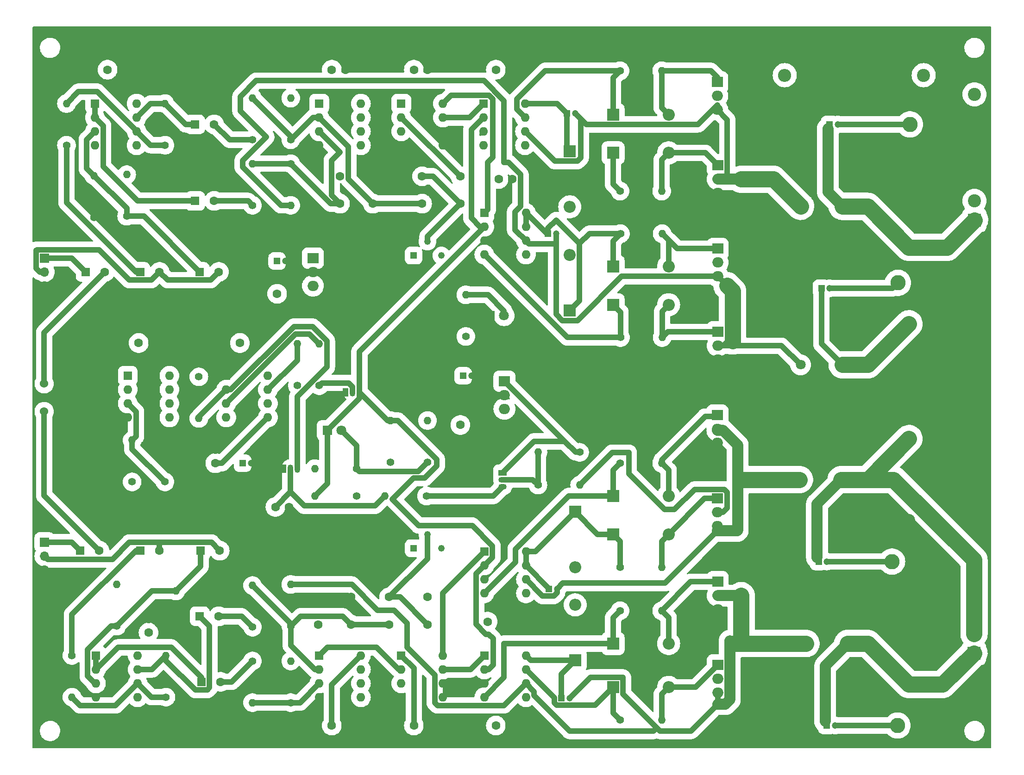
<source format=gbr>
%TF.GenerationSoftware,KiCad,Pcbnew,7.0.8*%
%TF.CreationDate,2024-01-24T17:07:03-05:00*%
%TF.ProjectId,classd-amp,636c6173-7364-42d6-916d-702e6b696361,rev?*%
%TF.SameCoordinates,Original*%
%TF.FileFunction,Copper,L1,Top*%
%TF.FilePolarity,Positive*%
%FSLAX46Y46*%
G04 Gerber Fmt 4.6, Leading zero omitted, Abs format (unit mm)*
G04 Created by KiCad (PCBNEW 7.0.8) date 2024-01-24 17:07:03*
%MOMM*%
%LPD*%
G01*
G04 APERTURE LIST*
%TA.AperFunction,ComponentPad*%
%ADD10C,1.524000*%
%TD*%
%TA.AperFunction,ComponentPad*%
%ADD11C,2.800000*%
%TD*%
%TA.AperFunction,ComponentPad*%
%ADD12O,2.800000X2.800000*%
%TD*%
%TA.AperFunction,ComponentPad*%
%ADD13R,1.200000X1.200000*%
%TD*%
%TA.AperFunction,ComponentPad*%
%ADD14C,1.200000*%
%TD*%
%TA.AperFunction,ComponentPad*%
%ADD15C,2.400000*%
%TD*%
%TA.AperFunction,ComponentPad*%
%ADD16R,2.400000X2.400000*%
%TD*%
%TA.AperFunction,ComponentPad*%
%ADD17C,1.800000*%
%TD*%
%TA.AperFunction,ComponentPad*%
%ADD18C,1.400000*%
%TD*%
%TA.AperFunction,ComponentPad*%
%ADD19O,1.400000X1.400000*%
%TD*%
%TA.AperFunction,ComponentPad*%
%ADD20R,1.600000X1.600000*%
%TD*%
%TA.AperFunction,ComponentPad*%
%ADD21O,1.600000X1.600000*%
%TD*%
%TA.AperFunction,ComponentPad*%
%ADD22O,2.000000X1.905000*%
%TD*%
%TA.AperFunction,ComponentPad*%
%ADD23R,2.000000X1.905000*%
%TD*%
%TA.AperFunction,ComponentPad*%
%ADD24C,1.600000*%
%TD*%
%TA.AperFunction,ComponentPad*%
%ADD25O,2.400000X2.400000*%
%TD*%
%TA.AperFunction,ComponentPad*%
%ADD26R,1.222000X1.222000*%
%TD*%
%TA.AperFunction,ComponentPad*%
%ADD27C,1.222000*%
%TD*%
%TA.AperFunction,ComponentPad*%
%ADD28R,2.200000X2.200000*%
%TD*%
%TA.AperFunction,ComponentPad*%
%ADD29O,2.200000X2.200000*%
%TD*%
%TA.AperFunction,ComponentPad*%
%ADD30R,1.800000X1.800000*%
%TD*%
%TA.AperFunction,ComponentPad*%
%ADD31R,1.700000X1.700000*%
%TD*%
%TA.AperFunction,ComponentPad*%
%ADD32O,1.700000X1.700000*%
%TD*%
%TA.AperFunction,ComponentPad*%
%ADD33R,1.050000X1.500000*%
%TD*%
%TA.AperFunction,ComponentPad*%
%ADD34O,1.050000X1.500000*%
%TD*%
%TA.AperFunction,ComponentPad*%
%ADD35R,1.500000X1.050000*%
%TD*%
%TA.AperFunction,ComponentPad*%
%ADD36O,1.500000X1.050000*%
%TD*%
%TA.AperFunction,Conductor*%
%ADD37C,1.000000*%
%TD*%
%TA.AperFunction,Conductor*%
%ADD38C,2.000000*%
%TD*%
%TA.AperFunction,Conductor*%
%ADD39C,3.000000*%
%TD*%
G04 APERTURE END LIST*
D10*
%TO.P,J2,3,EXT*%
%TO.N,GND*%
X58000000Y-106000000D03*
%TO.P,J2,2,IN2*%
%TO.N,LIN*%
X52920000Y-103460000D03*
%TO.P,J2,1,IN1*%
%TO.N,RIN*%
X52920000Y-108540000D03*
%TD*%
D11*
%TO.P,R38,1*%
%TO.N,Net-(C46-Pad2)*%
X208920000Y-166000000D03*
D12*
%TO.P,R38,2*%
%TO.N,GND*%
X214000000Y-166000000D03*
%TD*%
D11*
%TO.P,R39,1*%
%TO.N,Net-(C47-Pad2)*%
X207920000Y-136000000D03*
D12*
%TO.P,R39,2*%
%TO.N,GND*%
X213000000Y-136000000D03*
%TD*%
D13*
%TO.P,C46,1*%
%TO.N,/Right Channel/ROUT+*%
X196000000Y-166000000D03*
D14*
%TO.P,C46,2*%
%TO.N,Net-(C46-Pad2)*%
X197500000Y-166000000D03*
%TD*%
D15*
%TO.P,C44,1*%
%TO.N,/Right Channel/ROUT-*%
X211000000Y-113500000D03*
%TO.P,C44,2*%
%TO.N,GND*%
X211000000Y-128500000D03*
%TD*%
%TO.P,C45,1*%
%TO.N,/Right Channel/ROUT+*%
X211000000Y-158500000D03*
%TO.P,C45,2*%
%TO.N,GND*%
X211000000Y-143500000D03*
%TD*%
D13*
%TO.P,C47,1*%
%TO.N,/Right Channel/ROUT-*%
X194500000Y-136000000D03*
D14*
%TO.P,C47,2*%
%TO.N,Net-(C47-Pad2)*%
X196000000Y-136000000D03*
%TD*%
D16*
%TO.P,J4,1,Pin_1*%
%TO.N,/Right Channel/ROUT+*%
X222900000Y-152750000D03*
D15*
%TO.P,J4,2,Pin_2*%
%TO.N,/Right Channel/ROUT-*%
X222900000Y-149250000D03*
%TD*%
D17*
%TO.P,L4,1,1*%
%TO.N,Net-(Q8-S)*%
X192190000Y-151000000D03*
%TO.P,L4,2,2*%
%TO.N,/Right Channel/ROUT+*%
X199810000Y-151000000D03*
%TD*%
%TO.P,L3,1,1*%
%TO.N,Net-(Q10-S)*%
X191000000Y-121000000D03*
%TO.P,L3,2,2*%
%TO.N,/Right Channel/ROUT-*%
X198620000Y-121000000D03*
%TD*%
D18*
%TO.P,R36,1*%
%TO.N,Net-(D12-K)*%
X158190000Y-137000000D03*
D19*
%TO.P,R36,2*%
%TO.N,Net-(D12-A)*%
X165810000Y-137000000D03*
%TD*%
D18*
%TO.P,R32,1*%
%TO.N,Net-(U11A--)*%
X98000000Y-147810000D03*
D19*
%TO.P,R32,2*%
%TO.N,Net-(Q8-S)*%
X98000000Y-140190000D03*
%TD*%
D18*
%TO.P,R21,1*%
%TO.N,Net-(D7-A)*%
X123000000Y-117810000D03*
D19*
%TO.P,R21,2*%
%TO.N,+5V*%
X123000000Y-110190000D03*
%TD*%
D20*
%TO.P,U1,1*%
%TO.N,Net-(U1A--)*%
X62200000Y-52200000D03*
D21*
%TO.P,U1,2,-*%
X62200000Y-54740000D03*
%TO.P,U1,3,+*%
%TO.N,Net-(U1A-+)*%
X62200000Y-57280000D03*
%TO.P,U1,4,V-*%
%TO.N,GND*%
X62200000Y-59820000D03*
%TO.P,U1,5,+*%
%TO.N,BIAS*%
X69820000Y-59820000D03*
%TO.P,U1,6,-*%
%TO.N,Net-(U1B--)*%
X69820000Y-57280000D03*
%TO.P,U1,7*%
%TO.N,Net-(C5-Pad1)*%
X69820000Y-54740000D03*
%TO.P,U1,8,V+*%
%TO.N,+5V*%
X69820000Y-52200000D03*
%TD*%
D22*
%TO.P,Q8,3,S*%
%TO.N,Net-(Q8-S)*%
X176055000Y-160020000D03*
%TO.P,Q8,2,D*%
%TO.N,DRIVE+*%
X176055000Y-157480000D03*
D23*
%TO.P,Q8,1,G*%
%TO.N,Net-(D10-A)*%
X176055000Y-154940000D03*
%TD*%
D20*
%TO.P,C2,1*%
%TO.N,Net-(C2-Pad1)*%
X70500000Y-83000000D03*
D24*
%TO.P,C2,2*%
%TO.N,Net-(C2-Pad2)*%
X74000000Y-83000000D03*
%TD*%
D15*
%TO.P,R17,1*%
%TO.N,B+*%
X213700000Y-47000000D03*
D25*
%TO.P,R17,2*%
%TO.N,DRIVE+*%
X188300000Y-47000000D03*
%TD*%
D26*
%TO.P,RV2,1,1*%
%TO.N,unconnected-(RV2-Pad1)*%
X120460000Y-80000000D03*
D27*
%TO.P,RV2,2,2*%
%TO.N,Net-(C10-Pad2)*%
X123000000Y-77460000D03*
%TO.P,RV2,3,3*%
%TO.N,BIAS*%
X125540000Y-80000000D03*
%TD*%
D18*
%TO.P,R21,1*%
%TO.N,Net-(D7-A)*%
X110010000Y-119000000D03*
D19*
%TO.P,R21,2*%
%TO.N,+5V*%
X102390000Y-119000000D03*
%TD*%
D20*
%TO.P,C18,1*%
%TO.N,Net-(C18-Pad1)*%
X59500000Y-134000000D03*
D24*
%TO.P,C18,2*%
%TO.N,RIN*%
X63000000Y-134000000D03*
%TD*%
D20*
%TO.P,U5,1,IN*%
%TO.N,Net-(U4-Q)*%
X133200000Y-52200000D03*
D21*
%TO.P,U5,2,~{SD}*%
%TO.N,~{SHUTDOWN}*%
X133200000Y-54740000D03*
%TO.P,U5,3,COM*%
%TO.N,GND*%
X133200000Y-57280000D03*
%TO.P,U5,4,LO*%
%TO.N,Net-(D4-K)*%
X133200000Y-59820000D03*
%TO.P,U5,5,VCC*%
%TO.N,+12V*%
X140820000Y-59820000D03*
%TO.P,U5,6,VS*%
%TO.N,Net-(Q1-S)*%
X140820000Y-57280000D03*
%TO.P,U5,7,HO*%
%TO.N,Net-(D3-K)*%
X140820000Y-54740000D03*
%TO.P,U5,8,VB*%
%TO.N,Net-(D1-K)*%
X140820000Y-52200000D03*
%TD*%
D28*
%TO.P,D8,1,K*%
%TO.N,Net-(D8-K)*%
X150000000Y-154080000D03*
D29*
%TO.P,D8,2,A*%
%TO.N,+12V*%
X150000000Y-143920000D03*
%TD*%
D18*
%TO.P,R27,1*%
%TO.N,GND*%
X77000000Y-149000000D03*
D19*
%TO.P,R27,2*%
%TO.N,Net-(U10A-+)*%
X77000000Y-141380000D03*
%TD*%
D16*
%TO.P,J3,1,Pin_1*%
%TO.N,/Left Channel/LOUT+*%
X223000000Y-73500000D03*
D15*
%TO.P,J3,2,Pin_2*%
%TO.N,/Left Channel/LOUT-*%
X223000000Y-70000000D03*
%TD*%
D22*
%TO.P,Q10,3,S*%
%TO.N,Net-(Q10-S)*%
X176000000Y-129540000D03*
%TO.P,Q10,2,D*%
%TO.N,DRIVE+*%
X176000000Y-127000000D03*
D23*
%TO.P,Q10,1,G*%
%TO.N,Net-(D12-A)*%
X176000000Y-124460000D03*
%TD*%
%TO.P,U7,1,VI*%
%TO.N,B+*%
X137055000Y-103000000D03*
D22*
%TO.P,U7,2,GND*%
%TO.N,GND*%
X137055000Y-105540000D03*
%TO.P,U7,3,VO*%
%TO.N,+12V*%
X137055000Y-108080000D03*
%TD*%
D23*
%TO.P,Q2,1,G*%
%TO.N,Net-(D4-A)*%
X176055000Y-63500000D03*
D22*
%TO.P,Q2,2,D*%
%TO.N,Net-(Q1-S)*%
X176055000Y-66040000D03*
%TO.P,Q2,3,S*%
%TO.N,GND*%
X176055000Y-68580000D03*
%TD*%
D20*
%TO.P,C20,1*%
%TO.N,Net-(U10A-+)*%
X81500000Y-134000000D03*
D24*
%TO.P,C20,2*%
%TO.N,Net-(C19-Pad2)*%
X85000000Y-134000000D03*
%TD*%
D18*
%TO.P,R1,1*%
%TO.N,Net-(U1A-+)*%
X68000000Y-72810000D03*
D19*
%TO.P,R1,2*%
%TO.N,+5V*%
X68000000Y-65190000D03*
%TD*%
D24*
%TO.P,C38,1*%
%TO.N,Net-(C37-Pad2)*%
X123000000Y-147500000D03*
%TO.P,C38,2*%
%TO.N,Net-(U12-+)*%
X123000000Y-142500000D03*
%TD*%
D18*
%TO.P,R18,1*%
%TO.N,Net-(Q7-B)*%
X103200000Y-103810000D03*
D19*
%TO.P,R18,2*%
%TO.N,Net-(U3-Q)*%
X103200000Y-96190000D03*
%TD*%
D24*
%TO.P,C41,1*%
%TO.N,+12V*%
X134000000Y-147000000D03*
%TO.P,C41,2*%
%TO.N,GND*%
X136500000Y-147000000D03*
%TD*%
%TO.P,C17,1*%
%TO.N,+5V*%
X88700000Y-96000000D03*
%TO.P,C17,2*%
%TO.N,GND*%
X91200000Y-96000000D03*
%TD*%
D18*
%TO.P,R4,1*%
%TO.N,Net-(U1B--)*%
X75000000Y-59810000D03*
D19*
%TO.P,R4,2*%
%TO.N,Net-(C5-Pad1)*%
X75000000Y-52190000D03*
%TD*%
D20*
%TO.P,C19,1*%
%TO.N,Net-(C19-Pad1)*%
X70500000Y-134000000D03*
D24*
%TO.P,C19,2*%
%TO.N,Net-(C19-Pad2)*%
X74000000Y-134000000D03*
%TD*%
%TO.P,C32,1*%
%TO.N,+5V*%
X70200000Y-96000000D03*
%TO.P,C32,2*%
%TO.N,GND*%
X72700000Y-96000000D03*
%TD*%
D13*
%TO.P,C31,1*%
%TO.N,Net-(U3-DIS)*%
X89200000Y-118000000D03*
D14*
%TO.P,C31,2*%
%TO.N,GND*%
X90700000Y-118000000D03*
%TD*%
D18*
%TO.P,R9,1*%
%TO.N,Net-(D3-K)*%
X158190000Y-46200000D03*
D19*
%TO.P,R9,2*%
%TO.N,Net-(D3-A)*%
X165810000Y-46200000D03*
%TD*%
D18*
%TO.P,R33,1*%
%TO.N,Net-(U11A-+)*%
X98000000Y-161810000D03*
D19*
%TO.P,R33,2*%
%TO.N,Net-(Q10-S)*%
X98000000Y-154190000D03*
%TD*%
D18*
%TO.P,R30,1*%
%TO.N,Net-(C33-Pad2)*%
X91000000Y-148000000D03*
D19*
%TO.P,R30,2*%
%TO.N,Net-(U11A--)*%
X91000000Y-140380000D03*
%TD*%
D18*
%TO.P,R37,1*%
%TO.N,Net-(D13-K)*%
X158190000Y-118000000D03*
D19*
%TO.P,R37,2*%
%TO.N,Net-(D13-A)*%
X165810000Y-118000000D03*
%TD*%
D28*
%TO.P,D1,1,K*%
%TO.N,Net-(D1-K)*%
X149000000Y-60920000D03*
D29*
%TO.P,D1,2,A*%
%TO.N,+12V*%
X149000000Y-71080000D03*
%TD*%
D13*
%TO.P,C23,1*%
%TO.N,/Left Channel/LOUT+*%
X196500000Y-56000000D03*
D14*
%TO.P,C23,2*%
%TO.N,Net-(C23-Pad2)*%
X198000000Y-56000000D03*
%TD*%
D24*
%TO.P,C36,1*%
%TO.N,Net-(U11A-+)*%
X103000000Y-147500000D03*
%TO.P,C36,2*%
%TO.N,GND*%
X103000000Y-142500000D03*
%TD*%
%TO.P,C25,1*%
%TO.N,+12V*%
X129000000Y-111000000D03*
%TO.P,C25,2*%
%TO.N,GND*%
X131500000Y-111000000D03*
%TD*%
%TO.P,C13,1*%
%TO.N,+12V*%
X135500000Y-46000000D03*
%TO.P,C13,2*%
%TO.N,GND*%
X138000000Y-46000000D03*
%TD*%
D13*
%TO.P,C16,1*%
%TO.N,Net-(D2-K)*%
X145000000Y-76000000D03*
D14*
%TO.P,C16,2*%
%TO.N,Net-(Q3-S)*%
X146500000Y-76000000D03*
%TD*%
D24*
%TO.P,C7,1*%
%TO.N,+5V*%
X105500000Y-46000000D03*
%TO.P,C7,2*%
%TO.N,GND*%
X108000000Y-46000000D03*
%TD*%
D28*
%TO.P,D6,1,K*%
%TO.N,Net-(D6-K)*%
X156920000Y-89000000D03*
D29*
%TO.P,D6,2,A*%
%TO.N,Net-(D6-A)*%
X167080000Y-89000000D03*
%TD*%
D26*
%TO.P,RV4,1,1*%
%TO.N,unconnected-(RV4-Pad1)*%
X120460000Y-133540000D03*
D27*
%TO.P,RV4,2,2*%
%TO.N,Net-(C37-Pad2)*%
X123000000Y-131000000D03*
%TO.P,RV4,3,3*%
%TO.N,BIAS*%
X125540000Y-133540000D03*
%TD*%
D18*
%TO.P,R11,1*%
%TO.N,Net-(D2-K)*%
X158270000Y-76000000D03*
D19*
%TO.P,R11,2*%
%TO.N,Net-(D5-A)*%
X165890000Y-76000000D03*
%TD*%
D20*
%TO.P,C6,1*%
%TO.N,Net-(U1A--)*%
X80500000Y-70000000D03*
D24*
%TO.P,C6,2*%
%TO.N,Net-(C6-Pad2)*%
X84000000Y-70000000D03*
%TD*%
D28*
%TO.P,D12,1,K*%
%TO.N,Net-(D12-K)*%
X156920000Y-131000000D03*
D29*
%TO.P,D12,2,A*%
%TO.N,Net-(D12-A)*%
X167080000Y-131000000D03*
%TD*%
D23*
%TO.P,Q1,1,G*%
%TO.N,Net-(D3-A)*%
X175975000Y-48260000D03*
D22*
%TO.P,Q1,2,D*%
%TO.N,DRIVE+*%
X175975000Y-50800000D03*
%TO.P,Q1,3,S*%
%TO.N,Net-(Q1-S)*%
X175975000Y-53340000D03*
%TD*%
D18*
%TO.P,R20,1*%
%TO.N,Net-(Q5-B)*%
X143190000Y-122000000D03*
D19*
%TO.P,R20,2*%
%TO.N,DRIVE+*%
X150810000Y-122000000D03*
%TD*%
D24*
%TO.P,C12,1*%
%TO.N,+5V*%
X120500000Y-46000000D03*
%TO.P,C12,2*%
%TO.N,GND*%
X123000000Y-46000000D03*
%TD*%
D28*
%TO.P,D5,1,K*%
%TO.N,Net-(D2-K)*%
X156920000Y-82000000D03*
D29*
%TO.P,D5,2,A*%
%TO.N,Net-(D5-A)*%
X167080000Y-82000000D03*
%TD*%
D17*
%TO.P,L2,1,1*%
%TO.N,Net-(Q1-S)*%
X191190000Y-71000000D03*
%TO.P,L2,2,2*%
%TO.N,/Left Channel/LOUT+*%
X198810000Y-71000000D03*
%TD*%
D13*
%TO.P,C28,1*%
%TO.N,+5V*%
X95500000Y-81000000D03*
D14*
%TO.P,C28,2*%
%TO.N,GND*%
X97000000Y-81000000D03*
%TD*%
D18*
%TO.P,R23,1*%
%TO.N,Net-(Q5-C)*%
X122810000Y-124000000D03*
D19*
%TO.P,R23,2*%
%TO.N,Net-(Q6-B)*%
X115190000Y-124000000D03*
%TD*%
D20*
%TO.P,C5,1*%
%TO.N,Net-(C5-Pad1)*%
X80500000Y-56000000D03*
D24*
%TO.P,C5,2*%
%TO.N,Net-(C5-Pad2)*%
X84000000Y-56000000D03*
%TD*%
D20*
%TO.P,U14,1,IN*%
%TO.N,Net-(U12-~{Q})*%
X133380000Y-134200000D03*
D21*
%TO.P,U14,2,~{SD}*%
%TO.N,~{SHUTDOWN}*%
X133380000Y-136740000D03*
%TO.P,U14,3,COM*%
%TO.N,GND*%
X133380000Y-139280000D03*
%TO.P,U14,4,LO*%
%TO.N,Net-(D13-K)*%
X133380000Y-141820000D03*
%TO.P,U14,5,VCC*%
%TO.N,+12V*%
X141000000Y-141820000D03*
%TO.P,U14,6,VS*%
%TO.N,Net-(Q10-S)*%
X141000000Y-139280000D03*
%TO.P,U14,7,HO*%
%TO.N,Net-(D12-K)*%
X141000000Y-136740000D03*
%TO.P,U14,8,VB*%
X141000000Y-134200000D03*
%TD*%
D24*
%TO.P,C10,1*%
%TO.N,Net-(U2A--)*%
X122000000Y-70500000D03*
%TO.P,C10,2*%
%TO.N,Net-(C10-Pad2)*%
X122000000Y-65500000D03*
%TD*%
D20*
%TO.P,U13,1,IN*%
%TO.N,Net-(U12-Q)*%
X133380000Y-153200000D03*
D21*
%TO.P,U13,2,~{SD}*%
%TO.N,~{SHUTDOWN}*%
X133380000Y-155740000D03*
%TO.P,U13,3,COM*%
%TO.N,GND*%
X133380000Y-158280000D03*
%TO.P,U13,4,LO*%
%TO.N,Net-(D11-K)*%
X133380000Y-160820000D03*
%TO.P,U13,5,VCC*%
%TO.N,+12V*%
X141000000Y-160820000D03*
%TO.P,U13,6,VS*%
%TO.N,Net-(Q8-S)*%
X141000000Y-158280000D03*
%TO.P,U13,7,HO*%
%TO.N,Net-(D10-K)*%
X141000000Y-155740000D03*
%TO.P,U13,8,VB*%
%TO.N,Net-(D8-K)*%
X141000000Y-153200000D03*
%TD*%
D24*
%TO.P,C37,1*%
%TO.N,Net-(U11A--)*%
X116000000Y-147500000D03*
%TO.P,C37,2*%
%TO.N,Net-(C37-Pad2)*%
X116000000Y-142500000D03*
%TD*%
%TO.P,C8,1*%
%TO.N,Net-(U2A--)*%
X113000000Y-70500000D03*
%TO.P,C8,2*%
%TO.N,GND*%
X113000000Y-65500000D03*
%TD*%
D13*
%TO.P,C15,1*%
%TO.N,Net-(D1-K)*%
X148500000Y-54000000D03*
D14*
%TO.P,C15,2*%
%TO.N,Net-(Q1-S)*%
X150000000Y-54000000D03*
%TD*%
D20*
%TO.P,U3,1,GND*%
%TO.N,GND*%
X86200000Y-102000000D03*
D21*
%TO.P,U3,2,TR*%
%TO.N,Net-(Q6-C)*%
X86200000Y-104540000D03*
%TO.P,U3,3,Q*%
%TO.N,Net-(U3-Q)*%
X86200000Y-107080000D03*
%TO.P,U3,4,R*%
%TO.N,+5V*%
X86200000Y-109620000D03*
%TO.P,U3,5,CV*%
%TO.N,Net-(U3-CV)*%
X93820000Y-109620000D03*
%TO.P,U3,6,THR*%
%TO.N,Net-(U3-DIS)*%
X93820000Y-107080000D03*
%TO.P,U3,7,DIS*%
X93820000Y-104540000D03*
%TO.P,U3,8,VCC*%
%TO.N,+5V*%
X93820000Y-102000000D03*
%TD*%
D22*
%TO.P,Q9,3,S*%
%TO.N,GND*%
X176055000Y-144780000D03*
%TO.P,Q9,2,D*%
%TO.N,Net-(Q8-S)*%
X176055000Y-142240000D03*
D23*
%TO.P,Q9,1,G*%
%TO.N,Net-(D11-A)*%
X176055000Y-139700000D03*
%TD*%
D24*
%TO.P,C39,1*%
%TO.N,+5V*%
X120500000Y-166000000D03*
%TO.P,C39,2*%
%TO.N,GND*%
X123000000Y-166000000D03*
%TD*%
D18*
%TO.P,R10,1*%
%TO.N,Net-(D4-K)*%
X158190000Y-68200000D03*
D19*
%TO.P,R10,2*%
%TO.N,Net-(D4-A)*%
X165810000Y-68200000D03*
%TD*%
D18*
%TO.P,R15,1*%
%TO.N,+5V*%
X69000000Y-121420000D03*
D19*
%TO.P,R15,2*%
%TO.N,Net-(U9A-+)*%
X69000000Y-113800000D03*
%TD*%
D18*
%TO.P,R34,1*%
%TO.N,Net-(D10-K)*%
X158190000Y-165000000D03*
D19*
%TO.P,R34,2*%
%TO.N,Net-(D10-A)*%
X165810000Y-165000000D03*
%TD*%
D13*
%TO.P,C43,1*%
%TO.N,Net-(D12-K)*%
X145180000Y-141000000D03*
D14*
%TO.P,C43,2*%
%TO.N,Net-(Q10-S)*%
X146680000Y-141000000D03*
%TD*%
D18*
%TO.P,R25,1*%
%TO.N,+5V*%
X99200000Y-103810000D03*
D19*
%TO.P,R25,2*%
%TO.N,Net-(U3-DIS)*%
X99200000Y-96190000D03*
%TD*%
D20*
%TO.P,U12,1,V+*%
%TO.N,+5V*%
X118200000Y-153200000D03*
D21*
%TO.P,U12,2,+*%
%TO.N,Net-(U12-+)*%
X118200000Y-155740000D03*
%TO.P,U12,3,-*%
%TO.N,BIAS*%
X118200000Y-158280000D03*
%TO.P,U12,4,V-*%
%TO.N,GND*%
X118200000Y-160820000D03*
%TO.P,U12,5,LATCH*%
X125820000Y-160820000D03*
%TO.P,U12,6,GND*%
X125820000Y-158280000D03*
%TO.P,U12,7,Q*%
%TO.N,Net-(U12-Q)*%
X125820000Y-155740000D03*
%TO.P,U12,8,~{Q}*%
%TO.N,Net-(U12-~{Q})*%
X125820000Y-153200000D03*
%TD*%
D13*
%TO.P,C26,1*%
%TO.N,+12V*%
X129500000Y-102000000D03*
D14*
%TO.P,C26,2*%
%TO.N,GND*%
X131000000Y-102000000D03*
%TD*%
D20*
%TO.P,U4,1,V+*%
%TO.N,+5V*%
X118200000Y-52200000D03*
D21*
%TO.P,U4,2,+*%
%TO.N,Net-(U4-+)*%
X118200000Y-54740000D03*
%TO.P,U4,3,-*%
%TO.N,BIAS*%
X118200000Y-57280000D03*
%TO.P,U4,4,V-*%
%TO.N,GND*%
X118200000Y-59820000D03*
%TO.P,U4,5,LATCH*%
X125820000Y-59820000D03*
%TO.P,U4,6,GND*%
X125820000Y-57280000D03*
%TO.P,U4,7,Q*%
%TO.N,Net-(U4-Q)*%
X125820000Y-54740000D03*
%TO.P,U4,8,~{Q}*%
%TO.N,Net-(U4-~{Q})*%
X125820000Y-52200000D03*
%TD*%
D15*
%TO.P,C21,1*%
%TO.N,/Left Channel/LOUT-*%
X211000000Y-92500000D03*
%TO.P,C21,2*%
%TO.N,GND*%
X211000000Y-107500000D03*
%TD*%
D28*
%TO.P,D2,1,K*%
%TO.N,Net-(D2-K)*%
X149000000Y-90080000D03*
D29*
%TO.P,D2,2,A*%
%TO.N,+12V*%
X149000000Y-79920000D03*
%TD*%
D17*
%TO.P,L1,1,1*%
%TO.N,Net-(Q3-S)*%
X191190000Y-100000000D03*
%TO.P,L1,2,2*%
%TO.N,/Left Channel/LOUT-*%
X198810000Y-100000000D03*
%TD*%
D24*
%TO.P,C30,1*%
%TO.N,Net-(U3-CV)*%
X84200000Y-118000000D03*
%TO.P,C30,2*%
%TO.N,GND*%
X84200000Y-115500000D03*
%TD*%
D30*
%TO.P,D14,1,K*%
%TO.N,GND*%
X134460000Y-91000000D03*
D17*
%TO.P,D14,2,A*%
%TO.N,Net-(D14-A)*%
X137000000Y-91000000D03*
%TD*%
D22*
%TO.P,Q11,3,S*%
%TO.N,GND*%
X176000000Y-114300000D03*
%TO.P,Q11,2,D*%
%TO.N,Net-(Q10-S)*%
X176000000Y-111760000D03*
D23*
%TO.P,Q11,1,G*%
%TO.N,Net-(D13-A)*%
X176000000Y-109220000D03*
%TD*%
D24*
%TO.P,C14,1*%
%TO.N,+12V*%
X136000000Y-66000000D03*
%TO.P,C14,2*%
%TO.N,GND*%
X138500000Y-66000000D03*
%TD*%
%TO.P,C27,1*%
%TO.N,+5V*%
X95500000Y-87000000D03*
%TO.P,C27,2*%
%TO.N,GND*%
X98000000Y-87000000D03*
%TD*%
D20*
%TO.P,C33,1*%
%TO.N,Net-(C33-Pad1)*%
X81347349Y-146000000D03*
D24*
%TO.P,C33,2*%
%TO.N,Net-(C33-Pad2)*%
X84847349Y-146000000D03*
%TD*%
D18*
%TO.P,R2,1*%
%TO.N,GND*%
X62000000Y-73000000D03*
D19*
%TO.P,R2,2*%
%TO.N,Net-(U1A-+)*%
X62000000Y-65380000D03*
%TD*%
D18*
%TO.P,R5,1*%
%TO.N,Net-(C5-Pad2)*%
X91000000Y-58810000D03*
D19*
%TO.P,R5,2*%
%TO.N,Net-(U2A--)*%
X91000000Y-51190000D03*
%TD*%
D18*
%TO.P,R22,1*%
%TO.N,+5V*%
X116200000Y-117810000D03*
D19*
%TO.P,R22,2*%
%TO.N,~{SHUTDOWN}*%
X116200000Y-110190000D03*
%TD*%
D13*
%TO.P,C42,1*%
%TO.N,Net-(D8-K)*%
X147500000Y-161000000D03*
D14*
%TO.P,C42,2*%
%TO.N,Net-(Q8-S)*%
X149000000Y-161000000D03*
%TD*%
D20*
%TO.P,C4,1*%
%TO.N,Net-(U1A-+)*%
X81347349Y-83000000D03*
D24*
%TO.P,C4,2*%
%TO.N,Net-(C2-Pad2)*%
X84847349Y-83000000D03*
%TD*%
D28*
%TO.P,D10,1,K*%
%TO.N,Net-(D10-K)*%
X156920000Y-159000000D03*
D29*
%TO.P,D10,2,A*%
%TO.N,Net-(D10-A)*%
X167080000Y-159000000D03*
%TD*%
D24*
%TO.P,C35,1*%
%TO.N,Net-(U11A--)*%
X109000000Y-147500000D03*
%TO.P,C35,2*%
%TO.N,GND*%
X109000000Y-142500000D03*
%TD*%
D31*
%TO.P,RV3,1,1*%
%TO.N,Net-(C18-Pad1)*%
X53000000Y-132475000D03*
D32*
%TO.P,RV3,2,2*%
%TO.N,Net-(C19-Pad2)*%
X53000000Y-135015000D03*
%TO.P,RV3,3,3*%
%TO.N,GND*%
X53000000Y-137555000D03*
%TD*%
D16*
%TO.P,J1,1,Pin_1*%
%TO.N,GND*%
X223000000Y-54000000D03*
D15*
%TO.P,J1,2,Pin_2*%
%TO.N,B+*%
X223000000Y-50500000D03*
%TD*%
D28*
%TO.P,D11,1,K*%
%TO.N,Net-(D11-K)*%
X156920000Y-151000000D03*
D29*
%TO.P,D11,2,A*%
%TO.N,Net-(D11-A)*%
X167080000Y-151000000D03*
%TD*%
D28*
%TO.P,D9,1,K*%
%TO.N,Net-(D12-K)*%
X150000000Y-126920000D03*
D29*
%TO.P,D9,2,A*%
%TO.N,+12V*%
X150000000Y-137080000D03*
%TD*%
D18*
%TO.P,R24,1*%
%TO.N,+5V*%
X81200000Y-102190000D03*
D19*
%TO.P,R24,2*%
%TO.N,Net-(Q6-C)*%
X81200000Y-109810000D03*
%TD*%
D18*
%TO.P,R3,1*%
%TO.N,Net-(C2-Pad1)*%
X57000000Y-59810000D03*
D19*
%TO.P,R3,2*%
%TO.N,Net-(U1B--)*%
X57000000Y-52190000D03*
%TD*%
D13*
%TO.P,C24,1*%
%TO.N,/Left Channel/LOUT-*%
X195000000Y-86000000D03*
D14*
%TO.P,C24,2*%
%TO.N,Net-(C24-Pad2)*%
X196500000Y-86000000D03*
%TD*%
D20*
%TO.P,C1,1*%
%TO.N,Net-(C1-Pad1)*%
X60500000Y-83000000D03*
D24*
%TO.P,C1,2*%
%TO.N,LIN*%
X64000000Y-83000000D03*
%TD*%
%TO.P,C29,1*%
%TO.N,Net-(Q6-B)*%
X95200000Y-126000000D03*
%TO.P,C29,2*%
%TO.N,GND*%
X97700000Y-126000000D03*
%TD*%
D22*
%TO.P,Q4,3,S*%
%TO.N,GND*%
X176055000Y-99060000D03*
%TO.P,Q4,2,D*%
%TO.N,Net-(Q3-S)*%
X176055000Y-96520000D03*
D23*
%TO.P,Q4,1,G*%
%TO.N,Net-(D6-A)*%
X176055000Y-93980000D03*
%TD*%
D33*
%TO.P,Q6,1,E*%
%TO.N,GND*%
X96660000Y-119000000D03*
D34*
%TO.P,Q6,2,B*%
%TO.N,Net-(Q6-B)*%
X97930000Y-119000000D03*
%TO.P,Q6,3,C*%
%TO.N,Net-(Q6-C)*%
X99200000Y-119000000D03*
%TD*%
D35*
%TO.P,Q5,1,E*%
%TO.N,B+*%
X136730000Y-119730000D03*
D36*
%TO.P,Q5,2,B*%
%TO.N,Net-(Q5-B)*%
X136730000Y-121000000D03*
%TO.P,Q5,3,C*%
%TO.N,Net-(Q5-C)*%
X136730000Y-122270000D03*
%TD*%
D20*
%TO.P,U6,1,IN*%
%TO.N,Net-(U4-~{Q})*%
X133380000Y-72200000D03*
D21*
%TO.P,U6,2,~{SD}*%
%TO.N,~{SHUTDOWN}*%
X133380000Y-74740000D03*
%TO.P,U6,3,COM*%
%TO.N,GND*%
X133380000Y-77280000D03*
%TO.P,U6,4,LO*%
%TO.N,Net-(D6-K)*%
X133380000Y-79820000D03*
%TO.P,U6,5,VCC*%
%TO.N,+12V*%
X141000000Y-79820000D03*
%TO.P,U6,6,VS*%
%TO.N,Net-(Q3-S)*%
X141000000Y-77280000D03*
%TO.P,U6,7,HO*%
%TO.N,Net-(D2-K)*%
X141000000Y-74740000D03*
%TO.P,U6,8,VB*%
X141000000Y-72200000D03*
%TD*%
D18*
%TO.P,R16,1*%
%TO.N,Net-(U9A-+)*%
X75000000Y-121420000D03*
D19*
%TO.P,R16,2*%
%TO.N,GND*%
X75000000Y-113800000D03*
%TD*%
D12*
%TO.P,R14,2*%
%TO.N,GND*%
X214080000Y-85000000D03*
D11*
%TO.P,R14,1*%
%TO.N,Net-(C24-Pad2)*%
X209000000Y-85000000D03*
%TD*%
D18*
%TO.P,R40,1*%
%TO.N,+12V*%
X130000000Y-94810000D03*
D19*
%TO.P,R40,2*%
%TO.N,Net-(D14-A)*%
X130000000Y-87190000D03*
%TD*%
D31*
%TO.P,RV1,1,1*%
%TO.N,Net-(C1-Pad1)*%
X53000000Y-80475000D03*
D32*
%TO.P,RV1,2,2*%
%TO.N,Net-(C2-Pad2)*%
X53000000Y-83015000D03*
%TO.P,RV1,3,3*%
%TO.N,GND*%
X53000000Y-85555000D03*
%TD*%
D18*
%TO.P,R31,1*%
%TO.N,Net-(C34-Pad2)*%
X91000000Y-154190000D03*
D19*
%TO.P,R31,2*%
%TO.N,Net-(U11A-+)*%
X91000000Y-161810000D03*
%TD*%
D20*
%TO.P,U2,1*%
%TO.N,Net-(U4-+)*%
X103200000Y-52200000D03*
D21*
%TO.P,U2,2,-*%
%TO.N,Net-(U2A--)*%
X103200000Y-54740000D03*
%TO.P,U2,3,+*%
%TO.N,Net-(U2A-+)*%
X103200000Y-57280000D03*
%TO.P,U2,4,V-*%
%TO.N,GND*%
X103200000Y-59820000D03*
%TO.P,U2,5*%
%TO.N,N/C*%
X110820000Y-59820000D03*
%TO.P,U2,6*%
X110820000Y-57280000D03*
%TO.P,U2,7*%
X110820000Y-54740000D03*
%TO.P,U2,8,V+*%
%TO.N,+5V*%
X110820000Y-52200000D03*
%TD*%
D28*
%TO.P,D3,1,K*%
%TO.N,Net-(D3-K)*%
X156920000Y-54200000D03*
D29*
%TO.P,D3,2,A*%
%TO.N,Net-(D3-A)*%
X167080000Y-54200000D03*
%TD*%
D18*
%TO.P,R22,1*%
%TO.N,+5V*%
X110010000Y-124000000D03*
D19*
%TO.P,R22,2*%
%TO.N,~{SHUTDOWN}*%
X102390000Y-124000000D03*
%TD*%
D23*
%TO.P,Q3,1,G*%
%TO.N,Net-(D5-A)*%
X176055000Y-78740000D03*
D22*
%TO.P,Q3,2,D*%
%TO.N,DRIVE+*%
X176055000Y-81280000D03*
%TO.P,Q3,3,S*%
%TO.N,Net-(Q3-S)*%
X176055000Y-83820000D03*
%TD*%
D30*
%TO.P,D7,1,K*%
%TO.N,~{SHUTDOWN}*%
X104660000Y-112000000D03*
D17*
%TO.P,D7,2,A*%
%TO.N,Net-(D7-A)*%
X107200000Y-112000000D03*
%TD*%
D18*
%TO.P,R19,1*%
%TO.N,B+*%
X150810000Y-116000000D03*
D19*
%TO.P,R19,2*%
%TO.N,Net-(Q5-B)*%
X143190000Y-116000000D03*
%TD*%
D24*
%TO.P,C9,1*%
%TO.N,Net-(U2A-+)*%
X107000000Y-70500000D03*
%TO.P,C9,2*%
%TO.N,GND*%
X107000000Y-65500000D03*
%TD*%
%TO.P,C48,1*%
%TO.N,+5V*%
X72000000Y-149000000D03*
%TO.P,C48,2*%
%TO.N,GND*%
X72000000Y-146500000D03*
%TD*%
%TO.P,C40,1*%
%TO.N,+12V*%
X135500000Y-166000000D03*
%TO.P,C40,2*%
%TO.N,GND*%
X138000000Y-166000000D03*
%TD*%
%TO.P,C11,1*%
%TO.N,Net-(C10-Pad2)*%
X129000000Y-70500000D03*
%TO.P,C11,2*%
%TO.N,Net-(U4-+)*%
X129000000Y-65500000D03*
%TD*%
D18*
%TO.P,R12,1*%
%TO.N,Net-(D6-K)*%
X158270000Y-95000000D03*
D19*
%TO.P,R12,2*%
%TO.N,Net-(D6-A)*%
X165890000Y-95000000D03*
%TD*%
D33*
%TO.P,Q7,1,E*%
%TO.N,GND*%
X108000000Y-105000000D03*
D34*
%TO.P,Q7,2,B*%
%TO.N,Net-(Q7-B)*%
X109270000Y-105000000D03*
%TO.P,Q7,3,C*%
%TO.N,~{SHUTDOWN}*%
X110540000Y-105000000D03*
%TD*%
D18*
%TO.P,R26,1*%
%TO.N,Net-(U10A-+)*%
X66180000Y-147810000D03*
D19*
%TO.P,R26,2*%
%TO.N,+5V*%
X66180000Y-140190000D03*
%TD*%
D18*
%TO.P,R28,1*%
%TO.N,Net-(C19-Pad1)*%
X58000000Y-153190000D03*
D19*
%TO.P,R28,2*%
%TO.N,Net-(U10B--)*%
X58000000Y-160810000D03*
%TD*%
D18*
%TO.P,R8,1*%
%TO.N,Net-(U2A-+)*%
X98000000Y-63190000D03*
D19*
%TO.P,R8,2*%
%TO.N,Net-(Q3-S)*%
X98000000Y-70810000D03*
%TD*%
D24*
%TO.P,C3,1*%
%TO.N,+5V*%
X64500000Y-46000000D03*
%TO.P,C3,2*%
%TO.N,GND*%
X67000000Y-46000000D03*
%TD*%
D11*
%TO.P,R13,1*%
%TO.N,Net-(C23-Pad2)*%
X211185000Y-56000000D03*
D12*
%TO.P,R13,2*%
%TO.N,GND*%
X216265000Y-56000000D03*
%TD*%
D18*
%TO.P,R29,1*%
%TO.N,Net-(U10B--)*%
X75180000Y-160810000D03*
D19*
%TO.P,R29,2*%
%TO.N,Net-(C33-Pad1)*%
X75180000Y-153190000D03*
%TD*%
D18*
%TO.P,R6,1*%
%TO.N,Net-(C6-Pad2)*%
X91000000Y-70810000D03*
D19*
%TO.P,R6,2*%
%TO.N,Net-(U2A-+)*%
X91000000Y-63190000D03*
%TD*%
D15*
%TO.P,C22,1*%
%TO.N,/Left Channel/LOUT+*%
X211000000Y-78500000D03*
%TO.P,C22,2*%
%TO.N,GND*%
X211000000Y-63500000D03*
%TD*%
D28*
%TO.P,D13,1,K*%
%TO.N,Net-(D13-K)*%
X156920000Y-124000000D03*
D29*
%TO.P,D13,2,A*%
%TO.N,Net-(D13-A)*%
X167080000Y-124000000D03*
%TD*%
D20*
%TO.P,U10,1*%
%TO.N,Net-(U10A--)*%
X62380000Y-153200000D03*
D21*
%TO.P,U10,2,-*%
X62380000Y-155740000D03*
%TO.P,U10,3,+*%
%TO.N,Net-(U10A-+)*%
X62380000Y-158280000D03*
%TO.P,U10,4,V-*%
%TO.N,GND*%
X62380000Y-160820000D03*
%TO.P,U10,5,+*%
%TO.N,BIAS*%
X70000000Y-160820000D03*
%TO.P,U10,6,-*%
%TO.N,Net-(U10B--)*%
X70000000Y-158280000D03*
%TO.P,U10,7*%
%TO.N,Net-(C33-Pad1)*%
X70000000Y-155740000D03*
%TO.P,U10,8,V+*%
%TO.N,+5V*%
X70000000Y-153200000D03*
%TD*%
D20*
%TO.P,C34,1*%
%TO.N,Net-(U10A--)*%
X81652651Y-158000000D03*
D24*
%TO.P,C34,2*%
%TO.N,Net-(C34-Pad2)*%
X85152651Y-158000000D03*
%TD*%
D18*
%TO.P,R7,1*%
%TO.N,Net-(U2A--)*%
X98000000Y-58810000D03*
D19*
%TO.P,R7,2*%
%TO.N,Net-(Q1-S)*%
X98000000Y-51190000D03*
%TD*%
D18*
%TO.P,R35,1*%
%TO.N,Net-(D11-K)*%
X158190000Y-145000000D03*
D19*
%TO.P,R35,2*%
%TO.N,Net-(D11-A)*%
X165810000Y-145000000D03*
%TD*%
D24*
%TO.P,C49,1*%
%TO.N,+5V*%
X105500000Y-166000000D03*
%TO.P,C49,2*%
%TO.N,GND*%
X108000000Y-166000000D03*
%TD*%
D20*
%TO.P,U9,1*%
%TO.N,BIAS*%
X68200000Y-102000000D03*
D21*
%TO.P,U9,2,-*%
X68200000Y-104540000D03*
%TO.P,U9,3,+*%
%TO.N,Net-(U9A-+)*%
X68200000Y-107080000D03*
%TO.P,U9,4,V-*%
%TO.N,GND*%
X68200000Y-109620000D03*
%TO.P,U9,5*%
%TO.N,N/C*%
X75820000Y-109620000D03*
%TO.P,U9,6*%
X75820000Y-107080000D03*
%TO.P,U9,7*%
X75820000Y-104540000D03*
%TO.P,U9,8,V+*%
%TO.N,+5V*%
X75820000Y-102000000D03*
%TD*%
D23*
%TO.P,U8,1,VI*%
%TO.N,+12V*%
X102055000Y-80460000D03*
D22*
%TO.P,U8,2,GND*%
%TO.N,GND*%
X102055000Y-83000000D03*
%TO.P,U8,3,VO*%
%TO.N,+5V*%
X102055000Y-85540000D03*
%TD*%
D20*
%TO.P,U11,1*%
%TO.N,Net-(U12-+)*%
X103200000Y-153200000D03*
D21*
%TO.P,U11,2,-*%
%TO.N,Net-(U11A--)*%
X103200000Y-155740000D03*
%TO.P,U11,3,+*%
%TO.N,Net-(U11A-+)*%
X103200000Y-158280000D03*
%TO.P,U11,4,V-*%
%TO.N,GND*%
X103200000Y-160820000D03*
%TO.P,U11,5*%
%TO.N,N/C*%
X110820000Y-160820000D03*
%TO.P,U11,6*%
X110820000Y-158280000D03*
%TO.P,U11,7*%
X110820000Y-155740000D03*
%TO.P,U11,8,V+*%
%TO.N,+5V*%
X110820000Y-153200000D03*
%TD*%
D28*
%TO.P,D4,1,K*%
%TO.N,Net-(D4-K)*%
X156920000Y-61200000D03*
D29*
%TO.P,D4,2,A*%
%TO.N,Net-(D4-A)*%
X167080000Y-61200000D03*
%TD*%
D37*
%TO.N,DRIVE+*%
X150810000Y-122000000D02*
X156732000Y-116078000D01*
X159785104Y-116078000D02*
X159785104Y-119907104D01*
X156732000Y-116078000D02*
X159785104Y-116078000D01*
X168148000Y-126492000D02*
X171832500Y-122807500D01*
X177800000Y-126196330D02*
X176996330Y-127000000D01*
X166370000Y-126492000D02*
X168148000Y-126492000D01*
X159785104Y-119907104D02*
X166370000Y-126492000D01*
X171832500Y-122807500D02*
X177289950Y-122807500D01*
X177289950Y-122807500D02*
X177800000Y-123317550D01*
X176996330Y-127000000D02*
X176000000Y-127000000D01*
X177800000Y-123317550D02*
X177800000Y-126196330D01*
%TO.N,Net-(D13-A)*%
X165810000Y-118000000D02*
X165810000Y-117400000D01*
X165810000Y-117400000D02*
X173750000Y-109460000D01*
X173750000Y-109460000D02*
X176000000Y-109460000D01*
%TO.N,Net-(Q8-S)*%
X176055000Y-160020000D02*
X176055000Y-162080000D01*
%TO.N,Net-(Q3-S)*%
X176055000Y-83820000D02*
X158449950Y-83820000D01*
X147610050Y-91880000D02*
X146500000Y-90769950D01*
X158449950Y-83820000D02*
X150389950Y-91880000D01*
X150389950Y-91880000D02*
X147610050Y-91880000D01*
X146500000Y-90769950D02*
X146500000Y-76000000D01*
%TO.N,Net-(D10-A)*%
X167080000Y-159000000D02*
X171995000Y-159000000D01*
X171995000Y-159000000D02*
X176055000Y-154940000D01*
%TO.N,Net-(D12-A)*%
X176000000Y-124460000D02*
X173620000Y-124460000D01*
X173620000Y-124460000D02*
X167080000Y-131000000D01*
%TO.N,Net-(D11-A)*%
X176055000Y-139700000D02*
X171110000Y-139700000D01*
X171110000Y-139700000D02*
X165810000Y-145000000D01*
D38*
%TO.N,Net-(Q8-S)*%
X176055000Y-142240000D02*
X180340000Y-142240000D01*
D39*
X180340000Y-151000000D02*
X180340000Y-142240000D01*
X192190000Y-151000000D02*
X180340000Y-151000000D01*
X180340000Y-151000000D02*
X178755000Y-151000000D01*
%TO.N,Net-(Q3-S)*%
X177755000Y-85520000D02*
X178755000Y-86520000D01*
X178755000Y-86520000D02*
X178755000Y-95636664D01*
D37*
X176055000Y-96520000D02*
X177051330Y-96520000D01*
X177051330Y-96520000D02*
X177755000Y-95816330D01*
X177755000Y-85520000D02*
X176055000Y-83820000D01*
X176055000Y-96520000D02*
X187710000Y-96520000D01*
X187710000Y-96520000D02*
X191190000Y-100000000D01*
%TO.N,Net-(D6-A)*%
X176055000Y-93980000D02*
X166910000Y-93980000D01*
X166910000Y-93980000D02*
X165890000Y-95000000D01*
%TO.N,Net-(D5-A)*%
X176055000Y-78740000D02*
X168630000Y-78740000D01*
X168630000Y-78740000D02*
X165890000Y-76000000D01*
D38*
%TO.N,Net-(Q1-S)*%
X176055000Y-66040000D02*
X177800000Y-66040000D01*
X177800000Y-66040000D02*
X180340000Y-66040000D01*
D37*
X175975000Y-53340000D02*
X177800000Y-55165000D01*
X177800000Y-55165000D02*
X177800000Y-66040000D01*
%TO.N,Net-(D4-A)*%
X167080000Y-61200000D02*
X173755000Y-61200000D01*
X173755000Y-61200000D02*
X176055000Y-63500000D01*
D39*
%TO.N,Net-(Q1-S)*%
X191190000Y-71000000D02*
X186230000Y-66040000D01*
X186230000Y-66040000D02*
X180340000Y-66040000D01*
D37*
%TO.N,Net-(Q3-S)*%
X98000000Y-70810000D02*
X96210000Y-70810000D01*
X137000000Y-51712994D02*
X137000000Y-63000000D01*
X89200000Y-62600000D02*
X93518897Y-58281103D01*
X93518897Y-58281103D02*
X88800000Y-53562206D01*
X88800000Y-53562206D02*
X88800000Y-50900000D01*
X88800000Y-50900000D02*
X91700000Y-48000000D01*
X140000000Y-65200000D02*
X140000000Y-71000000D01*
X139000000Y-75280000D02*
X141000000Y-77280000D01*
X91700000Y-48000000D02*
X133287006Y-48000000D01*
X133287006Y-48000000D02*
X137000000Y-51712994D01*
X137000000Y-63000000D02*
X137800000Y-63000000D01*
X89200000Y-63800000D02*
X89200000Y-62600000D01*
X96210000Y-70810000D02*
X89200000Y-63800000D01*
X140000000Y-71000000D02*
X139000000Y-72000000D01*
X137800000Y-63000000D02*
X140000000Y-65200000D01*
X139000000Y-72000000D02*
X139000000Y-75280000D01*
%TO.N,~{SHUTDOWN}*%
X116200000Y-110190000D02*
X117590000Y-110190000D01*
X124700000Y-117300000D02*
X124700000Y-118500000D01*
X124700000Y-118500000D02*
X122507736Y-120692264D01*
X134880000Y-135289950D02*
X133429950Y-136740000D01*
X122507736Y-120692264D02*
X120475830Y-120692264D01*
X120475830Y-120692264D02*
X116584047Y-124584047D01*
X116584047Y-124584047D02*
X121400000Y-129400000D01*
X133429950Y-136740000D02*
X133380000Y-136740000D01*
X131169950Y-129400000D02*
X134880000Y-133110050D01*
X117590000Y-110190000D02*
X124700000Y-117300000D01*
X134880000Y-133110050D02*
X134880000Y-135289950D01*
X121400000Y-129400000D02*
X131169950Y-129400000D01*
%TO.N,Net-(D13-K)*%
X133380000Y-141820000D02*
X139100000Y-136100000D01*
X139100000Y-136100000D02*
X139100000Y-133700000D01*
X139100000Y-133700000D02*
X148800000Y-124000000D01*
X148800000Y-124000000D02*
X156920000Y-124000000D01*
%TO.N,Net-(Q8-S)*%
X176055000Y-162080000D02*
X171135000Y-167000000D01*
X171135000Y-167000000D02*
X165500000Y-167000000D01*
X165500000Y-167000000D02*
X164894896Y-166394896D01*
X141000000Y-158280000D02*
X142500000Y-159780000D01*
X142500000Y-159780000D02*
X142500000Y-160500000D01*
X142500000Y-160500000D02*
X149000000Y-167000000D01*
X149000000Y-167000000D02*
X164289792Y-167000000D01*
X164289792Y-167000000D02*
X164894896Y-166394896D01*
%TO.N,Net-(U10A-+)*%
X62380000Y-158280000D02*
X62180000Y-158280000D01*
X60880000Y-156980000D02*
X60880000Y-152110050D01*
X62180000Y-158280000D02*
X60880000Y-156980000D01*
X60880000Y-152110050D02*
X65180050Y-147810000D01*
X65180050Y-147810000D02*
X66180000Y-147810000D01*
%TO.N,Net-(U3-Q)*%
X86200000Y-107080000D02*
X98880000Y-94400000D01*
X98880000Y-94400000D02*
X101410000Y-94400000D01*
X101410000Y-94400000D02*
X103200000Y-96190000D01*
%TO.N,Net-(Q6-C)*%
X99200000Y-119000000D02*
X99200000Y-105800000D01*
X104600000Y-100400000D02*
X104600000Y-95600000D01*
X102000000Y-93000000D02*
X98582944Y-93000000D01*
X99200000Y-105800000D02*
X104600000Y-100400000D01*
X104600000Y-95600000D02*
X102000000Y-93000000D01*
X98582944Y-93000000D02*
X87042944Y-104540000D01*
X87042944Y-104540000D02*
X86200000Y-104540000D01*
%TO.N,Net-(Q6-B)*%
X115190000Y-124000000D02*
X113390000Y-125800000D01*
X113390000Y-125800000D02*
X100460000Y-125800000D01*
X100460000Y-125800000D02*
X97930000Y-123270000D01*
%TO.N,Net-(D3-K)*%
X140820000Y-54740000D02*
X139320000Y-53240000D01*
X139320000Y-53240000D02*
X139320000Y-51380000D01*
X139320000Y-51380000D02*
X144500000Y-46200000D01*
X144500000Y-46200000D02*
X158190000Y-46200000D01*
D39*
%TO.N,/Right Channel/ROUT-*%
X222900000Y-149250000D02*
X222900000Y-135700000D01*
X222900000Y-135700000D02*
X208200000Y-121000000D01*
X208200000Y-121000000D02*
X198620000Y-121000000D01*
D37*
%TO.N,Net-(Q8-S)*%
X113885792Y-144885792D02*
X116885792Y-144885792D01*
X119289950Y-147289950D02*
X119289950Y-151700000D01*
X109190000Y-140190000D02*
X113885792Y-144885792D01*
X98000000Y-140190000D02*
X109190000Y-140190000D01*
X124320000Y-156730050D02*
X124320000Y-161820000D01*
X116885792Y-144885792D02*
X119289950Y-147289950D01*
X119289950Y-151700000D02*
X124320000Y-156730050D01*
X124320000Y-161820000D02*
X124820000Y-162320000D01*
X124820000Y-162320000D02*
X136960000Y-162320000D01*
X136960000Y-162320000D02*
X141000000Y-158280000D01*
%TO.N,~{SHUTDOWN}*%
X133380000Y-155740000D02*
X134180000Y-155740000D01*
X134180000Y-155740000D02*
X135000000Y-154920000D01*
X135000000Y-154920000D02*
X135000000Y-150114208D01*
X135000000Y-150114208D02*
X134185792Y-149300000D01*
X134185792Y-149300000D02*
X133700000Y-149300000D01*
X133700000Y-149300000D02*
X131880000Y-147480000D01*
X131880000Y-147480000D02*
X131880000Y-138240000D01*
X131880000Y-138240000D02*
X133380000Y-136740000D01*
%TO.N,Net-(C19-Pad2)*%
X68500000Y-132500000D02*
X74000000Y-132500000D01*
X74000000Y-132500000D02*
X83500000Y-132500000D01*
X74000000Y-134000000D02*
X74000000Y-132500000D01*
%TO.N,Net-(D11-K)*%
X133380000Y-160820000D02*
X137000000Y-157200000D01*
X137000000Y-157200000D02*
X137000000Y-151000000D01*
X137000000Y-151000000D02*
X156920000Y-151000000D01*
%TO.N,Net-(D12-K)*%
X141000000Y-134200000D02*
X141000000Y-136740000D01*
%TO.N,Net-(C46-Pad2)*%
X197500000Y-166000000D02*
X208920000Y-166000000D01*
%TO.N,Net-(U11A--)*%
X109000000Y-147500000D02*
X116000000Y-147500000D01*
%TO.N,Net-(U10A--)*%
X62380000Y-153200000D02*
X62380000Y-155740000D01*
%TO.N,Net-(Q1-S)*%
X175975000Y-52460000D02*
X172435000Y-56000000D01*
X172435000Y-56000000D02*
X152000000Y-56000000D01*
X152000000Y-56000000D02*
X150000000Y-54000000D01*
%TO.N,~{SHUTDOWN}*%
X133380000Y-74740000D02*
X132580000Y-74740000D01*
X132580000Y-74740000D02*
X131000000Y-73160000D01*
X131000000Y-56940000D02*
X133200000Y-54740000D01*
X131000000Y-73160000D02*
X131000000Y-56940000D01*
%TO.N,Net-(U4-~{Q})*%
X125820000Y-52200000D02*
X127320000Y-50700000D01*
X134000000Y-63000000D02*
X134000000Y-71580000D01*
X134942896Y-62057104D02*
X134000000Y-63000000D01*
X134289950Y-50700000D02*
X134942896Y-51352946D01*
X134942896Y-51352946D02*
X134942896Y-62057104D01*
X127320000Y-50700000D02*
X134289950Y-50700000D01*
X134000000Y-71580000D02*
X133380000Y-72200000D01*
%TO.N,Net-(C10-Pad2)*%
X123000000Y-77460000D02*
X123000000Y-76500000D01*
X123000000Y-76500000D02*
X129000000Y-70500000D01*
%TO.N,Net-(C2-Pad2)*%
X74000000Y-83000000D02*
X72500000Y-84500000D01*
X68500000Y-84500000D02*
X62925000Y-78925000D01*
X51450000Y-79050000D02*
X51450000Y-82315000D01*
X72500000Y-84500000D02*
X68500000Y-84500000D01*
X62925000Y-78925000D02*
X51575000Y-78925000D01*
X51575000Y-78925000D02*
X51450000Y-79050000D01*
X51450000Y-82315000D02*
X52150000Y-83015000D01*
X52150000Y-83015000D02*
X53000000Y-83015000D01*
X84847349Y-83000000D02*
X83347349Y-84500000D01*
X83347349Y-84500000D02*
X75500000Y-84500000D01*
X75500000Y-84500000D02*
X74000000Y-83000000D01*
%TO.N,Net-(U1A-+)*%
X68000000Y-72810000D02*
X71157349Y-72810000D01*
X71157349Y-72810000D02*
X81347349Y-83000000D01*
%TO.N,Net-(D14-A)*%
X130000000Y-87190000D02*
X134085070Y-87190000D01*
X134085070Y-87190000D02*
X137000000Y-90104930D01*
X137000000Y-90104930D02*
X137000000Y-91000000D01*
D39*
%TO.N,/Right Channel/ROUT+*%
X211000000Y-158500000D02*
X217150000Y-158500000D01*
X217150000Y-158500000D02*
X222900000Y-152750000D01*
D37*
%TO.N,Net-(C47-Pad2)*%
X196000000Y-136000000D02*
X207920000Y-136000000D01*
D39*
%TO.N,/Right Channel/ROUT-*%
X198620000Y-121000000D02*
X203500000Y-121000000D01*
X203500000Y-121000000D02*
X211000000Y-113500000D01*
D37*
%TO.N,+5V*%
X120500000Y-166000000D02*
X120500000Y-155500000D01*
X120500000Y-155500000D02*
X118200000Y-153200000D01*
X105500000Y-166000000D02*
X105500000Y-158520000D01*
X105500000Y-158520000D02*
X110820000Y-153200000D01*
%TO.N,Net-(U10A-+)*%
X77000000Y-141380000D02*
X72610000Y-141380000D01*
X72610000Y-141380000D02*
X66180000Y-147810000D01*
X81500000Y-134000000D02*
X81500000Y-136880000D01*
X81500000Y-136880000D02*
X77000000Y-141380000D01*
%TO.N,Net-(D1-K)*%
X146700000Y-52200000D02*
X148500000Y-54000000D01*
X149000000Y-60920000D02*
X148500000Y-60420000D01*
X140820000Y-52200000D02*
X146700000Y-52200000D01*
X148500000Y-60420000D02*
X148500000Y-54000000D01*
%TO.N,Net-(D2-K)*%
X152600000Y-76000000D02*
X150800000Y-77800000D01*
X158270000Y-76000000D02*
X152600000Y-76000000D01*
X145000000Y-75000000D02*
X146500000Y-73500000D01*
X149000000Y-90080000D02*
X150800000Y-88280000D01*
X150800000Y-77800000D02*
X146500000Y-73500000D01*
X156920000Y-82000000D02*
X156920000Y-77350000D01*
X141000000Y-74740000D02*
X141000000Y-72200000D01*
X145000000Y-76000000D02*
X145000000Y-75000000D01*
X156920000Y-77350000D02*
X158270000Y-76000000D01*
X145000000Y-76000000D02*
X144800000Y-76000000D01*
X150800000Y-88280000D02*
X150800000Y-77800000D01*
X144800000Y-76000000D02*
X141000000Y-72200000D01*
%TO.N,Net-(D3-A)*%
X165810000Y-46200000D02*
X165810000Y-52930000D01*
X174795000Y-46200000D02*
X175975000Y-47380000D01*
X165810000Y-46200000D02*
X174795000Y-46200000D01*
X165810000Y-52930000D02*
X167080000Y-54200000D01*
%TO.N,Net-(D4-K)*%
X156920000Y-61200000D02*
X156920000Y-66930000D01*
X156920000Y-66930000D02*
X158190000Y-68200000D01*
%TO.N,Net-(D4-A)*%
X165810000Y-68200000D02*
X165810000Y-62470000D01*
X165810000Y-62470000D02*
X167080000Y-61200000D01*
%TO.N,Net-(D5-A)*%
X167080000Y-82000000D02*
X167080000Y-77190000D01*
X167080000Y-77190000D02*
X165890000Y-76000000D01*
%TO.N,Net-(D6-K)*%
X158270000Y-95000000D02*
X158270000Y-90350000D01*
X148560000Y-95000000D02*
X158270000Y-95000000D01*
X158270000Y-90350000D02*
X156920000Y-89000000D01*
X133380000Y-79820000D02*
X148560000Y-95000000D01*
%TO.N,Net-(D6-A)*%
X165890000Y-95000000D02*
X165890000Y-90190000D01*
X165890000Y-90190000D02*
X167080000Y-89000000D01*
%TO.N,Net-(Q3-S)*%
X141000000Y-77280000D02*
X141562129Y-77842129D01*
X146500000Y-77500000D02*
X146500000Y-76000000D01*
X141562129Y-77842129D02*
X146157871Y-77842129D01*
X146157871Y-77842129D02*
X146500000Y-77500000D01*
%TO.N,Net-(Q1-S)*%
X151000000Y-62109950D02*
X151000000Y-55000000D01*
X150389950Y-62720000D02*
X151000000Y-62109950D01*
X151000000Y-55000000D02*
X150000000Y-54000000D01*
X146260000Y-62720000D02*
X150389950Y-62720000D01*
X140820000Y-57280000D02*
X146260000Y-62720000D01*
%TO.N,B+*%
X150055000Y-116000000D02*
X148027500Y-113972500D01*
X148027500Y-113972500D02*
X137055000Y-103000000D01*
X136730000Y-119730000D02*
X142460000Y-114000000D01*
X150810000Y-116000000D02*
X150055000Y-116000000D01*
X148000000Y-114000000D02*
X148027500Y-113972500D01*
X142460000Y-114000000D02*
X148000000Y-114000000D01*
%TO.N,Net-(C6-Pad2)*%
X84000000Y-70000000D02*
X90190000Y-70000000D01*
X90190000Y-70000000D02*
X91000000Y-70810000D01*
%TO.N,Net-(C23-Pad2)*%
X211185000Y-56000000D02*
X198000000Y-56000000D01*
%TO.N,Net-(C24-Pad2)*%
X196500000Y-86000000D02*
X208000000Y-86000000D01*
X208000000Y-86000000D02*
X209000000Y-85000000D01*
%TO.N,Net-(C10-Pad2)*%
X124000000Y-65500000D02*
X129000000Y-70500000D01*
X122000000Y-65500000D02*
X124000000Y-65500000D01*
%TO.N,Net-(U1A-+)*%
X68000000Y-72810000D02*
X68000000Y-71380000D01*
X68000000Y-71380000D02*
X62000000Y-65380000D01*
X60700000Y-58780000D02*
X62200000Y-57280000D01*
X60700000Y-64080000D02*
X60700000Y-58780000D01*
X62000000Y-65380000D02*
X60700000Y-64080000D01*
%TO.N,Net-(U1A--)*%
X80500000Y-70000000D02*
X70000000Y-70000000D01*
X62200000Y-54740000D02*
X62200000Y-52200000D01*
X70000000Y-70000000D02*
X63700000Y-63700000D01*
X63700000Y-56240000D02*
X62200000Y-54740000D01*
X63700000Y-63700000D02*
X63700000Y-56240000D01*
%TO.N,Net-(U1B--)*%
X75000000Y-59810000D02*
X72350000Y-59810000D01*
X62589950Y-50000000D02*
X59190000Y-50000000D01*
X69820000Y-57280000D02*
X69820000Y-57230050D01*
X59190000Y-50000000D02*
X57000000Y-52190000D01*
X72350000Y-59810000D02*
X69820000Y-57280000D01*
X69820000Y-57230050D02*
X62589950Y-50000000D01*
%TO.N,Net-(U2A--)*%
X108500000Y-66000000D02*
X108500000Y-60040000D01*
X113000000Y-70500000D02*
X122000000Y-70500000D01*
X98000000Y-58810000D02*
X102070000Y-54740000D01*
X98000000Y-58190000D02*
X98000000Y-58810000D01*
X108500000Y-60040000D02*
X103200000Y-54740000D01*
X113000000Y-70500000D02*
X108500000Y-66000000D01*
X91000000Y-51190000D02*
X98000000Y-58190000D01*
X102070000Y-54740000D02*
X103200000Y-54740000D01*
%TO.N,Net-(U2A-+)*%
X107000000Y-61080000D02*
X105500000Y-62580000D01*
X98000000Y-63190000D02*
X91000000Y-63190000D01*
X107000000Y-70500000D02*
X105310000Y-70500000D01*
X103200000Y-57280000D02*
X107000000Y-61080000D01*
X105500000Y-69000000D02*
X107000000Y-70500000D01*
X105310000Y-70500000D02*
X98000000Y-63190000D01*
X105500000Y-62580000D02*
X105500000Y-69000000D01*
%TO.N,Net-(U4-+)*%
X128960000Y-65500000D02*
X129000000Y-65500000D01*
X118200000Y-54740000D02*
X128960000Y-65500000D01*
%TO.N,Net-(U4-Q)*%
X130660000Y-54740000D02*
X133200000Y-52200000D01*
X125820000Y-54740000D02*
X130660000Y-54740000D01*
%TO.N,Net-(C1-Pad1)*%
X53000000Y-80475000D02*
X57975000Y-80475000D01*
X57975000Y-80475000D02*
X60500000Y-83000000D01*
%TO.N,Net-(C5-Pad2)*%
X86810000Y-58810000D02*
X84000000Y-56000000D01*
X91000000Y-58810000D02*
X86810000Y-58810000D01*
%TO.N,Net-(Q5-B)*%
X142190000Y-121000000D02*
X143190000Y-122000000D01*
X136730000Y-121000000D02*
X142190000Y-121000000D01*
X143190000Y-122000000D02*
X143190000Y-116000000D01*
%TO.N,Net-(Q5-C)*%
X122810000Y-124000000D02*
X135000000Y-124000000D01*
X135000000Y-124000000D02*
X136730000Y-122270000D01*
%TO.N,Net-(D7-A)*%
X110010000Y-119000000D02*
X110502264Y-119492264D01*
X110010000Y-119000000D02*
X110010000Y-114810000D01*
X110010000Y-114810000D02*
X107200000Y-112000000D01*
X121317736Y-119492264D02*
X123000000Y-117810000D01*
X110502264Y-119492264D02*
X121317736Y-119492264D01*
%TO.N,Net-(Q6-C)*%
X81200000Y-109540000D02*
X86200000Y-104540000D01*
X81200000Y-109810000D02*
X81200000Y-109540000D01*
%TO.N,Net-(U3-DIS)*%
X99200000Y-99160000D02*
X99200000Y-96190000D01*
X93820000Y-104540000D02*
X99200000Y-99160000D01*
%TO.N,~{SHUTDOWN}*%
X110540000Y-105000000D02*
X110540000Y-97580000D01*
X110540000Y-97580000D02*
X133380000Y-74740000D01*
X116200000Y-110190000D02*
X115730000Y-110190000D01*
X102390000Y-124000000D02*
X104660000Y-121730000D01*
X104660000Y-121730000D02*
X104660000Y-112000000D01*
X110540000Y-106120000D02*
X110540000Y-105000000D01*
X104660000Y-112000000D02*
X110540000Y-106120000D01*
X115730000Y-110190000D02*
X110540000Y-105000000D01*
%TO.N,Net-(U3-CV)*%
X85440000Y-118000000D02*
X93820000Y-109620000D01*
X84200000Y-118000000D02*
X85440000Y-118000000D01*
%TO.N,Net-(U9A-+)*%
X69000000Y-113800000D02*
X69700000Y-113100000D01*
X69000000Y-115420000D02*
X69000000Y-113800000D01*
X69700000Y-108580000D02*
X68200000Y-107080000D01*
X69700000Y-113100000D02*
X69700000Y-108580000D01*
X75000000Y-121420000D02*
X69000000Y-115420000D01*
%TO.N,Net-(D3-K)*%
X156920000Y-47470000D02*
X158190000Y-46200000D01*
X156920000Y-54200000D02*
X156920000Y-47470000D01*
%TO.N,Net-(Q6-B)*%
X97930000Y-123270000D02*
X95200000Y-126000000D01*
X97930000Y-119000000D02*
X97930000Y-123270000D01*
%TO.N,Net-(Q7-B)*%
X103692264Y-103317736D02*
X108582686Y-103317736D01*
X109270000Y-104005050D02*
X109270000Y-105000000D01*
X108582686Y-103317736D02*
X109270000Y-104005050D01*
X103200000Y-103810000D02*
X103692264Y-103317736D01*
%TO.N,Net-(C5-Pad1)*%
X78810000Y-56000000D02*
X75000000Y-52190000D01*
X75000000Y-52190000D02*
X72370000Y-52190000D01*
X80500000Y-56000000D02*
X78810000Y-56000000D01*
X72370000Y-52190000D02*
X69820000Y-54740000D01*
%TO.N,Net-(C2-Pad1)*%
X57000000Y-70300000D02*
X57000000Y-59810000D01*
X70500000Y-83000000D02*
X69700000Y-83000000D01*
X69700000Y-83000000D02*
X57000000Y-70300000D01*
%TO.N,Net-(C18-Pad1)*%
X57975000Y-132475000D02*
X59500000Y-134000000D01*
X53000000Y-132475000D02*
X57975000Y-132475000D01*
%TO.N,Net-(C19-Pad1)*%
X58000000Y-145700000D02*
X69700000Y-134000000D01*
X58000000Y-153190000D02*
X58000000Y-145700000D01*
X69700000Y-134000000D02*
X70500000Y-134000000D01*
%TO.N,Net-(C19-Pad2)*%
X53000000Y-135015000D02*
X53598568Y-135613568D01*
X83500000Y-132500000D02*
X85000000Y-134000000D01*
X53598568Y-135613568D02*
X65386432Y-135613568D01*
X65386432Y-135613568D02*
X68500000Y-132500000D01*
D39*
%TO.N,/Left Channel/LOUT-*%
X203500000Y-100000000D02*
X211000000Y-92500000D01*
D37*
X195000000Y-96190000D02*
X195000000Y-86000000D01*
D39*
X198810000Y-100000000D02*
X203500000Y-100000000D01*
D37*
X198810000Y-100000000D02*
X195000000Y-96190000D01*
D38*
%TO.N,/Left Channel/LOUT+*%
X198810000Y-71000000D02*
X196200000Y-68390000D01*
D39*
X211000000Y-78500000D02*
X218000000Y-78500000D01*
X203500000Y-71000000D02*
X211000000Y-78500000D01*
X198810000Y-71000000D02*
X203500000Y-71000000D01*
X218000000Y-78500000D02*
X223000000Y-73500000D01*
D38*
X196200000Y-68390000D02*
X196200000Y-56745584D01*
D37*
%TO.N,Net-(C33-Pad1)*%
X80562701Y-159500000D02*
X82742601Y-159500000D01*
X83152651Y-159089950D02*
X83152651Y-147805302D01*
X70000000Y-155740000D02*
X72630000Y-155740000D01*
X75180000Y-154117299D02*
X80562701Y-159500000D01*
X83152651Y-147805302D02*
X81347349Y-146000000D01*
X72630000Y-155740000D02*
X75180000Y-153190000D01*
X75180000Y-153190000D02*
X75180000Y-154117299D01*
X82742601Y-159500000D02*
X83152651Y-159089950D01*
%TO.N,Net-(C33-Pad2)*%
X84847349Y-146000000D02*
X89000000Y-146000000D01*
X89000000Y-146000000D02*
X91000000Y-148000000D01*
%TO.N,Net-(U10A--)*%
X81652651Y-157200000D02*
X81652651Y-158000000D01*
X76152651Y-151700000D02*
X81652651Y-157200000D01*
X66420000Y-151700000D02*
X76152651Y-151700000D01*
X62380000Y-155740000D02*
X66420000Y-151700000D01*
%TO.N,Net-(C34-Pad2)*%
X85152651Y-158000000D02*
X87190000Y-158000000D01*
X87190000Y-158000000D02*
X91000000Y-154190000D01*
%TO.N,Net-(U11A--)*%
X98000000Y-151340000D02*
X102400000Y-155740000D01*
X98000000Y-147380000D02*
X98000000Y-147810000D01*
X102400000Y-155740000D02*
X103200000Y-155740000D01*
X99810000Y-146000000D02*
X107500000Y-146000000D01*
X91000000Y-140380000D02*
X98000000Y-147380000D01*
X107500000Y-146000000D02*
X109000000Y-147500000D01*
X98000000Y-147810000D02*
X98000000Y-151340000D01*
X98000000Y-147810000D02*
X99810000Y-146000000D01*
%TO.N,Net-(U11A-+)*%
X99670000Y-161810000D02*
X103200000Y-158280000D01*
X91000000Y-161810000D02*
X98000000Y-161810000D01*
X98000000Y-161810000D02*
X99670000Y-161810000D01*
%TO.N,Net-(C37-Pad2)*%
X116000000Y-142500000D02*
X118000000Y-142500000D01*
X123000000Y-135500000D02*
X123000000Y-131000000D01*
X118000000Y-142500000D02*
X123000000Y-147500000D01*
X116000000Y-142500000D02*
X123000000Y-135500000D01*
%TO.N,Net-(U12-+)*%
X113700000Y-151700000D02*
X117740000Y-155740000D01*
X117740000Y-155740000D02*
X118200000Y-155740000D01*
X104700000Y-151700000D02*
X113700000Y-151700000D01*
X103200000Y-153200000D02*
X104700000Y-151700000D01*
%TO.N,Net-(D8-K)*%
X150000000Y-154080000D02*
X141880000Y-154080000D01*
X141880000Y-154080000D02*
X141000000Y-153200000D01*
X147500000Y-161000000D02*
X147500000Y-156580000D01*
X147500000Y-156580000D02*
X150000000Y-154080000D01*
D38*
%TO.N,Net-(Q8-S)*%
X177420000Y-162080000D02*
X176055000Y-162080000D01*
X178255000Y-161245000D02*
X177420000Y-162080000D01*
D37*
X158700000Y-157200000D02*
X152800000Y-157200000D01*
X152800000Y-157200000D02*
X149000000Y-161000000D01*
D38*
X178255000Y-150500000D02*
X178255000Y-161245000D01*
D37*
X158720000Y-157220000D02*
X158700000Y-157200000D01*
X158720000Y-160220000D02*
X158720000Y-157220000D01*
X164894896Y-166394896D02*
X158720000Y-160220000D01*
%TO.N,Net-(D12-K)*%
X158190000Y-132270000D02*
X156920000Y-131000000D01*
X145180000Y-141000000D02*
X145180000Y-140920000D01*
X154080000Y-131000000D02*
X150000000Y-126920000D01*
X141000000Y-134200000D02*
X142720000Y-134200000D01*
X158190000Y-137000000D02*
X158190000Y-132270000D01*
X156920000Y-131000000D02*
X154080000Y-131000000D01*
X142720000Y-134200000D02*
X150000000Y-126920000D01*
X145180000Y-140920000D02*
X141000000Y-136740000D01*
%TO.N,Net-(Q10-S)*%
X166433334Y-139953332D02*
X176000000Y-130386666D01*
D38*
X179700000Y-121500000D02*
X179700000Y-130300000D01*
D37*
X146680000Y-141000000D02*
X147726668Y-139953332D01*
D38*
X176000000Y-112000000D02*
X176996330Y-112000000D01*
D37*
X146680000Y-141000000D02*
X146680000Y-141689950D01*
D38*
X179700000Y-130300000D02*
X179613334Y-130386666D01*
D37*
X146680000Y-141689950D02*
X146069950Y-142300000D01*
D38*
X179700000Y-114703670D02*
X179700000Y-121500000D01*
D37*
X146069950Y-142300000D02*
X144020000Y-142300000D01*
D38*
X179613334Y-130386666D02*
X176000000Y-130386666D01*
D37*
X144020000Y-142300000D02*
X141000000Y-139280000D01*
D38*
X176996330Y-112000000D02*
X179700000Y-114703670D01*
D39*
X191000000Y-121000000D02*
X180200000Y-121000000D01*
D37*
X147726668Y-139953332D02*
X166433334Y-139953332D01*
D38*
X180200000Y-121000000D02*
X179700000Y-121500000D01*
D37*
%TO.N,Net-(D10-K)*%
X146200000Y-161889950D02*
X146200000Y-160940000D01*
X156920000Y-159000000D02*
X153620000Y-162300000D01*
X153620000Y-162300000D02*
X146610050Y-162300000D01*
X156920000Y-159000000D02*
X156920000Y-163730000D01*
X146610050Y-162300000D02*
X146200000Y-161889950D01*
X146200000Y-160940000D02*
X141000000Y-155740000D01*
X156920000Y-163730000D02*
X158190000Y-165000000D01*
%TO.N,Net-(D10-A)*%
X165810000Y-165000000D02*
X165810000Y-160270000D01*
X165810000Y-160270000D02*
X167080000Y-159000000D01*
%TO.N,Net-(D11-K)*%
X156920000Y-151000000D02*
X156920000Y-146270000D01*
X156920000Y-146270000D02*
X158190000Y-145000000D01*
%TO.N,Net-(D11-A)*%
X167080000Y-146270000D02*
X165810000Y-145000000D01*
X167080000Y-151000000D02*
X167080000Y-146270000D01*
%TO.N,Net-(D12-A)*%
X165810000Y-137000000D02*
X165810000Y-132270000D01*
X165810000Y-132270000D02*
X167080000Y-131000000D01*
%TO.N,Net-(D13-K)*%
X156920000Y-124000000D02*
X156920000Y-119270000D01*
X156920000Y-119270000D02*
X158190000Y-118000000D01*
%TO.N,Net-(D13-A)*%
X167080000Y-124000000D02*
X167080000Y-119270000D01*
X167080000Y-119270000D02*
X165810000Y-118000000D01*
%TO.N,Net-(U10B--)*%
X75180000Y-160810000D02*
X72530000Y-160810000D01*
X65960000Y-162320000D02*
X70000000Y-158280000D01*
X59510000Y-162320000D02*
X65960000Y-162320000D01*
X72530000Y-160810000D02*
X70000000Y-158280000D01*
X58000000Y-160810000D02*
X59510000Y-162320000D01*
%TO.N,Net-(U12-Q)*%
X125820000Y-155740000D02*
X130840000Y-155740000D01*
X130840000Y-155740000D02*
X133380000Y-153200000D01*
%TO.N,Net-(U12-~{Q})*%
X125820000Y-141760000D02*
X133380000Y-134200000D01*
X125820000Y-153200000D02*
X125820000Y-141760000D01*
%TO.N,LIN*%
X52920000Y-103460000D02*
X52920000Y-94080000D01*
X52920000Y-94080000D02*
X64000000Y-83000000D01*
%TO.N,RIN*%
X52920000Y-108540000D02*
X52920000Y-123920000D01*
X52920000Y-123920000D02*
X63000000Y-134000000D01*
D38*
%TO.N,/Right Channel/ROUT-*%
X194200000Y-125420000D02*
X194200000Y-135254416D01*
X198620000Y-121000000D02*
X194200000Y-125420000D01*
D39*
%TO.N,/Right Channel/ROUT+*%
X199810000Y-151000000D02*
X203500000Y-151000000D01*
D38*
X195700000Y-155110000D02*
X195700000Y-165254416D01*
X199810000Y-151000000D02*
X195700000Y-155110000D01*
D39*
X203500000Y-151000000D02*
X211000000Y-158500000D01*
%TD*%
%TA.AperFunction,Conductor*%
%TO.N,GND*%
G36*
X226003039Y-38119685D02*
G01*
X226048794Y-38172489D01*
X226060000Y-38224000D01*
X226060000Y-170056000D01*
X226040315Y-170123039D01*
X225987511Y-170168794D01*
X225936000Y-170180000D01*
X50924000Y-170180000D01*
X50856961Y-170160315D01*
X50811206Y-170107511D01*
X50800000Y-170056000D01*
X50800000Y-167067763D01*
X52145787Y-167067763D01*
X52175413Y-167337013D01*
X52175415Y-167337024D01*
X52240423Y-167585682D01*
X52243928Y-167599088D01*
X52349870Y-167848390D01*
X52490979Y-168079605D01*
X52490986Y-168079615D01*
X52664253Y-168287819D01*
X52664259Y-168287824D01*
X52761076Y-168374572D01*
X52865998Y-168468582D01*
X53091910Y-168618044D01*
X53337176Y-168733020D01*
X53337183Y-168733022D01*
X53337185Y-168733023D01*
X53596557Y-168811057D01*
X53596564Y-168811058D01*
X53596569Y-168811060D01*
X53864561Y-168850500D01*
X53864566Y-168850500D01*
X54067636Y-168850500D01*
X54119133Y-168846730D01*
X54270156Y-168835677D01*
X54382758Y-168810593D01*
X54534546Y-168776782D01*
X54534548Y-168776781D01*
X54534553Y-168776780D01*
X54787558Y-168680014D01*
X55023777Y-168547441D01*
X55238177Y-168381888D01*
X55426186Y-168186881D01*
X55583799Y-167966579D01*
X55669186Y-167800500D01*
X55707649Y-167725690D01*
X55707651Y-167725684D01*
X55707656Y-167725675D01*
X55795118Y-167469305D01*
X55844319Y-167202933D01*
X55854212Y-166932235D01*
X55824586Y-166662982D01*
X55756072Y-166400912D01*
X55650130Y-166151610D01*
X55509018Y-165920390D01*
X55507845Y-165918981D01*
X55335746Y-165712180D01*
X55335740Y-165712175D01*
X55134002Y-165531418D01*
X54908092Y-165381957D01*
X54908090Y-165381956D01*
X54662824Y-165266980D01*
X54662819Y-165266978D01*
X54662814Y-165266976D01*
X54403442Y-165188942D01*
X54403428Y-165188939D01*
X54287791Y-165171921D01*
X54135439Y-165149500D01*
X53932369Y-165149500D01*
X53932364Y-165149500D01*
X53729844Y-165164323D01*
X53729831Y-165164325D01*
X53465453Y-165223217D01*
X53465446Y-165223220D01*
X53212439Y-165319987D01*
X52976226Y-165452557D01*
X52976224Y-165452558D01*
X52976223Y-165452559D01*
X52919102Y-165496666D01*
X52761822Y-165618112D01*
X52573822Y-165813109D01*
X52573816Y-165813116D01*
X52416202Y-166033419D01*
X52416199Y-166033424D01*
X52292350Y-166274309D01*
X52292343Y-166274327D01*
X52204884Y-166530685D01*
X52204881Y-166530699D01*
X52192421Y-166598160D01*
X52158206Y-166783400D01*
X52155681Y-166797068D01*
X52155680Y-166797075D01*
X52145787Y-167067763D01*
X50800000Y-167067763D01*
X50800000Y-135015001D01*
X51144773Y-135015001D01*
X51163657Y-135279027D01*
X51163658Y-135279034D01*
X51219921Y-135537673D01*
X51312426Y-135785690D01*
X51312428Y-135785694D01*
X51439280Y-136018005D01*
X51439285Y-136018013D01*
X51597906Y-136229907D01*
X51597922Y-136229925D01*
X51785074Y-136417077D01*
X51785092Y-136417093D01*
X51996986Y-136575714D01*
X51996994Y-136575719D01*
X52229305Y-136702571D01*
X52229309Y-136702573D01*
X52229311Y-136702574D01*
X52477322Y-136795077D01*
X52477325Y-136795077D01*
X52477326Y-136795078D01*
X52729649Y-136849967D01*
X52766762Y-136864609D01*
X52803847Y-136886707D01*
X52881961Y-136937741D01*
X52881963Y-136937742D01*
X52906980Y-136948715D01*
X52913811Y-136952231D01*
X52927225Y-136960224D01*
X52937288Y-136966221D01*
X52937298Y-136966226D01*
X53024231Y-137000147D01*
X53061715Y-137016588D01*
X53109687Y-137037631D01*
X53134476Y-137043908D01*
X53136177Y-137044339D01*
X53143500Y-137046684D01*
X53168954Y-137056617D01*
X53260279Y-137075766D01*
X53350747Y-137098676D01*
X53350752Y-137098676D01*
X53350755Y-137098677D01*
X53377974Y-137100932D01*
X53385584Y-137102041D01*
X53400448Y-137105157D01*
X53412331Y-137107649D01*
X53505577Y-137111505D01*
X53536501Y-137114068D01*
X53536502Y-137114068D01*
X53567533Y-137114068D01*
X53660789Y-137117925D01*
X53687915Y-137114543D01*
X53695587Y-137114068D01*
X64164542Y-137114068D01*
X64231581Y-137133753D01*
X64277336Y-137186557D01*
X64287280Y-137255715D01*
X64258255Y-137319271D01*
X64252223Y-137325749D01*
X57007588Y-144570382D01*
X57001827Y-144575471D01*
X56980256Y-144592262D01*
X56917049Y-144660922D01*
X56895102Y-144682869D01*
X56895098Y-144682874D01*
X56875033Y-144706564D01*
X56856348Y-144726862D01*
X56811834Y-144775216D01*
X56796892Y-144798087D01*
X56792297Y-144804250D01*
X56774635Y-144825104D01*
X56726860Y-144905278D01*
X56675828Y-144983390D01*
X56675824Y-144983397D01*
X56664853Y-145008409D01*
X56661335Y-145015244D01*
X56647348Y-145038717D01*
X56647343Y-145038726D01*
X56613420Y-145125663D01*
X56575935Y-145211123D01*
X56569226Y-145237616D01*
X56566881Y-145244935D01*
X56556953Y-145270379D01*
X56556948Y-145270395D01*
X56537801Y-145361711D01*
X56514892Y-145452175D01*
X56514890Y-145452185D01*
X56512635Y-145479408D01*
X56511526Y-145487016D01*
X56505920Y-145513750D01*
X56505919Y-145513763D01*
X56502062Y-145607009D01*
X56501921Y-145608717D01*
X56499500Y-145637936D01*
X56499500Y-145668964D01*
X56495642Y-145762219D01*
X56495642Y-145762220D01*
X56499023Y-145789342D01*
X56499500Y-145797018D01*
X56499500Y-152354717D01*
X56482888Y-152416715D01*
X56463609Y-152450108D01*
X56463606Y-152450114D01*
X56370492Y-152687362D01*
X56370490Y-152687369D01*
X56313777Y-152935845D01*
X56294732Y-153189995D01*
X56294732Y-153190004D01*
X56313777Y-153444154D01*
X56370490Y-153692630D01*
X56370492Y-153692637D01*
X56463608Y-153929890D01*
X56484732Y-153966478D01*
X56591041Y-154150612D01*
X56749950Y-154349877D01*
X56936783Y-154523232D01*
X57147366Y-154666805D01*
X57147371Y-154666807D01*
X57147372Y-154666808D01*
X57147373Y-154666809D01*
X57239364Y-154711109D01*
X57376992Y-154777387D01*
X57376993Y-154777387D01*
X57376996Y-154777389D01*
X57620542Y-154852513D01*
X57872565Y-154890500D01*
X58127435Y-154890500D01*
X58379458Y-154852513D01*
X58623004Y-154777389D01*
X58804458Y-154690005D01*
X58852626Y-154666809D01*
X58852626Y-154666808D01*
X58852634Y-154666805D01*
X59063217Y-154523232D01*
X59171161Y-154423075D01*
X59233691Y-154391908D01*
X59303148Y-154399495D01*
X59357476Y-154443428D01*
X59379428Y-154509760D01*
X59379500Y-154513975D01*
X59379500Y-156882981D01*
X59379024Y-156890651D01*
X59375643Y-156917779D01*
X59379500Y-157011035D01*
X59379500Y-157042064D01*
X59382062Y-157072990D01*
X59385918Y-157166233D01*
X59391526Y-157192983D01*
X59392635Y-157200590D01*
X59394891Y-157227818D01*
X59394891Y-157227819D01*
X59414094Y-157303651D01*
X59417801Y-157318288D01*
X59436951Y-157409614D01*
X59439733Y-157416745D01*
X59446882Y-157435067D01*
X59449227Y-157442387D01*
X59454666Y-157463866D01*
X59455937Y-157468881D01*
X59469710Y-157500280D01*
X59493420Y-157554335D01*
X59527344Y-157641275D01*
X59541332Y-157664750D01*
X59544852Y-157671588D01*
X59555825Y-157696604D01*
X59555827Y-157696607D01*
X59606860Y-157774720D01*
X59654634Y-157854894D01*
X59672296Y-157875747D01*
X59676887Y-157881904D01*
X59691836Y-157904785D01*
X59691837Y-157904786D01*
X59755033Y-157973435D01*
X59775100Y-157997129D01*
X59797049Y-158019078D01*
X59860257Y-158087739D01*
X59881822Y-158104524D01*
X59887587Y-158109615D01*
X60678038Y-158900065D01*
X60705785Y-158942443D01*
X60751812Y-159059718D01*
X60753257Y-159063398D01*
X60888185Y-159297102D01*
X60994781Y-159430768D01*
X61056442Y-159508089D01*
X61242513Y-159680736D01*
X61254259Y-159691635D01*
X61477226Y-159843651D01*
X61720359Y-159960738D01*
X61978228Y-160040280D01*
X61978229Y-160040280D01*
X61978232Y-160040281D01*
X62245063Y-160080499D01*
X62245068Y-160080499D01*
X62245071Y-160080500D01*
X62245072Y-160080500D01*
X62514928Y-160080500D01*
X62514929Y-160080500D01*
X62543219Y-160076236D01*
X62781767Y-160040281D01*
X62781768Y-160040280D01*
X62781772Y-160040280D01*
X63039641Y-159960738D01*
X63282775Y-159843651D01*
X63505741Y-159691635D01*
X63703561Y-159508085D01*
X63871815Y-159297102D01*
X64006743Y-159063398D01*
X64105334Y-158812195D01*
X64165383Y-158549103D01*
X64174241Y-158430904D01*
X64185549Y-158280004D01*
X64185549Y-158279995D01*
X64165383Y-158010898D01*
X64165383Y-158010897D01*
X64105334Y-157747805D01*
X64006743Y-157496602D01*
X63871815Y-157262898D01*
X63731787Y-157087310D01*
X63705381Y-157022627D01*
X63718136Y-156953931D01*
X63731784Y-156932693D01*
X63871815Y-156757102D01*
X64006743Y-156523398D01*
X64105334Y-156272195D01*
X64133134Y-156150395D01*
X64137458Y-156131448D01*
X64170666Y-156071360D01*
X67005209Y-153236819D01*
X67066532Y-153203334D01*
X67092890Y-153200500D01*
X68079433Y-153200500D01*
X68146472Y-153220185D01*
X68192227Y-153272989D01*
X68203086Y-153315234D01*
X68214616Y-153469101D01*
X68274664Y-153732188D01*
X68274666Y-153732195D01*
X68367555Y-153968871D01*
X68373257Y-153983398D01*
X68508185Y-154217102D01*
X68607692Y-154341879D01*
X68648210Y-154392687D01*
X68674618Y-154457374D01*
X68661862Y-154526069D01*
X68648210Y-154547312D01*
X68610024Y-154595196D01*
X68508185Y-154722898D01*
X68373258Y-154956599D01*
X68373256Y-154956603D01*
X68274666Y-155207804D01*
X68274664Y-155207811D01*
X68214616Y-155470898D01*
X68194451Y-155739995D01*
X68194451Y-155740004D01*
X68214616Y-156009101D01*
X68274664Y-156272188D01*
X68274666Y-156272195D01*
X68373254Y-156523392D01*
X68373257Y-156523398D01*
X68508185Y-156757102D01*
X68608571Y-156882981D01*
X68648210Y-156932687D01*
X68674618Y-156997374D01*
X68661862Y-157066069D01*
X68648210Y-157087312D01*
X68535637Y-157228474D01*
X68508185Y-157262898D01*
X68373258Y-157496599D01*
X68373256Y-157496603D01*
X68274666Y-157747804D01*
X68274664Y-157747811D01*
X68242541Y-157888551D01*
X68209331Y-157948639D01*
X65374791Y-160783181D01*
X65313468Y-160816666D01*
X65287110Y-160819500D01*
X60182889Y-160819500D01*
X60115850Y-160799815D01*
X60095208Y-160783181D01*
X59654338Y-160342310D01*
X59626592Y-160299933D01*
X59536393Y-160070112D01*
X59408959Y-159849388D01*
X59250050Y-159650123D01*
X59063217Y-159476768D01*
X58852634Y-159333195D01*
X58852630Y-159333193D01*
X58852627Y-159333191D01*
X58852626Y-159333190D01*
X58628725Y-159225366D01*
X58623006Y-159222612D01*
X58623008Y-159222612D01*
X58379466Y-159147489D01*
X58379462Y-159147488D01*
X58379458Y-159147487D01*
X58258231Y-159129214D01*
X58127440Y-159109500D01*
X58127435Y-159109500D01*
X57872565Y-159109500D01*
X57872559Y-159109500D01*
X57715609Y-159133157D01*
X57620542Y-159147487D01*
X57620539Y-159147488D01*
X57620533Y-159147489D01*
X57376992Y-159222612D01*
X57147373Y-159333190D01*
X57147372Y-159333191D01*
X56936782Y-159476768D01*
X56749952Y-159650121D01*
X56749950Y-159650123D01*
X56591041Y-159849388D01*
X56463608Y-160070109D01*
X56370492Y-160307362D01*
X56370490Y-160307369D01*
X56313777Y-160555845D01*
X56294732Y-160809995D01*
X56294732Y-160810004D01*
X56313777Y-161064154D01*
X56369289Y-161307369D01*
X56370492Y-161312637D01*
X56463607Y-161549888D01*
X56591041Y-161770612D01*
X56749950Y-161969877D01*
X56936783Y-162143232D01*
X57147366Y-162286805D01*
X57147371Y-162286807D01*
X57147372Y-162286808D01*
X57147373Y-162286809D01*
X57261749Y-162341889D01*
X57376996Y-162397389D01*
X57475392Y-162427740D01*
X57526521Y-162458549D01*
X58380392Y-163312419D01*
X58385473Y-163318174D01*
X58402260Y-163339742D01*
X58402265Y-163339747D01*
X58470933Y-163402961D01*
X58492871Y-163424899D01*
X58516552Y-163444955D01*
X58585215Y-163508164D01*
X58585217Y-163508165D01*
X58585218Y-163508166D01*
X58608086Y-163523106D01*
X58614250Y-163527702D01*
X58635106Y-163545366D01*
X58635113Y-163545370D01*
X58715272Y-163593134D01*
X58782932Y-163637339D01*
X58793393Y-163644173D01*
X58818414Y-163655148D01*
X58825245Y-163658664D01*
X58848726Y-163672655D01*
X58873124Y-163682175D01*
X58935651Y-163706574D01*
X58998116Y-163733973D01*
X59021119Y-163744063D01*
X59021123Y-163744064D01*
X59047609Y-163750771D01*
X59054932Y-163753116D01*
X59080386Y-163763049D01*
X59171702Y-163782196D01*
X59262179Y-163805108D01*
X59289415Y-163807364D01*
X59297018Y-163808471D01*
X59323763Y-163814080D01*
X59416994Y-163817936D01*
X59447933Y-163820500D01*
X59447935Y-163820500D01*
X59478974Y-163820500D01*
X59572221Y-163824357D01*
X59588914Y-163822276D01*
X59599342Y-163820977D01*
X59607018Y-163820500D01*
X65862981Y-163820500D01*
X65870652Y-163820975D01*
X65897779Y-163824357D01*
X65991035Y-163820500D01*
X66022067Y-163820500D01*
X66052990Y-163817937D01*
X66146237Y-163814081D01*
X66172982Y-163808472D01*
X66180582Y-163807364D01*
X66207821Y-163805108D01*
X66207824Y-163805107D01*
X66207826Y-163805107D01*
X66207829Y-163805106D01*
X66298288Y-163782198D01*
X66298298Y-163782196D01*
X66389614Y-163763049D01*
X66415077Y-163753112D01*
X66422374Y-163750774D01*
X66448881Y-163744063D01*
X66534335Y-163706579D01*
X66621274Y-163672656D01*
X66644761Y-163658659D01*
X66651581Y-163655149D01*
X66676607Y-163644173D01*
X66754720Y-163593139D01*
X66834894Y-163545366D01*
X66855754Y-163527697D01*
X66861894Y-163523117D01*
X66884785Y-163508164D01*
X66953435Y-163444966D01*
X66977126Y-163424902D01*
X66999078Y-163402949D01*
X67067738Y-163339744D01*
X67084530Y-163318167D01*
X67089604Y-163312422D01*
X68435245Y-161966781D01*
X68496566Y-161933298D01*
X68566258Y-161938282D01*
X68619869Y-161977150D01*
X68676439Y-162048085D01*
X68874259Y-162231635D01*
X69097226Y-162383651D01*
X69340359Y-162500738D01*
X69598228Y-162580280D01*
X69598229Y-162580280D01*
X69598232Y-162580281D01*
X69865063Y-162620499D01*
X69865068Y-162620499D01*
X69865071Y-162620500D01*
X69865072Y-162620500D01*
X70134928Y-162620500D01*
X70134929Y-162620500D01*
X70210922Y-162609046D01*
X70401767Y-162580281D01*
X70401768Y-162580280D01*
X70401772Y-162580280D01*
X70659641Y-162500738D01*
X70874252Y-162397387D01*
X70902767Y-162383655D01*
X70902767Y-162383654D01*
X70902775Y-162383651D01*
X71125741Y-162231635D01*
X71302294Y-162067818D01*
X71323559Y-162048087D01*
X71323559Y-162048086D01*
X71323561Y-162048085D01*
X71382758Y-161973853D01*
X71439946Y-161933713D01*
X71509757Y-161930863D01*
X71563687Y-161959936D01*
X71605214Y-161998163D01*
X71605214Y-161998164D01*
X71628086Y-162013106D01*
X71634250Y-162017702D01*
X71655106Y-162035366D01*
X71735272Y-162083134D01*
X71813393Y-162134173D01*
X71838414Y-162145148D01*
X71845245Y-162148664D01*
X71868726Y-162162655D01*
X71893124Y-162172175D01*
X71955651Y-162196574D01*
X72007123Y-162219151D01*
X72041119Y-162234063D01*
X72041123Y-162234064D01*
X72067609Y-162240771D01*
X72074932Y-162243116D01*
X72100386Y-162253049D01*
X72191702Y-162272196D01*
X72282179Y-162295108D01*
X72309415Y-162297364D01*
X72317018Y-162298471D01*
X72343763Y-162304080D01*
X72436994Y-162307936D01*
X72467933Y-162310500D01*
X72467935Y-162310500D01*
X72498974Y-162310500D01*
X72592221Y-162314357D01*
X72608914Y-162312276D01*
X72619342Y-162310977D01*
X72627018Y-162310500D01*
X74348267Y-162310500D01*
X74402068Y-162322780D01*
X74441749Y-162341889D01*
X74556992Y-162397387D01*
X74556993Y-162397387D01*
X74556996Y-162397389D01*
X74800542Y-162472513D01*
X75052565Y-162510500D01*
X75307435Y-162510500D01*
X75559458Y-162472513D01*
X75803004Y-162397389D01*
X76032634Y-162286805D01*
X76243217Y-162143232D01*
X76430050Y-161969877D01*
X76588959Y-161770612D01*
X76716393Y-161549888D01*
X76809508Y-161312637D01*
X76866222Y-161064157D01*
X76881073Y-160865979D01*
X76885268Y-160810004D01*
X76885268Y-160809995D01*
X76866222Y-160555845D01*
X76859626Y-160526947D01*
X76809508Y-160307363D01*
X76716393Y-160070112D01*
X76588959Y-159849388D01*
X76430050Y-159650123D01*
X76243217Y-159476768D01*
X76032634Y-159333195D01*
X76032630Y-159333193D01*
X76032627Y-159333191D01*
X76032626Y-159333190D01*
X75808725Y-159225366D01*
X75803006Y-159222612D01*
X75803008Y-159222612D01*
X75559466Y-159147489D01*
X75559462Y-159147488D01*
X75559458Y-159147487D01*
X75438231Y-159129214D01*
X75307440Y-159109500D01*
X75307435Y-159109500D01*
X75052565Y-159109500D01*
X75052559Y-159109500D01*
X74895609Y-159133157D01*
X74800542Y-159147487D01*
X74800539Y-159147488D01*
X74800533Y-159147489D01*
X74556992Y-159222612D01*
X74402068Y-159297220D01*
X74348267Y-159309500D01*
X73202890Y-159309500D01*
X73135851Y-159289815D01*
X73115209Y-159273181D01*
X71790667Y-157948639D01*
X71757457Y-157888549D01*
X71757345Y-157888060D01*
X71725334Y-157747805D01*
X71626743Y-157496602D01*
X71586270Y-157426500D01*
X71569797Y-157358600D01*
X71592650Y-157292573D01*
X71647571Y-157249382D01*
X71693657Y-157240500D01*
X72532981Y-157240500D01*
X72540652Y-157240975D01*
X72567779Y-157244357D01*
X72661035Y-157240500D01*
X72692067Y-157240500D01*
X72722990Y-157237937D01*
X72816237Y-157234081D01*
X72842982Y-157228472D01*
X72850582Y-157227364D01*
X72877821Y-157225108D01*
X72877824Y-157225107D01*
X72877826Y-157225107D01*
X72877829Y-157225106D01*
X72968288Y-157202198D01*
X72975957Y-157200590D01*
X73059614Y-157183049D01*
X73085077Y-157173112D01*
X73092374Y-157170774D01*
X73118881Y-157164063D01*
X73204335Y-157126579D01*
X73291274Y-157092656D01*
X73314761Y-157078659D01*
X73321581Y-157075149D01*
X73346607Y-157064173D01*
X73424720Y-157013139D01*
X73504894Y-156965366D01*
X73525754Y-156947697D01*
X73531894Y-156943117D01*
X73554785Y-156928164D01*
X73623435Y-156864966D01*
X73647126Y-156844902D01*
X73669078Y-156822949D01*
X73737738Y-156759744D01*
X73754530Y-156738167D01*
X73759604Y-156732422D01*
X74628669Y-155863358D01*
X74689992Y-155829873D01*
X74759684Y-155834857D01*
X74804031Y-155863358D01*
X79433085Y-160492412D01*
X79438174Y-160498174D01*
X79454963Y-160519744D01*
X79454965Y-160519746D01*
X79454966Y-160519747D01*
X79523622Y-160582950D01*
X79534970Y-160594297D01*
X79545575Y-160604902D01*
X79569265Y-160624966D01*
X79637916Y-160688164D01*
X79637918Y-160688165D01*
X79637919Y-160688166D01*
X79660787Y-160703106D01*
X79666951Y-160707702D01*
X79687807Y-160725366D01*
X79731738Y-160751543D01*
X79767976Y-160773137D01*
X79830480Y-160813972D01*
X79846094Y-160824173D01*
X79871103Y-160835143D01*
X79871119Y-160835150D01*
X79877949Y-160838665D01*
X79901428Y-160852656D01*
X79988368Y-160886580D01*
X80073820Y-160924063D01*
X80100324Y-160930774D01*
X80107621Y-160933112D01*
X80133087Y-160943050D01*
X80224426Y-160962202D01*
X80314880Y-160985108D01*
X80314884Y-160985108D01*
X80314888Y-160985109D01*
X80342107Y-160987364D01*
X80349717Y-160988473D01*
X80362428Y-160991138D01*
X80376464Y-160994081D01*
X80469710Y-160997937D01*
X80500634Y-161000500D01*
X80500635Y-161000500D01*
X80531666Y-161000500D01*
X80624922Y-161004357D01*
X80652048Y-161000975D01*
X80659720Y-161000500D01*
X82645582Y-161000500D01*
X82653253Y-161000975D01*
X82680380Y-161004357D01*
X82773636Y-161000500D01*
X82804668Y-161000500D01*
X82835591Y-160997937D01*
X82928838Y-160994081D01*
X82955583Y-160988472D01*
X82963183Y-160987364D01*
X82990422Y-160985108D01*
X82990425Y-160985107D01*
X82990427Y-160985107D01*
X82990430Y-160985106D01*
X83080889Y-160962198D01*
X83172215Y-160943049D01*
X83197678Y-160933112D01*
X83204975Y-160930774D01*
X83231482Y-160924063D01*
X83316936Y-160886579D01*
X83403875Y-160852656D01*
X83427362Y-160838659D01*
X83434182Y-160835149D01*
X83459208Y-160824173D01*
X83537321Y-160773139D01*
X83617495Y-160725366D01*
X83638355Y-160707697D01*
X83644495Y-160703117D01*
X83667386Y-160688164D01*
X83736036Y-160624966D01*
X83759727Y-160604902D01*
X83781679Y-160582949D01*
X83850339Y-160519744D01*
X83867131Y-160498167D01*
X83872205Y-160492422D01*
X84145073Y-160219554D01*
X84150818Y-160214480D01*
X84172395Y-160197688D01*
X84235600Y-160129028D01*
X84257553Y-160107076D01*
X84277617Y-160083385D01*
X84278018Y-160082950D01*
X84301892Y-160057016D01*
X84340815Y-160014735D01*
X84355768Y-159991844D01*
X84360348Y-159985704D01*
X84378017Y-159964844D01*
X84425785Y-159884677D01*
X84476824Y-159806557D01*
X84479666Y-159800076D01*
X84482940Y-159792615D01*
X84527895Y-159739129D01*
X84594631Y-159718438D01*
X84633046Y-159723933D01*
X84750879Y-159760280D01*
X85017722Y-159800500D01*
X85017723Y-159800500D01*
X85287579Y-159800500D01*
X85287580Y-159800500D01*
X85339894Y-159792615D01*
X85554418Y-159760281D01*
X85554419Y-159760280D01*
X85554423Y-159760280D01*
X85812292Y-159680738D01*
X86055426Y-159563651D01*
X86116449Y-159522045D01*
X86182928Y-159500546D01*
X86186300Y-159500500D01*
X87092981Y-159500500D01*
X87100652Y-159500975D01*
X87127779Y-159504357D01*
X87221035Y-159500500D01*
X87252067Y-159500500D01*
X87282990Y-159497937D01*
X87376237Y-159494081D01*
X87402982Y-159488472D01*
X87410582Y-159487364D01*
X87437821Y-159485108D01*
X87437824Y-159485107D01*
X87437826Y-159485107D01*
X87437829Y-159485106D01*
X87528288Y-159462198D01*
X87619614Y-159443049D01*
X87645077Y-159433112D01*
X87652374Y-159430774D01*
X87678881Y-159424063D01*
X87764335Y-159386579D01*
X87851274Y-159352656D01*
X87874761Y-159338659D01*
X87881581Y-159335149D01*
X87906607Y-159324173D01*
X87984720Y-159273139D01*
X88064894Y-159225366D01*
X88085754Y-159207697D01*
X88091894Y-159203117D01*
X88114785Y-159188164D01*
X88183435Y-159124966D01*
X88207126Y-159104902D01*
X88229078Y-159082949D01*
X88297738Y-159019744D01*
X88314530Y-158998167D01*
X88319604Y-158992422D01*
X91473478Y-155838547D01*
X91524604Y-155807740D01*
X91623004Y-155777389D01*
X91852634Y-155666805D01*
X92063217Y-155523232D01*
X92250050Y-155349877D01*
X92408959Y-155150612D01*
X92536393Y-154929888D01*
X92629508Y-154692637D01*
X92686222Y-154444157D01*
X92698760Y-154276846D01*
X92705268Y-154190004D01*
X92705268Y-154189995D01*
X92689786Y-153983398D01*
X92686222Y-153935843D01*
X92629508Y-153687363D01*
X92536393Y-153450112D01*
X92408959Y-153229388D01*
X92250050Y-153030123D01*
X92063217Y-152856768D01*
X91852634Y-152713195D01*
X91852630Y-152713193D01*
X91852627Y-152713191D01*
X91852626Y-152713190D01*
X91623006Y-152602612D01*
X91623008Y-152602612D01*
X91379466Y-152527489D01*
X91379462Y-152527488D01*
X91379458Y-152527487D01*
X91258231Y-152509214D01*
X91127440Y-152489500D01*
X91127435Y-152489500D01*
X90872565Y-152489500D01*
X90872559Y-152489500D01*
X90725240Y-152511706D01*
X90620542Y-152527487D01*
X90620539Y-152527488D01*
X90620533Y-152527489D01*
X90376992Y-152602612D01*
X90147373Y-152713190D01*
X90147372Y-152713191D01*
X89936782Y-152856768D01*
X89749952Y-153030121D01*
X89749950Y-153030123D01*
X89591041Y-153229388D01*
X89463608Y-153450109D01*
X89373407Y-153679933D01*
X89345660Y-153722311D01*
X86604791Y-156463181D01*
X86543468Y-156496666D01*
X86517110Y-156499500D01*
X86186300Y-156499500D01*
X86119261Y-156479815D01*
X86116481Y-156477976D01*
X86055426Y-156436349D01*
X86055422Y-156436347D01*
X86055419Y-156436345D01*
X86055418Y-156436344D01*
X85812294Y-156319263D01*
X85812296Y-156319263D01*
X85554424Y-156239720D01*
X85554418Y-156239718D01*
X85287587Y-156199500D01*
X85287580Y-156199500D01*
X85017722Y-156199500D01*
X85017714Y-156199500D01*
X84795632Y-156232974D01*
X84726408Y-156223501D01*
X84673294Y-156178106D01*
X84653154Y-156111202D01*
X84653151Y-156110359D01*
X84653151Y-147924500D01*
X84672836Y-147857461D01*
X84725640Y-147811706D01*
X84777151Y-147800500D01*
X84982277Y-147800500D01*
X84982278Y-147800500D01*
X85000968Y-147797683D01*
X85249116Y-147760281D01*
X85249117Y-147760280D01*
X85249121Y-147760280D01*
X85506990Y-147680738D01*
X85699114Y-147588216D01*
X85750116Y-147563655D01*
X85750116Y-147563654D01*
X85750124Y-147563651D01*
X85811147Y-147522045D01*
X85877626Y-147500546D01*
X85880998Y-147500500D01*
X88327110Y-147500500D01*
X88394149Y-147520185D01*
X88414791Y-147536819D01*
X89345660Y-148467688D01*
X89373407Y-148510066D01*
X89436372Y-148670494D01*
X89463607Y-148739888D01*
X89591041Y-148960612D01*
X89749950Y-149159877D01*
X89936783Y-149333232D01*
X90147366Y-149476805D01*
X90147371Y-149476807D01*
X90147372Y-149476808D01*
X90147373Y-149476809D01*
X90216215Y-149509961D01*
X90376992Y-149587387D01*
X90376993Y-149587387D01*
X90376996Y-149587389D01*
X90620542Y-149662513D01*
X90872565Y-149700500D01*
X91127435Y-149700500D01*
X91379458Y-149662513D01*
X91623004Y-149587389D01*
X91839315Y-149483219D01*
X91852626Y-149476809D01*
X91852626Y-149476808D01*
X91852634Y-149476805D01*
X92063217Y-149333232D01*
X92250050Y-149159877D01*
X92408959Y-148960612D01*
X92536393Y-148739888D01*
X92629508Y-148502637D01*
X92686222Y-148254157D01*
X92700460Y-148064157D01*
X92705268Y-148000004D01*
X92705268Y-147999995D01*
X92686222Y-147745845D01*
X92682108Y-147727821D01*
X92629508Y-147497363D01*
X92536393Y-147260112D01*
X92408959Y-147039388D01*
X92250050Y-146840123D01*
X92063217Y-146666768D01*
X91852634Y-146523195D01*
X91852630Y-146523193D01*
X91852627Y-146523191D01*
X91852626Y-146523190D01*
X91623006Y-146412612D01*
X91623008Y-146412612D01*
X91524609Y-146382260D01*
X91473478Y-146351450D01*
X90129615Y-145007587D01*
X90124524Y-145001822D01*
X90107739Y-144980257D01*
X90039078Y-144917049D01*
X90017129Y-144895100D01*
X89993435Y-144875033D01*
X89924786Y-144811837D01*
X89924785Y-144811836D01*
X89901904Y-144796887D01*
X89895747Y-144792296D01*
X89874894Y-144774634D01*
X89794720Y-144726860D01*
X89716607Y-144675827D01*
X89716604Y-144675825D01*
X89691588Y-144664852D01*
X89684750Y-144661332D01*
X89661275Y-144647344D01*
X89574335Y-144613420D01*
X89574333Y-144613419D01*
X89488881Y-144575937D01*
X89488877Y-144575936D01*
X89488875Y-144575935D01*
X89462387Y-144569227D01*
X89455067Y-144566882D01*
X89429619Y-144556953D01*
X89429614Y-144556951D01*
X89338288Y-144537801D01*
X89338272Y-144537797D01*
X89247819Y-144514891D01*
X89220590Y-144512635D01*
X89212983Y-144511526D01*
X89192986Y-144507334D01*
X89186237Y-144505919D01*
X89186235Y-144505918D01*
X89092990Y-144502062D01*
X89062067Y-144499500D01*
X89062064Y-144499500D01*
X89031035Y-144499500D01*
X88937780Y-144495643D01*
X88937779Y-144495643D01*
X88910652Y-144499024D01*
X88902981Y-144499500D01*
X85880998Y-144499500D01*
X85813959Y-144479815D01*
X85811179Y-144477976D01*
X85750124Y-144436349D01*
X85750118Y-144436346D01*
X85750117Y-144436345D01*
X85750116Y-144436344D01*
X85506992Y-144319263D01*
X85506994Y-144319263D01*
X85249122Y-144239720D01*
X85249116Y-144239718D01*
X84982285Y-144199500D01*
X84982278Y-144199500D01*
X84712420Y-144199500D01*
X84712412Y-144199500D01*
X84445581Y-144239718D01*
X84445575Y-144239720D01*
X84187707Y-144319262D01*
X83944579Y-144436346D01*
X83721607Y-144588365D01*
X83523791Y-144771910D01*
X83355536Y-144982895D01*
X83348157Y-144995676D01*
X83297588Y-145043890D01*
X83228981Y-145057111D01*
X83164117Y-145031142D01*
X83123590Y-144974227D01*
X83121555Y-144967784D01*
X83107038Y-144917050D01*
X83081258Y-144826951D01*
X82987047Y-144646593D01*
X82923963Y-144569227D01*
X82858458Y-144488890D01*
X82700758Y-144360304D01*
X82700759Y-144360304D01*
X82700756Y-144360302D01*
X82520398Y-144266091D01*
X82520397Y-144266090D01*
X82520394Y-144266089D01*
X82377476Y-144225196D01*
X82324767Y-144210114D01*
X82324764Y-144210113D01*
X82324762Y-144210113D01*
X82234332Y-144202073D01*
X82205386Y-144199500D01*
X82205384Y-144199500D01*
X82205383Y-144199500D01*
X81469926Y-144199500D01*
X80489313Y-144199501D01*
X80460076Y-144202100D01*
X80369933Y-144210113D01*
X80174303Y-144266089D01*
X80108429Y-144300499D01*
X79993942Y-144360302D01*
X79993940Y-144360303D01*
X79993939Y-144360304D01*
X79836239Y-144488890D01*
X79707653Y-144646590D01*
X79707651Y-144646593D01*
X79676325Y-144706564D01*
X79613438Y-144826954D01*
X79587659Y-144917050D01*
X79560509Y-145011939D01*
X79557463Y-145022583D01*
X79557462Y-145022586D01*
X79554393Y-145057111D01*
X79546990Y-145140384D01*
X79546849Y-145141965D01*
X79546849Y-145141966D01*
X79546850Y-146858032D01*
X79546850Y-146858033D01*
X79557462Y-146977415D01*
X79613438Y-147173045D01*
X79613439Y-147173048D01*
X79613440Y-147173049D01*
X79707651Y-147353407D01*
X79734908Y-147386835D01*
X79836239Y-147511109D01*
X79912130Y-147572989D01*
X79993942Y-147639698D01*
X80174300Y-147733909D01*
X80369931Y-147789886D01*
X80489312Y-147800500D01*
X80489313Y-147800499D01*
X80489314Y-147800500D01*
X80489315Y-147800500D01*
X80489343Y-147800499D01*
X80974459Y-147800499D01*
X81041498Y-147820183D01*
X81062140Y-147836818D01*
X81615832Y-148390510D01*
X81649317Y-148451833D01*
X81652151Y-148478191D01*
X81652151Y-154778110D01*
X81632466Y-154845149D01*
X81579662Y-154890904D01*
X81510504Y-154900848D01*
X81446948Y-154871823D01*
X81440470Y-154865791D01*
X77282266Y-150707587D01*
X77277175Y-150701822D01*
X77260390Y-150680257D01*
X77191729Y-150617049D01*
X77169780Y-150595100D01*
X77146086Y-150575033D01*
X77144025Y-150573136D01*
X77077436Y-150511836D01*
X77054555Y-150496887D01*
X77048398Y-150492296D01*
X77027545Y-150474634D01*
X76947371Y-150426860D01*
X76869258Y-150375827D01*
X76869255Y-150375825D01*
X76844239Y-150364852D01*
X76837401Y-150361332D01*
X76813926Y-150347344D01*
X76726986Y-150313420D01*
X76726984Y-150313419D01*
X76641532Y-150275937D01*
X76641528Y-150275936D01*
X76641526Y-150275935D01*
X76615038Y-150269227D01*
X76607718Y-150266882D01*
X76582270Y-150256953D01*
X76582265Y-150256951D01*
X76490939Y-150237801D01*
X76490923Y-150237797D01*
X76400470Y-150214891D01*
X76373241Y-150212635D01*
X76365634Y-150211526D01*
X76345637Y-150207334D01*
X76338888Y-150205919D01*
X76338886Y-150205918D01*
X76245641Y-150202062D01*
X76214718Y-150199500D01*
X76214715Y-150199500D01*
X76183686Y-150199500D01*
X76090431Y-150195643D01*
X76090430Y-150195643D01*
X76063303Y-150199024D01*
X76055632Y-150199500D01*
X73601281Y-150199500D01*
X73534242Y-150179815D01*
X73488487Y-150127011D01*
X73478543Y-150057853D01*
X73493893Y-150013502D01*
X73626743Y-149783398D01*
X73725334Y-149532195D01*
X73785383Y-149269103D01*
X73798274Y-149097082D01*
X73805549Y-149000004D01*
X73805549Y-148999995D01*
X73785383Y-148730898D01*
X73778472Y-148700617D01*
X73725334Y-148467805D01*
X73626743Y-148216602D01*
X73491815Y-147982898D01*
X73323561Y-147771915D01*
X73323560Y-147771914D01*
X73323557Y-147771910D01*
X73125741Y-147588365D01*
X73103190Y-147572990D01*
X72902775Y-147436349D01*
X72902769Y-147436346D01*
X72902768Y-147436345D01*
X72902767Y-147436344D01*
X72659643Y-147319263D01*
X72659645Y-147319263D01*
X72401773Y-147239720D01*
X72401767Y-147239718D01*
X72134936Y-147199500D01*
X72134929Y-147199500D01*
X71865071Y-147199500D01*
X71865063Y-147199500D01*
X71598232Y-147239718D01*
X71598226Y-147239720D01*
X71340358Y-147319262D01*
X71097230Y-147436346D01*
X70874258Y-147588365D01*
X70676442Y-147771910D01*
X70508185Y-147982898D01*
X70373258Y-148216599D01*
X70373256Y-148216603D01*
X70274666Y-148467804D01*
X70274664Y-148467811D01*
X70214616Y-148730898D01*
X70194451Y-148999995D01*
X70194451Y-149000004D01*
X70214616Y-149269101D01*
X70274664Y-149532188D01*
X70274666Y-149532195D01*
X70340721Y-149700500D01*
X70373257Y-149783398D01*
X70506106Y-150013501D01*
X70522579Y-150081400D01*
X70499726Y-150147427D01*
X70444805Y-150190618D01*
X70398719Y-150199500D01*
X66517019Y-150199500D01*
X66509347Y-150199024D01*
X66482221Y-150195643D01*
X66482219Y-150195643D01*
X66388965Y-150199500D01*
X66357933Y-150199500D01*
X66327009Y-150202062D01*
X66233765Y-150205918D01*
X66233751Y-150205920D01*
X66207017Y-150211526D01*
X66199409Y-150212635D01*
X66172185Y-150214890D01*
X66172175Y-150214892D01*
X66099815Y-150233216D01*
X66081725Y-150237797D01*
X66067755Y-150240726D01*
X65990390Y-150256948D01*
X65990375Y-150256953D01*
X65964920Y-150266886D01*
X65957599Y-150269231D01*
X65931119Y-150275937D01*
X65931113Y-150275939D01*
X65845667Y-150313419D01*
X65758723Y-150347345D01*
X65735247Y-150361333D01*
X65728413Y-150364851D01*
X65703388Y-150375829D01*
X65703385Y-150375830D01*
X65625275Y-150426862D01*
X65545101Y-150474637D01*
X65524250Y-150492297D01*
X65518087Y-150496892D01*
X65495216Y-150511834D01*
X65474901Y-150530536D01*
X65426564Y-150575033D01*
X65407376Y-150591284D01*
X65402869Y-150595102D01*
X65380922Y-150617049D01*
X65312262Y-150680256D01*
X65295471Y-150701827D01*
X65290382Y-150707588D01*
X64175892Y-151822078D01*
X64114569Y-151855563D01*
X64044877Y-151850579D01*
X63992109Y-151812758D01*
X63891109Y-151688890D01*
X63742893Y-151568037D01*
X63739724Y-151565453D01*
X63700208Y-151507833D01*
X63698116Y-151437995D01*
X63730403Y-151381673D01*
X65624682Y-149487394D01*
X65686003Y-149453911D01*
X65748908Y-149456585D01*
X65800542Y-149472513D01*
X66052565Y-149510500D01*
X66307435Y-149510500D01*
X66559458Y-149472513D01*
X66803004Y-149397389D01*
X67032634Y-149286805D01*
X67243217Y-149143232D01*
X67430050Y-148969877D01*
X67588959Y-148770612D01*
X67716393Y-148549888D01*
X67806593Y-148320063D01*
X67834338Y-148277688D01*
X73195209Y-142916819D01*
X73256532Y-142883334D01*
X73282890Y-142880500D01*
X76168267Y-142880500D01*
X76222068Y-142892780D01*
X76271986Y-142916819D01*
X76376992Y-142967387D01*
X76376993Y-142967387D01*
X76376996Y-142967389D01*
X76620542Y-143042513D01*
X76872565Y-143080500D01*
X77127435Y-143080500D01*
X77379458Y-143042513D01*
X77623004Y-142967389D01*
X77852634Y-142856805D01*
X78063217Y-142713232D01*
X78250050Y-142539877D01*
X78408959Y-142340612D01*
X78536393Y-142119888D01*
X78626593Y-141890063D01*
X78654338Y-141847688D01*
X82492422Y-138009604D01*
X82498167Y-138004530D01*
X82519744Y-137987738D01*
X82582949Y-137919078D01*
X82604902Y-137897126D01*
X82624966Y-137873435D01*
X82688164Y-137804785D01*
X82703117Y-137781894D01*
X82707697Y-137775754D01*
X82725366Y-137754894D01*
X82773139Y-137674720D01*
X82824173Y-137596607D01*
X82835149Y-137571581D01*
X82838659Y-137564761D01*
X82852656Y-137541274D01*
X82886579Y-137454335D01*
X82924063Y-137368881D01*
X82930774Y-137342374D01*
X82933112Y-137335077D01*
X82943049Y-137309614D01*
X82962198Y-137218288D01*
X82978629Y-137153407D01*
X82985106Y-137127829D01*
X82985107Y-137127826D01*
X82985107Y-137127824D01*
X82985108Y-137127821D01*
X82987364Y-137100582D01*
X82988472Y-137092982D01*
X82994081Y-137066237D01*
X82997937Y-136972990D01*
X83000500Y-136942067D01*
X83000500Y-136911035D01*
X83004357Y-136817779D01*
X83000975Y-136790652D01*
X83000500Y-136782981D01*
X83000500Y-135568265D01*
X83020185Y-135501226D01*
X83028386Y-135489919D01*
X83139698Y-135353407D01*
X83233909Y-135173049D01*
X83274207Y-135032213D01*
X83311573Y-134973177D01*
X83374927Y-134943713D01*
X83444152Y-134953178D01*
X83497271Y-134998567D01*
X83500806Y-135004321D01*
X83508185Y-135017102D01*
X83615364Y-135151500D01*
X83676442Y-135228089D01*
X83801772Y-135344377D01*
X83874259Y-135411635D01*
X84097226Y-135563651D01*
X84340359Y-135680738D01*
X84598228Y-135760280D01*
X84598229Y-135760280D01*
X84598232Y-135760281D01*
X84865063Y-135800499D01*
X84865068Y-135800499D01*
X84865071Y-135800500D01*
X84865072Y-135800500D01*
X85134928Y-135800500D01*
X85134929Y-135800500D01*
X85134936Y-135800499D01*
X85401767Y-135760281D01*
X85401768Y-135760280D01*
X85401772Y-135760280D01*
X85659641Y-135680738D01*
X85902775Y-135563651D01*
X86125741Y-135411635D01*
X86323561Y-135228085D01*
X86491815Y-135017102D01*
X86626743Y-134783398D01*
X86725334Y-134532195D01*
X86785383Y-134269103D01*
X86799865Y-134075846D01*
X86805549Y-134000004D01*
X86805549Y-133999995D01*
X86785383Y-133730898D01*
X86781178Y-133712474D01*
X86725334Y-133467805D01*
X86626743Y-133216602D01*
X86491815Y-132982898D01*
X86323561Y-132771915D01*
X86323560Y-132771914D01*
X86323557Y-132771910D01*
X86125741Y-132588365D01*
X86106829Y-132575471D01*
X85902775Y-132436349D01*
X85902771Y-132436347D01*
X85902768Y-132436345D01*
X85902767Y-132436344D01*
X85659643Y-132319263D01*
X85659645Y-132319263D01*
X85401774Y-132239720D01*
X85401769Y-132239719D01*
X85394988Y-132238697D01*
X85331632Y-132209239D01*
X85325792Y-132203764D01*
X84629615Y-131507587D01*
X84624524Y-131501822D01*
X84607739Y-131480257D01*
X84539078Y-131417049D01*
X84517129Y-131395100D01*
X84493435Y-131375033D01*
X84424786Y-131311837D01*
X84424785Y-131311836D01*
X84401904Y-131296887D01*
X84395747Y-131292296D01*
X84374894Y-131274634D01*
X84294720Y-131226860D01*
X84216607Y-131175827D01*
X84216604Y-131175825D01*
X84191588Y-131164852D01*
X84184750Y-131161332D01*
X84161275Y-131147344D01*
X84074335Y-131113420D01*
X83988881Y-131075937D01*
X83988877Y-131075936D01*
X83988875Y-131075935D01*
X83962387Y-131069227D01*
X83955067Y-131066882D01*
X83929619Y-131056953D01*
X83929614Y-131056951D01*
X83838288Y-131037801D01*
X83747819Y-131014891D01*
X83720590Y-131012635D01*
X83712983Y-131011526D01*
X83692986Y-131007334D01*
X83686237Y-131005919D01*
X83686235Y-131005918D01*
X83592990Y-131002062D01*
X83584251Y-131001338D01*
X83562067Y-130999500D01*
X83562064Y-130999500D01*
X83531035Y-130999500D01*
X83437780Y-130995643D01*
X83437779Y-130995643D01*
X83410652Y-130999024D01*
X83402981Y-130999500D01*
X68597018Y-130999500D01*
X68589342Y-130999023D01*
X68562220Y-130995642D01*
X68562219Y-130995642D01*
X68468965Y-130999500D01*
X68437933Y-130999500D01*
X68407009Y-131002062D01*
X68313763Y-131005919D01*
X68313750Y-131005920D01*
X68287016Y-131011526D01*
X68279408Y-131012635D01*
X68252185Y-131014890D01*
X68252175Y-131014892D01*
X68161711Y-131037801D01*
X68070395Y-131056948D01*
X68070379Y-131056953D01*
X68044935Y-131066881D01*
X68037616Y-131069226D01*
X68011123Y-131075935D01*
X67925663Y-131113420D01*
X67838726Y-131147343D01*
X67838717Y-131147348D01*
X67815244Y-131161335D01*
X67808409Y-131164853D01*
X67783397Y-131175824D01*
X67783390Y-131175828D01*
X67705278Y-131226860D01*
X67625104Y-131274635D01*
X67604250Y-131292297D01*
X67598087Y-131296892D01*
X67575216Y-131311834D01*
X67539578Y-131344641D01*
X67506564Y-131375033D01*
X67487376Y-131391284D01*
X67482869Y-131395102D01*
X67460922Y-131417049D01*
X67392262Y-131480256D01*
X67375471Y-131501827D01*
X67370382Y-131507588D01*
X65001732Y-133876238D01*
X64940409Y-133909723D01*
X64870717Y-133904739D01*
X64814784Y-133862867D01*
X64790398Y-133797822D01*
X64790027Y-133792877D01*
X64785383Y-133730897D01*
X64725334Y-133467805D01*
X64626743Y-133216602D01*
X64491815Y-132982898D01*
X64323561Y-132771915D01*
X64323560Y-132771914D01*
X64323557Y-132771910D01*
X64125741Y-132588365D01*
X64106829Y-132575471D01*
X63902775Y-132436349D01*
X63902771Y-132436347D01*
X63902768Y-132436345D01*
X63902767Y-132436344D01*
X63659643Y-132319263D01*
X63659645Y-132319263D01*
X63401774Y-132239720D01*
X63401769Y-132239719D01*
X63394988Y-132238697D01*
X63331632Y-132209239D01*
X63325792Y-132203764D01*
X54456819Y-123334791D01*
X54423334Y-123273468D01*
X54420500Y-123247110D01*
X54420500Y-121420004D01*
X67294732Y-121420004D01*
X67313777Y-121674154D01*
X67369029Y-121916230D01*
X67370492Y-121922637D01*
X67463499Y-122159614D01*
X67463608Y-122159890D01*
X67473701Y-122177372D01*
X67591041Y-122380612D01*
X67749950Y-122579877D01*
X67936783Y-122753232D01*
X68147366Y-122896805D01*
X68147371Y-122896807D01*
X68147372Y-122896808D01*
X68147373Y-122896809D01*
X68269328Y-122955538D01*
X68376992Y-123007387D01*
X68376993Y-123007387D01*
X68376996Y-123007389D01*
X68620542Y-123082513D01*
X68872565Y-123120500D01*
X69127435Y-123120500D01*
X69379458Y-123082513D01*
X69623004Y-123007389D01*
X69810620Y-122917038D01*
X69852626Y-122896809D01*
X69852626Y-122896808D01*
X69852634Y-122896805D01*
X70063217Y-122753232D01*
X70250050Y-122579877D01*
X70408959Y-122380612D01*
X70536393Y-122159888D01*
X70629508Y-121922637D01*
X70686222Y-121674157D01*
X70700522Y-121483329D01*
X70705268Y-121420004D01*
X70705268Y-121419995D01*
X70686222Y-121165845D01*
X70684278Y-121157329D01*
X70629508Y-120917363D01*
X70536393Y-120680112D01*
X70408959Y-120459388D01*
X70250050Y-120260123D01*
X70063217Y-120086768D01*
X69852634Y-119943195D01*
X69852630Y-119943193D01*
X69852627Y-119943191D01*
X69852626Y-119943190D01*
X69623006Y-119832612D01*
X69623008Y-119832612D01*
X69379466Y-119757489D01*
X69379462Y-119757488D01*
X69379458Y-119757487D01*
X69256216Y-119738911D01*
X69127440Y-119719500D01*
X69127435Y-119719500D01*
X68872565Y-119719500D01*
X68872559Y-119719500D01*
X68737288Y-119739890D01*
X68620542Y-119757487D01*
X68620539Y-119757488D01*
X68620533Y-119757489D01*
X68376992Y-119832612D01*
X68147373Y-119943190D01*
X68147372Y-119943191D01*
X67936782Y-120086768D01*
X67749952Y-120260121D01*
X67749950Y-120260123D01*
X67591041Y-120459388D01*
X67463608Y-120680109D01*
X67370492Y-120917362D01*
X67370490Y-120917369D01*
X67313777Y-121165845D01*
X67294732Y-121419995D01*
X67294732Y-121420004D01*
X54420500Y-121420004D01*
X54420500Y-109499282D01*
X54437113Y-109437282D01*
X54437654Y-109436346D01*
X54486988Y-109350897D01*
X54512409Y-109306866D01*
X54512409Y-109306865D01*
X54512410Y-109306864D01*
X54608920Y-109060963D01*
X54667701Y-108803424D01*
X54667702Y-108803420D01*
X54687442Y-108540004D01*
X54687442Y-108539995D01*
X54667701Y-108276577D01*
X54667701Y-108276575D01*
X54608922Y-108019046D01*
X54608920Y-108019037D01*
X54512410Y-107773136D01*
X54380329Y-107544364D01*
X54215627Y-107337834D01*
X54215626Y-107337833D01*
X54215623Y-107337829D01*
X54021982Y-107158158D01*
X53991156Y-107137141D01*
X53907351Y-107080004D01*
X66394451Y-107080004D01*
X66414616Y-107349101D01*
X66474664Y-107612188D01*
X66474666Y-107612195D01*
X66573254Y-107863392D01*
X66573257Y-107863398D01*
X66708185Y-108097102D01*
X66811603Y-108226783D01*
X66876442Y-108308089D01*
X67042582Y-108462243D01*
X67074259Y-108491635D01*
X67297226Y-108643651D01*
X67297229Y-108643652D01*
X67297230Y-108643653D01*
X67310665Y-108650123D01*
X67540359Y-108760738D01*
X67798228Y-108840280D01*
X67805003Y-108841301D01*
X67868361Y-108870755D01*
X67874208Y-108876236D01*
X68163181Y-109165208D01*
X68196666Y-109226531D01*
X68199500Y-109252889D01*
X68199500Y-112222115D01*
X68179815Y-112289154D01*
X68145354Y-112324566D01*
X68027913Y-112404636D01*
X67936782Y-112466768D01*
X67749952Y-112640121D01*
X67749950Y-112640123D01*
X67591041Y-112839388D01*
X67463608Y-113060109D01*
X67370492Y-113297362D01*
X67370490Y-113297369D01*
X67313777Y-113545845D01*
X67294732Y-113799995D01*
X67294732Y-113800004D01*
X67313777Y-114054154D01*
X67365832Y-114282223D01*
X67370492Y-114302637D01*
X67457055Y-114523195D01*
X67463608Y-114539890D01*
X67482887Y-114573282D01*
X67499500Y-114635282D01*
X67499500Y-115322981D01*
X67499024Y-115330651D01*
X67495643Y-115357779D01*
X67499500Y-115451035D01*
X67499500Y-115482067D01*
X67502062Y-115512990D01*
X67505918Y-115606233D01*
X67511526Y-115632983D01*
X67512635Y-115640590D01*
X67514891Y-115667818D01*
X67514891Y-115667819D01*
X67534650Y-115745845D01*
X67537801Y-115758288D01*
X67556951Y-115849614D01*
X67556952Y-115849616D01*
X67566882Y-115875067D01*
X67569227Y-115882387D01*
X67571075Y-115889685D01*
X67575937Y-115908881D01*
X67595580Y-115953663D01*
X67613420Y-115994335D01*
X67647344Y-116081275D01*
X67661332Y-116104750D01*
X67664852Y-116111588D01*
X67675825Y-116136604D01*
X67675827Y-116136607D01*
X67726860Y-116214720D01*
X67774634Y-116294894D01*
X67792296Y-116315747D01*
X67796887Y-116321904D01*
X67811836Y-116344785D01*
X67811837Y-116344786D01*
X67875033Y-116413435D01*
X67895100Y-116437129D01*
X67917049Y-116459078D01*
X67980257Y-116527739D01*
X68001822Y-116544524D01*
X68007587Y-116549615D01*
X70686061Y-119228089D01*
X73345660Y-121887687D01*
X73373407Y-121930065D01*
X73412220Y-122028958D01*
X73463499Y-122159614D01*
X73463608Y-122159890D01*
X73473701Y-122177372D01*
X73591041Y-122380612D01*
X73749950Y-122579877D01*
X73936783Y-122753232D01*
X74147366Y-122896805D01*
X74147371Y-122896807D01*
X74147372Y-122896808D01*
X74147373Y-122896809D01*
X74269328Y-122955538D01*
X74376992Y-123007387D01*
X74376993Y-123007387D01*
X74376996Y-123007389D01*
X74620542Y-123082513D01*
X74872565Y-123120500D01*
X75127435Y-123120500D01*
X75379458Y-123082513D01*
X75623004Y-123007389D01*
X75810620Y-122917038D01*
X75852626Y-122896809D01*
X75852626Y-122896808D01*
X75852634Y-122896805D01*
X76063217Y-122753232D01*
X76250050Y-122579877D01*
X76408959Y-122380612D01*
X76536393Y-122159888D01*
X76629508Y-121922637D01*
X76686222Y-121674157D01*
X76700522Y-121483329D01*
X76705268Y-121420004D01*
X76705268Y-121419995D01*
X76686222Y-121165845D01*
X76684278Y-121157329D01*
X76629508Y-120917363D01*
X76536393Y-120680112D01*
X76408959Y-120459388D01*
X76250050Y-120260123D01*
X76063217Y-120086768D01*
X75852634Y-119943195D01*
X75852630Y-119943193D01*
X75852627Y-119943191D01*
X75852626Y-119943190D01*
X75623007Y-119832612D01*
X75597970Y-119824889D01*
X75524605Y-119802258D01*
X75473476Y-119771449D01*
X70536819Y-114834791D01*
X70503334Y-114773468D01*
X70500500Y-114747110D01*
X70500500Y-114635282D01*
X70517113Y-114573282D01*
X70523523Y-114562179D01*
X70536393Y-114539888D01*
X70626594Y-114310061D01*
X70654338Y-114267687D01*
X70692426Y-114229599D01*
X70698163Y-114224534D01*
X70719744Y-114207738D01*
X70782960Y-114139066D01*
X70804901Y-114117126D01*
X70824953Y-114093449D01*
X70825006Y-114093392D01*
X70829007Y-114089044D01*
X70888164Y-114024785D01*
X70903117Y-114001895D01*
X70907698Y-113995751D01*
X70925365Y-113974894D01*
X70973127Y-113894737D01*
X71024173Y-113816607D01*
X71035151Y-113791579D01*
X71038672Y-113784739D01*
X71046906Y-113770921D01*
X71052655Y-113761274D01*
X71086573Y-113674348D01*
X71124063Y-113588881D01*
X71130774Y-113562374D01*
X71133112Y-113555077D01*
X71143049Y-113529614D01*
X71162196Y-113438297D01*
X71185108Y-113347821D01*
X71187364Y-113320583D01*
X71188471Y-113312980D01*
X71194080Y-113286237D01*
X71197936Y-113193005D01*
X71200500Y-113162067D01*
X71200500Y-113131026D01*
X71204357Y-113037779D01*
X71200975Y-113010653D01*
X71200500Y-113002981D01*
X71200500Y-109620004D01*
X74014451Y-109620004D01*
X74034616Y-109889101D01*
X74094664Y-110152188D01*
X74094666Y-110152195D01*
X74175004Y-110356892D01*
X74193257Y-110403398D01*
X74328185Y-110637102D01*
X74420019Y-110752258D01*
X74496442Y-110848089D01*
X74660169Y-111000004D01*
X74694259Y-111031635D01*
X74917226Y-111183651D01*
X74917229Y-111183652D01*
X74917230Y-111183653D01*
X74926624Y-111188177D01*
X75160359Y-111300738D01*
X75418228Y-111380280D01*
X75418229Y-111380280D01*
X75418232Y-111380281D01*
X75685063Y-111420499D01*
X75685068Y-111420499D01*
X75685071Y-111420500D01*
X75685072Y-111420500D01*
X75954928Y-111420500D01*
X75954929Y-111420500D01*
X75988998Y-111415365D01*
X76221767Y-111380281D01*
X76221768Y-111380280D01*
X76221772Y-111380280D01*
X76479641Y-111300738D01*
X76713377Y-111188177D01*
X76722767Y-111183655D01*
X76722767Y-111183654D01*
X76722775Y-111183651D01*
X76945741Y-111031635D01*
X77143561Y-110848085D01*
X77311815Y-110637102D01*
X77446743Y-110403398D01*
X77545334Y-110152195D01*
X77605383Y-109889103D01*
X77617518Y-109727165D01*
X77625549Y-109620004D01*
X77625549Y-109619995D01*
X77608744Y-109395747D01*
X77605383Y-109350897D01*
X77545334Y-109087805D01*
X77446743Y-108836602D01*
X77311815Y-108602898D01*
X77171787Y-108427310D01*
X77145381Y-108362627D01*
X77158136Y-108293931D01*
X77171784Y-108272693D01*
X77311815Y-108097102D01*
X77446743Y-107863398D01*
X77545334Y-107612195D01*
X77605383Y-107349103D01*
X77621267Y-107137141D01*
X77625549Y-107080004D01*
X77625549Y-107079995D01*
X77605831Y-106816871D01*
X77605383Y-106810897D01*
X77545334Y-106547805D01*
X77446743Y-106296602D01*
X77311815Y-106062898D01*
X77171787Y-105887310D01*
X77145381Y-105822627D01*
X77158136Y-105753931D01*
X77171784Y-105732693D01*
X77311815Y-105557102D01*
X77446743Y-105323398D01*
X77545334Y-105072195D01*
X77605383Y-104809103D01*
X77625549Y-104540000D01*
X77622994Y-104505909D01*
X77605383Y-104270898D01*
X77591173Y-104208639D01*
X77545334Y-104007805D01*
X77446743Y-103756602D01*
X77311815Y-103522898D01*
X77171787Y-103347310D01*
X77145381Y-103282627D01*
X77158136Y-103213931D01*
X77171784Y-103192693D01*
X77311815Y-103017102D01*
X77446743Y-102783398D01*
X77545334Y-102532195D01*
X77605383Y-102269103D01*
X77611310Y-102190004D01*
X79494732Y-102190004D01*
X79513777Y-102444154D01*
X79562594Y-102658037D01*
X79570492Y-102692637D01*
X79657681Y-102914790D01*
X79663608Y-102929890D01*
X79668889Y-102939037D01*
X79791041Y-103150612D01*
X79949950Y-103349877D01*
X80136783Y-103523232D01*
X80347366Y-103666805D01*
X80347371Y-103666807D01*
X80347372Y-103666808D01*
X80347373Y-103666809D01*
X80469328Y-103725538D01*
X80576992Y-103777387D01*
X80576993Y-103777387D01*
X80576996Y-103777389D01*
X80820542Y-103852513D01*
X81072565Y-103890500D01*
X81327435Y-103890500D01*
X81579458Y-103852513D01*
X81823004Y-103777389D01*
X82052634Y-103666805D01*
X82263217Y-103523232D01*
X82450050Y-103349877D01*
X82608959Y-103150612D01*
X82736393Y-102929888D01*
X82829508Y-102692637D01*
X82886222Y-102444157D01*
X82904853Y-102195537D01*
X82905268Y-102190004D01*
X82905268Y-102189995D01*
X82889508Y-101979689D01*
X82886222Y-101935843D01*
X82829508Y-101687363D01*
X82736393Y-101450112D01*
X82608959Y-101229388D01*
X82450050Y-101030123D01*
X82263217Y-100856768D01*
X82052634Y-100713195D01*
X82052630Y-100713193D01*
X82052627Y-100713191D01*
X82052626Y-100713190D01*
X81823006Y-100602612D01*
X81823008Y-100602612D01*
X81579466Y-100527489D01*
X81579462Y-100527488D01*
X81579458Y-100527487D01*
X81458231Y-100509214D01*
X81327440Y-100489500D01*
X81327435Y-100489500D01*
X81072565Y-100489500D01*
X81072559Y-100489500D01*
X80915609Y-100513157D01*
X80820542Y-100527487D01*
X80820539Y-100527488D01*
X80820533Y-100527489D01*
X80576992Y-100602612D01*
X80347373Y-100713190D01*
X80347372Y-100713191D01*
X80136782Y-100856768D01*
X79949952Y-101030121D01*
X79949950Y-101030123D01*
X79791041Y-101229388D01*
X79663608Y-101450109D01*
X79570492Y-101687362D01*
X79570490Y-101687369D01*
X79513777Y-101935845D01*
X79494732Y-102189995D01*
X79494732Y-102190004D01*
X77611310Y-102190004D01*
X77613818Y-102156540D01*
X77625549Y-102000004D01*
X77625549Y-101999995D01*
X77605383Y-101730898D01*
X77595448Y-101687369D01*
X77545334Y-101467805D01*
X77446743Y-101216602D01*
X77311815Y-100982898D01*
X77143561Y-100771915D01*
X77143560Y-100771914D01*
X77143557Y-100771910D01*
X76945741Y-100588365D01*
X76904580Y-100560302D01*
X76722775Y-100436349D01*
X76722769Y-100436346D01*
X76722768Y-100436345D01*
X76722767Y-100436344D01*
X76479643Y-100319263D01*
X76479645Y-100319263D01*
X76221773Y-100239720D01*
X76221767Y-100239718D01*
X75954936Y-100199500D01*
X75954929Y-100199500D01*
X75685071Y-100199500D01*
X75685063Y-100199500D01*
X75418232Y-100239718D01*
X75418226Y-100239720D01*
X75160358Y-100319262D01*
X74917230Y-100436346D01*
X74694258Y-100588365D01*
X74496442Y-100771910D01*
X74328185Y-100982898D01*
X74193258Y-101216599D01*
X74193256Y-101216603D01*
X74094666Y-101467804D01*
X74094664Y-101467811D01*
X74034616Y-101730898D01*
X74014451Y-101999995D01*
X74014451Y-102000004D01*
X74034616Y-102269101D01*
X74094664Y-102532188D01*
X74094666Y-102532195D01*
X74192084Y-102780411D01*
X74193257Y-102783398D01*
X74328185Y-103017102D01*
X74434656Y-103150612D01*
X74468210Y-103192687D01*
X74494618Y-103257374D01*
X74481862Y-103326069D01*
X74468210Y-103347312D01*
X74375505Y-103463561D01*
X74328185Y-103522898D01*
X74193258Y-103756599D01*
X74193256Y-103756603D01*
X74094666Y-104007804D01*
X74094664Y-104007811D01*
X74034616Y-104270898D01*
X74014451Y-104539995D01*
X74014451Y-104540004D01*
X74034616Y-104809101D01*
X74094664Y-105072188D01*
X74094666Y-105072195D01*
X74193254Y-105323392D01*
X74193257Y-105323398D01*
X74328185Y-105557102D01*
X74449835Y-105709646D01*
X74468210Y-105732687D01*
X74494618Y-105797374D01*
X74481862Y-105866069D01*
X74468210Y-105887313D01*
X74328185Y-106062898D01*
X74193258Y-106296599D01*
X74193256Y-106296603D01*
X74094666Y-106547804D01*
X74094664Y-106547811D01*
X74034616Y-106810898D01*
X74014451Y-107079995D01*
X74014451Y-107080004D01*
X74034616Y-107349101D01*
X74094664Y-107612188D01*
X74094666Y-107612195D01*
X74193254Y-107863392D01*
X74193257Y-107863398D01*
X74328185Y-108097102D01*
X74453933Y-108254784D01*
X74468210Y-108272687D01*
X74494618Y-108337374D01*
X74481862Y-108406069D01*
X74468210Y-108427312D01*
X74371189Y-108548973D01*
X74328185Y-108602898D01*
X74193258Y-108836599D01*
X74193256Y-108836603D01*
X74094666Y-109087804D01*
X74094664Y-109087811D01*
X74034616Y-109350898D01*
X74014451Y-109619995D01*
X74014451Y-109620004D01*
X71200500Y-109620004D01*
X71200500Y-108677018D01*
X71200977Y-108669342D01*
X71202276Y-108658914D01*
X71204357Y-108642221D01*
X71200500Y-108548973D01*
X71200500Y-108517933D01*
X71197936Y-108486994D01*
X71194080Y-108393763D01*
X71188471Y-108367018D01*
X71187364Y-108359415D01*
X71185344Y-108335033D01*
X71185108Y-108332179D01*
X71162196Y-108241702D01*
X71143049Y-108150386D01*
X71133116Y-108124932D01*
X71130771Y-108117609D01*
X71124064Y-108091123D01*
X71124063Y-108091119D01*
X71099858Y-108035937D01*
X71086574Y-108005651D01*
X71052655Y-107918727D01*
X71052655Y-107918726D01*
X71038664Y-107895245D01*
X71035147Y-107888411D01*
X71024175Y-107863398D01*
X71024174Y-107863396D01*
X71024173Y-107863393D01*
X70973134Y-107785272D01*
X70925366Y-107705106D01*
X70907702Y-107684250D01*
X70903106Y-107678086D01*
X70888166Y-107655218D01*
X70888165Y-107655217D01*
X70888164Y-107655215D01*
X70824955Y-107586552D01*
X70804899Y-107562871D01*
X70782961Y-107540933D01*
X70719747Y-107472265D01*
X70719739Y-107472258D01*
X70698177Y-107455476D01*
X70692419Y-107450392D01*
X69990668Y-106748641D01*
X69957458Y-106688552D01*
X69925337Y-106547818D01*
X69925335Y-106547811D01*
X69925334Y-106547805D01*
X69826743Y-106296602D01*
X69691815Y-106062898D01*
X69551787Y-105887310D01*
X69525381Y-105822627D01*
X69538136Y-105753931D01*
X69551784Y-105732693D01*
X69691815Y-105557102D01*
X69826743Y-105323398D01*
X69925334Y-105072195D01*
X69985383Y-104809103D01*
X70005549Y-104540000D01*
X70002994Y-104505909D01*
X69985383Y-104270898D01*
X69971173Y-104208639D01*
X69925334Y-104007805D01*
X69826743Y-103756602D01*
X69826742Y-103756601D01*
X69826742Y-103756599D01*
X69738593Y-103603922D01*
X69722120Y-103536022D01*
X69744972Y-103469995D01*
X69749859Y-103463585D01*
X69839698Y-103353407D01*
X69933909Y-103173049D01*
X69989886Y-102977418D01*
X70000500Y-102858037D01*
X70000499Y-101141964D01*
X69989886Y-101022582D01*
X69933909Y-100826951D01*
X69839698Y-100646593D01*
X69762832Y-100552324D01*
X69711109Y-100488890D01*
X69553409Y-100360304D01*
X69553410Y-100360304D01*
X69553407Y-100360302D01*
X69373049Y-100266091D01*
X69373048Y-100266090D01*
X69373045Y-100266089D01*
X69255829Y-100232550D01*
X69177418Y-100210114D01*
X69177415Y-100210113D01*
X69177413Y-100210113D01*
X69086983Y-100202073D01*
X69058037Y-100199500D01*
X69058035Y-100199500D01*
X69058034Y-100199500D01*
X68322577Y-100199500D01*
X67341964Y-100199501D01*
X67312727Y-100202100D01*
X67222584Y-100210113D01*
X67026954Y-100266089D01*
X66941636Y-100310656D01*
X66846593Y-100360302D01*
X66846591Y-100360303D01*
X66846590Y-100360304D01*
X66688890Y-100488890D01*
X66560304Y-100646590D01*
X66560302Y-100646593D01*
X66525515Y-100713190D01*
X66466089Y-100826954D01*
X66410114Y-101022583D01*
X66410113Y-101022586D01*
X66399500Y-101141965D01*
X66399500Y-101141966D01*
X66399501Y-102858032D01*
X66399501Y-102858033D01*
X66410113Y-102977415D01*
X66466089Y-103173045D01*
X66466090Y-103173048D01*
X66466091Y-103173049D01*
X66538628Y-103311915D01*
X66560305Y-103353412D01*
X66650120Y-103463562D01*
X66677229Y-103527958D01*
X66665219Y-103596788D01*
X66661406Y-103603921D01*
X66573256Y-103756603D01*
X66474666Y-104007804D01*
X66474664Y-104007811D01*
X66414616Y-104270898D01*
X66394451Y-104539995D01*
X66394451Y-104540004D01*
X66414616Y-104809101D01*
X66474664Y-105072188D01*
X66474666Y-105072195D01*
X66573254Y-105323392D01*
X66573257Y-105323398D01*
X66708185Y-105557102D01*
X66829835Y-105709646D01*
X66848210Y-105732687D01*
X66874618Y-105797374D01*
X66861862Y-105866069D01*
X66848210Y-105887313D01*
X66708185Y-106062898D01*
X66573258Y-106296599D01*
X66573256Y-106296603D01*
X66474666Y-106547804D01*
X66474664Y-106547811D01*
X66414616Y-106810898D01*
X66394451Y-107079995D01*
X66394451Y-107080004D01*
X53907351Y-107080004D01*
X53803721Y-107009350D01*
X53803717Y-107009348D01*
X53803714Y-107009346D01*
X53803713Y-107009345D01*
X53565721Y-106894736D01*
X53565723Y-106894736D01*
X53313294Y-106816871D01*
X53313288Y-106816869D01*
X53052088Y-106777500D01*
X53052081Y-106777500D01*
X52787919Y-106777500D01*
X52787911Y-106777500D01*
X52526711Y-106816869D01*
X52526705Y-106816871D01*
X52274277Y-106894736D01*
X52036286Y-107009345D01*
X52036285Y-107009346D01*
X51818017Y-107158158D01*
X51624376Y-107337829D01*
X51459671Y-107544364D01*
X51327591Y-107773133D01*
X51327589Y-107773137D01*
X51231080Y-108019036D01*
X51231077Y-108019046D01*
X51172298Y-108276575D01*
X51172298Y-108276577D01*
X51152558Y-108539995D01*
X51152558Y-108540004D01*
X51172298Y-108803420D01*
X51172298Y-108803424D01*
X51231077Y-109060953D01*
X51231080Y-109060963D01*
X51327589Y-109306862D01*
X51327590Y-109306866D01*
X51390287Y-109415458D01*
X51402346Y-109436346D01*
X51402887Y-109437282D01*
X51419500Y-109499282D01*
X51419500Y-123822981D01*
X51419024Y-123830656D01*
X51415643Y-123857779D01*
X51419500Y-123951035D01*
X51419500Y-123982064D01*
X51422062Y-124012990D01*
X51425918Y-124106233D01*
X51431526Y-124132983D01*
X51432635Y-124140590D01*
X51434891Y-124167818D01*
X51434891Y-124167819D01*
X51453099Y-124239720D01*
X51457801Y-124258288D01*
X51476951Y-124349614D01*
X51476952Y-124349616D01*
X51486882Y-124375067D01*
X51489227Y-124382387D01*
X51493791Y-124400410D01*
X51495937Y-124408881D01*
X51517837Y-124458809D01*
X51533420Y-124494335D01*
X51567344Y-124581275D01*
X51581332Y-124604750D01*
X51584852Y-124611588D01*
X51595825Y-124636604D01*
X51595827Y-124636607D01*
X51646860Y-124714720D01*
X51694634Y-124794894D01*
X51712296Y-124815747D01*
X51716887Y-124821904D01*
X51731836Y-124844785D01*
X51731837Y-124844786D01*
X51795033Y-124913435D01*
X51815100Y-124937129D01*
X51837049Y-124959078D01*
X51900257Y-125027739D01*
X51921822Y-125044524D01*
X51927587Y-125049615D01*
X57640791Y-130762819D01*
X57674276Y-130824142D01*
X57669292Y-130893834D01*
X57627420Y-130949767D01*
X57561956Y-130974184D01*
X57553110Y-130974500D01*
X54669417Y-130974500D01*
X54602378Y-130954815D01*
X54573315Y-130928861D01*
X54561109Y-130913891D01*
X54403407Y-130785302D01*
X54223049Y-130691091D01*
X54223048Y-130691090D01*
X54223045Y-130691089D01*
X54090835Y-130653260D01*
X54027418Y-130635114D01*
X54027415Y-130635113D01*
X54027413Y-130635113D01*
X53936983Y-130627073D01*
X53908037Y-130624500D01*
X53908035Y-130624500D01*
X53908034Y-130624500D01*
X53129720Y-130624500D01*
X52091964Y-130624501D01*
X52062727Y-130627100D01*
X51972584Y-130635113D01*
X51776954Y-130691089D01*
X51709501Y-130726324D01*
X51596593Y-130785302D01*
X51596591Y-130785303D01*
X51596590Y-130785304D01*
X51438890Y-130913890D01*
X51312232Y-131069226D01*
X51310302Y-131071593D01*
X51278143Y-131133158D01*
X51216089Y-131251954D01*
X51160114Y-131447583D01*
X51160113Y-131447586D01*
X51155291Y-131501827D01*
X51150707Y-131553393D01*
X51149500Y-131566965D01*
X51149500Y-131566966D01*
X51149501Y-133383032D01*
X51149501Y-133383033D01*
X51160113Y-133502415D01*
X51216089Y-133698045D01*
X51216090Y-133698048D01*
X51216091Y-133698049D01*
X51310302Y-133878407D01*
X51347596Y-133924145D01*
X51378551Y-133962108D01*
X51405660Y-134026505D01*
X51393651Y-134095334D01*
X51391282Y-134099895D01*
X51312426Y-134244309D01*
X51219921Y-134492326D01*
X51163658Y-134750965D01*
X51163657Y-134750972D01*
X51144773Y-135014998D01*
X51144773Y-135015001D01*
X50800000Y-135015001D01*
X50800000Y-84086389D01*
X50819685Y-84019350D01*
X50872489Y-83973595D01*
X50941647Y-83963651D01*
X51005203Y-83992676D01*
X51011681Y-83998708D01*
X51020392Y-84007419D01*
X51025473Y-84013174D01*
X51037918Y-84029163D01*
X51042258Y-84034739D01*
X51042265Y-84034747D01*
X51110932Y-84097960D01*
X51121905Y-84108932D01*
X51132874Y-84119901D01*
X51156550Y-84139953D01*
X51225215Y-84203164D01*
X51248100Y-84218115D01*
X51254258Y-84222708D01*
X51275098Y-84240359D01*
X51275102Y-84240361D01*
X51275106Y-84240365D01*
X51355262Y-84288127D01*
X51433393Y-84339173D01*
X51458415Y-84350148D01*
X51465251Y-84353667D01*
X51488726Y-84367655D01*
X51575651Y-84401573D01*
X51598587Y-84411634D01*
X51661119Y-84439063D01*
X51661123Y-84439064D01*
X51687609Y-84445771D01*
X51694932Y-84448116D01*
X51720386Y-84458049D01*
X51811430Y-84477139D01*
X51811702Y-84477196D01*
X51868793Y-84491653D01*
X51912664Y-84512592D01*
X51996986Y-84575714D01*
X51996994Y-84575719D01*
X52229305Y-84702571D01*
X52229309Y-84702573D01*
X52229311Y-84702574D01*
X52477322Y-84795077D01*
X52477325Y-84795077D01*
X52477326Y-84795078D01*
X52502251Y-84800500D01*
X52735974Y-84851343D01*
X52979660Y-84868772D01*
X52999999Y-84870227D01*
X53000000Y-84870227D01*
X53000001Y-84870227D01*
X53018885Y-84868876D01*
X53264026Y-84851343D01*
X53522678Y-84795077D01*
X53770689Y-84702574D01*
X54003011Y-84575716D01*
X54214915Y-84417087D01*
X54402087Y-84229915D01*
X54560716Y-84018011D01*
X54687574Y-83785689D01*
X54780077Y-83537678D01*
X54836343Y-83279026D01*
X54855227Y-83015000D01*
X54854154Y-83000004D01*
X54841542Y-82823668D01*
X54836343Y-82750974D01*
X54815093Y-82653288D01*
X54780078Y-82492326D01*
X54779424Y-82490573D01*
X54687574Y-82244311D01*
X54675301Y-82221835D01*
X54640951Y-82158927D01*
X54626099Y-82090654D01*
X54650516Y-82025190D01*
X54706449Y-81983318D01*
X54749783Y-81975500D01*
X57302110Y-81975500D01*
X57369149Y-81995185D01*
X57389791Y-82011819D01*
X58663181Y-83285209D01*
X58696666Y-83346532D01*
X58699500Y-83372890D01*
X58699501Y-83858032D01*
X58699501Y-83858033D01*
X58710113Y-83977415D01*
X58766089Y-84173045D01*
X58766090Y-84173048D01*
X58766091Y-84173049D01*
X58860302Y-84353407D01*
X58860304Y-84353409D01*
X58988890Y-84511109D01*
X59068123Y-84575714D01*
X59146593Y-84639698D01*
X59326951Y-84733909D01*
X59522582Y-84789886D01*
X59641963Y-84800500D01*
X59641964Y-84800499D01*
X59641965Y-84800500D01*
X59641966Y-84800500D01*
X59641967Y-84800499D01*
X59778110Y-84800499D01*
X59845148Y-84820183D01*
X59890903Y-84872987D01*
X59900847Y-84942145D01*
X59871823Y-85005701D01*
X59865790Y-85012180D01*
X51927588Y-92950382D01*
X51921827Y-92955471D01*
X51900256Y-92972262D01*
X51837049Y-93040922D01*
X51815102Y-93062869D01*
X51815098Y-93062874D01*
X51795033Y-93086564D01*
X51777725Y-93105366D01*
X51731834Y-93155216D01*
X51716892Y-93178087D01*
X51712297Y-93184250D01*
X51694635Y-93205104D01*
X51646860Y-93285278D01*
X51595828Y-93363390D01*
X51595824Y-93363397D01*
X51584853Y-93388409D01*
X51581335Y-93395244D01*
X51567348Y-93418717D01*
X51567343Y-93418726D01*
X51533420Y-93505663D01*
X51495935Y-93591123D01*
X51489226Y-93617616D01*
X51486881Y-93624935D01*
X51476953Y-93650379D01*
X51476948Y-93650395D01*
X51457801Y-93741711D01*
X51434892Y-93832175D01*
X51434890Y-93832185D01*
X51432635Y-93859408D01*
X51431526Y-93867016D01*
X51425920Y-93893750D01*
X51425919Y-93893763D01*
X51422062Y-93987009D01*
X51419500Y-94017936D01*
X51419500Y-94048964D01*
X51415642Y-94142219D01*
X51415642Y-94142220D01*
X51419023Y-94169342D01*
X51419500Y-94177018D01*
X51419500Y-102500716D01*
X51402887Y-102562716D01*
X51327591Y-102693133D01*
X51327589Y-102693137D01*
X51231080Y-102939036D01*
X51231077Y-102939046D01*
X51172298Y-103196575D01*
X51172298Y-103196577D01*
X51152558Y-103459995D01*
X51152558Y-103460004D01*
X51172298Y-103723422D01*
X51172298Y-103723424D01*
X51231077Y-103980953D01*
X51231080Y-103980963D01*
X51263731Y-104064157D01*
X51327590Y-104226864D01*
X51459671Y-104455636D01*
X51534836Y-104549890D01*
X51624376Y-104662170D01*
X51782734Y-104809103D01*
X51818018Y-104841842D01*
X52036279Y-104990650D01*
X52036284Y-104990652D01*
X52036285Y-104990653D01*
X52036286Y-104990654D01*
X52149037Y-105044951D01*
X52274277Y-105105263D01*
X52274278Y-105105263D01*
X52274281Y-105105265D01*
X52526707Y-105183129D01*
X52526708Y-105183129D01*
X52526711Y-105183130D01*
X52787911Y-105222499D01*
X52787916Y-105222499D01*
X52787919Y-105222500D01*
X52787920Y-105222500D01*
X53052080Y-105222500D01*
X53052081Y-105222500D01*
X53052088Y-105222499D01*
X53313288Y-105183130D01*
X53313289Y-105183129D01*
X53313293Y-105183129D01*
X53565719Y-105105265D01*
X53803721Y-104990650D01*
X54021982Y-104841842D01*
X54215627Y-104662166D01*
X54380329Y-104455636D01*
X54512410Y-104226864D01*
X54608920Y-103980963D01*
X54667701Y-103723424D01*
X54674281Y-103635616D01*
X54687442Y-103460004D01*
X54687442Y-103459995D01*
X54667701Y-103196577D01*
X54667701Y-103196575D01*
X54608922Y-102939046D01*
X54608920Y-102939037D01*
X54512410Y-102693136D01*
X54437113Y-102562716D01*
X54420500Y-102500716D01*
X54420500Y-96000004D01*
X68394451Y-96000004D01*
X68414616Y-96269101D01*
X68474664Y-96532188D01*
X68474666Y-96532195D01*
X68542528Y-96705104D01*
X68573257Y-96783398D01*
X68708185Y-97017102D01*
X68814470Y-97150379D01*
X68876442Y-97228089D01*
X69063183Y-97401358D01*
X69074259Y-97411635D01*
X69297226Y-97563651D01*
X69540359Y-97680738D01*
X69798228Y-97760280D01*
X69798229Y-97760280D01*
X69798232Y-97760281D01*
X70065063Y-97800499D01*
X70065068Y-97800499D01*
X70065071Y-97800500D01*
X70065072Y-97800500D01*
X70334928Y-97800500D01*
X70334929Y-97800500D01*
X70334936Y-97800499D01*
X70601767Y-97760281D01*
X70601768Y-97760280D01*
X70601772Y-97760280D01*
X70859641Y-97680738D01*
X71071793Y-97578571D01*
X71102767Y-97563655D01*
X71102767Y-97563654D01*
X71102775Y-97563651D01*
X71325741Y-97411635D01*
X71523561Y-97228085D01*
X71691815Y-97017102D01*
X71826743Y-96783398D01*
X71925334Y-96532195D01*
X71985383Y-96269103D01*
X71997688Y-96104902D01*
X72005549Y-96000004D01*
X86894451Y-96000004D01*
X86914616Y-96269101D01*
X86974664Y-96532188D01*
X86974666Y-96532195D01*
X87042528Y-96705104D01*
X87073257Y-96783398D01*
X87208185Y-97017102D01*
X87314470Y-97150379D01*
X87376442Y-97228089D01*
X87563183Y-97401358D01*
X87574259Y-97411635D01*
X87797226Y-97563651D01*
X88040359Y-97680738D01*
X88298228Y-97760280D01*
X88298229Y-97760280D01*
X88298232Y-97760281D01*
X88565063Y-97800499D01*
X88565068Y-97800499D01*
X88565071Y-97800500D01*
X88565072Y-97800500D01*
X88834928Y-97800500D01*
X88834929Y-97800500D01*
X88834936Y-97800499D01*
X89101767Y-97760281D01*
X89101768Y-97760280D01*
X89101772Y-97760280D01*
X89359641Y-97680738D01*
X89571793Y-97578571D01*
X89602767Y-97563655D01*
X89602767Y-97563654D01*
X89602775Y-97563651D01*
X89825741Y-97411635D01*
X90023561Y-97228085D01*
X90191815Y-97017102D01*
X90326743Y-96783398D01*
X90425334Y-96532195D01*
X90485383Y-96269103D01*
X90497688Y-96104902D01*
X90505549Y-96000004D01*
X90505549Y-95999995D01*
X90485383Y-95730898D01*
X90475898Y-95689342D01*
X90425334Y-95467805D01*
X90326743Y-95216602D01*
X90191815Y-94982898D01*
X90023561Y-94771915D01*
X90023560Y-94771914D01*
X90023557Y-94771910D01*
X89825741Y-94588365D01*
X89778040Y-94555843D01*
X89602775Y-94436349D01*
X89602769Y-94436346D01*
X89602768Y-94436345D01*
X89602767Y-94436344D01*
X89359643Y-94319263D01*
X89359645Y-94319263D01*
X89101773Y-94239720D01*
X89101767Y-94239718D01*
X88834936Y-94199500D01*
X88834929Y-94199500D01*
X88565071Y-94199500D01*
X88565063Y-94199500D01*
X88298232Y-94239718D01*
X88298226Y-94239720D01*
X88040358Y-94319262D01*
X87797230Y-94436346D01*
X87574258Y-94588365D01*
X87376442Y-94771910D01*
X87208185Y-94982898D01*
X87073258Y-95216599D01*
X87073256Y-95216603D01*
X86974666Y-95467804D01*
X86974664Y-95467811D01*
X86914616Y-95730898D01*
X86894451Y-95999995D01*
X86894451Y-96000004D01*
X72005549Y-96000004D01*
X72005549Y-95999995D01*
X71985383Y-95730898D01*
X71975898Y-95689342D01*
X71925334Y-95467805D01*
X71826743Y-95216602D01*
X71691815Y-94982898D01*
X71523561Y-94771915D01*
X71523560Y-94771914D01*
X71523557Y-94771910D01*
X71325741Y-94588365D01*
X71278040Y-94555843D01*
X71102775Y-94436349D01*
X71102769Y-94436346D01*
X71102768Y-94436345D01*
X71102767Y-94436344D01*
X70859643Y-94319263D01*
X70859645Y-94319263D01*
X70601773Y-94239720D01*
X70601767Y-94239718D01*
X70334936Y-94199500D01*
X70334929Y-94199500D01*
X70065071Y-94199500D01*
X70065063Y-94199500D01*
X69798232Y-94239718D01*
X69798226Y-94239720D01*
X69540358Y-94319262D01*
X69297230Y-94436346D01*
X69074258Y-94588365D01*
X68876442Y-94771910D01*
X68708185Y-94982898D01*
X68573258Y-95216599D01*
X68573256Y-95216603D01*
X68474666Y-95467804D01*
X68474664Y-95467811D01*
X68414616Y-95730898D01*
X68394451Y-95999995D01*
X68394451Y-96000004D01*
X54420500Y-96000004D01*
X54420500Y-94752889D01*
X54440185Y-94685850D01*
X54456814Y-94665213D01*
X62122022Y-87000004D01*
X93694451Y-87000004D01*
X93714616Y-87269101D01*
X93774664Y-87532188D01*
X93774666Y-87532195D01*
X93837635Y-87692637D01*
X93873257Y-87783398D01*
X94008185Y-88017102D01*
X94114655Y-88150611D01*
X94176442Y-88228089D01*
X94363183Y-88401358D01*
X94374259Y-88411635D01*
X94597226Y-88563651D01*
X94840359Y-88680738D01*
X95098228Y-88760280D01*
X95098229Y-88760280D01*
X95098232Y-88760281D01*
X95365063Y-88800499D01*
X95365068Y-88800499D01*
X95365071Y-88800500D01*
X95365072Y-88800500D01*
X95634928Y-88800500D01*
X95634929Y-88800500D01*
X95634936Y-88800499D01*
X95901767Y-88760281D01*
X95901768Y-88760280D01*
X95901772Y-88760280D01*
X96159641Y-88680738D01*
X96402775Y-88563651D01*
X96625741Y-88411635D01*
X96823561Y-88228085D01*
X96991815Y-88017102D01*
X97126743Y-87783398D01*
X97225334Y-87532195D01*
X97285383Y-87269103D01*
X97303240Y-87030815D01*
X97305549Y-87000004D01*
X97305549Y-86999995D01*
X97285383Y-86730898D01*
X97277029Y-86694297D01*
X97225334Y-86467805D01*
X97126743Y-86216602D01*
X96991815Y-85982898D01*
X96823561Y-85771915D01*
X96823560Y-85771914D01*
X96823557Y-85771910D01*
X96625741Y-85588365D01*
X96554804Y-85540001D01*
X100049511Y-85540001D01*
X100069440Y-85818647D01*
X100069442Y-85818661D01*
X100128821Y-86091621D01*
X100128823Y-86091629D01*
X100176329Y-86218996D01*
X100226453Y-86353384D01*
X100360331Y-86598563D01*
X100360336Y-86598571D01*
X100527744Y-86822202D01*
X100527760Y-86822220D01*
X100725279Y-87019739D01*
X100725297Y-87019755D01*
X100948928Y-87187163D01*
X100948936Y-87187168D01*
X101194116Y-87321046D01*
X101194115Y-87321046D01*
X101194119Y-87321047D01*
X101194122Y-87321049D01*
X101455871Y-87418677D01*
X101611715Y-87452578D01*
X101728838Y-87478057D01*
X101728843Y-87478057D01*
X101728849Y-87478059D01*
X101937746Y-87493000D01*
X102172254Y-87493000D01*
X102381151Y-87478059D01*
X102381158Y-87478057D01*
X102381161Y-87478057D01*
X102433432Y-87466685D01*
X102654129Y-87418677D01*
X102915878Y-87321049D01*
X102915882Y-87321046D01*
X102915884Y-87321046D01*
X103077945Y-87232554D01*
X103161069Y-87187165D01*
X103384710Y-87019749D01*
X103582249Y-86822210D01*
X103749665Y-86598569D01*
X103850574Y-86413768D01*
X103883546Y-86353384D01*
X103883546Y-86353382D01*
X103883549Y-86353378D01*
X103981177Y-86091629D01*
X104033450Y-85851332D01*
X104040557Y-85818661D01*
X104040557Y-85818658D01*
X104040559Y-85818651D01*
X104060489Y-85540000D01*
X104059040Y-85519747D01*
X104046325Y-85341963D01*
X104040559Y-85261349D01*
X104036921Y-85244626D01*
X103989569Y-85026951D01*
X103981177Y-84988371D01*
X103883549Y-84726622D01*
X103883547Y-84726619D01*
X103883546Y-84726615D01*
X103749668Y-84481436D01*
X103749663Y-84481428D01*
X103582255Y-84257797D01*
X103582239Y-84257779D01*
X103384720Y-84060260D01*
X103384702Y-84060244D01*
X103161071Y-83892836D01*
X103161063Y-83892831D01*
X102915883Y-83758953D01*
X102915884Y-83758953D01*
X102864914Y-83739942D01*
X102654129Y-83661323D01*
X102654122Y-83661321D01*
X102654121Y-83661321D01*
X102381161Y-83601942D01*
X102381147Y-83601940D01*
X102172254Y-83587000D01*
X101937746Y-83587000D01*
X101728852Y-83601940D01*
X101728838Y-83601942D01*
X101455878Y-83661321D01*
X101455874Y-83661322D01*
X101455871Y-83661323D01*
X101324996Y-83710137D01*
X101194115Y-83758953D01*
X100948936Y-83892831D01*
X100948928Y-83892836D01*
X100725297Y-84060244D01*
X100725279Y-84060260D01*
X100527760Y-84257779D01*
X100527744Y-84257797D01*
X100360336Y-84481428D01*
X100360331Y-84481436D01*
X100226453Y-84726615D01*
X100179932Y-84851343D01*
X100128823Y-84988371D01*
X100128822Y-84988374D01*
X100128821Y-84988378D01*
X100069442Y-85261338D01*
X100069440Y-85261352D01*
X100049511Y-85539998D01*
X100049511Y-85540001D01*
X96554804Y-85540001D01*
X96402775Y-85436349D01*
X96402769Y-85436346D01*
X96402768Y-85436345D01*
X96402767Y-85436344D01*
X96159643Y-85319263D01*
X96159645Y-85319263D01*
X95901773Y-85239720D01*
X95901767Y-85239718D01*
X95634936Y-85199500D01*
X95634929Y-85199500D01*
X95365071Y-85199500D01*
X95365063Y-85199500D01*
X95098232Y-85239718D01*
X95098226Y-85239720D01*
X94840358Y-85319262D01*
X94597230Y-85436346D01*
X94374258Y-85588365D01*
X94176442Y-85771910D01*
X94008185Y-85982898D01*
X93873258Y-86216599D01*
X93873256Y-86216603D01*
X93774666Y-86467804D01*
X93774664Y-86467811D01*
X93714616Y-86730898D01*
X93694451Y-86999995D01*
X93694451Y-87000004D01*
X62122022Y-87000004D01*
X64325792Y-84796234D01*
X64387113Y-84762751D01*
X64394988Y-84761302D01*
X64401772Y-84760280D01*
X64659641Y-84680738D01*
X64902775Y-84563651D01*
X65125741Y-84411635D01*
X65291547Y-84257790D01*
X65323557Y-84228089D01*
X65323557Y-84228087D01*
X65323561Y-84228085D01*
X65491815Y-84017102D01*
X65558618Y-83901395D01*
X65609185Y-83853179D01*
X65677792Y-83839956D01*
X65742657Y-83865924D01*
X65753686Y-83875714D01*
X67370392Y-85492419D01*
X67375476Y-85498177D01*
X67392258Y-85519739D01*
X67392265Y-85519747D01*
X67460933Y-85582961D01*
X67482872Y-85604900D01*
X67504295Y-85623044D01*
X67506554Y-85624957D01*
X67575215Y-85688164D01*
X67598086Y-85703106D01*
X67604252Y-85707704D01*
X67625101Y-85725362D01*
X67625106Y-85725366D01*
X67655679Y-85743583D01*
X67705275Y-85773137D01*
X67751628Y-85803420D01*
X67783393Y-85824173D01*
X67808402Y-85835143D01*
X67808418Y-85835150D01*
X67815248Y-85838665D01*
X67838727Y-85852656D01*
X67925667Y-85886580D01*
X68011119Y-85924063D01*
X68037623Y-85930774D01*
X68044920Y-85933112D01*
X68070386Y-85943050D01*
X68161725Y-85962202D01*
X68252179Y-85985108D01*
X68252183Y-85985108D01*
X68252187Y-85985109D01*
X68279406Y-85987364D01*
X68287016Y-85988473D01*
X68299727Y-85991138D01*
X68313763Y-85994081D01*
X68407009Y-85997937D01*
X68437933Y-86000500D01*
X68437934Y-86000500D01*
X68468965Y-86000500D01*
X68562221Y-86004357D01*
X68589347Y-86000975D01*
X68597019Y-86000500D01*
X72402981Y-86000500D01*
X72410652Y-86000975D01*
X72437779Y-86004357D01*
X72531035Y-86000500D01*
X72562067Y-86000500D01*
X72592990Y-85997937D01*
X72686237Y-85994081D01*
X72712982Y-85988472D01*
X72720582Y-85987364D01*
X72747821Y-85985108D01*
X72747824Y-85985107D01*
X72747826Y-85985107D01*
X72747829Y-85985106D01*
X72838288Y-85962198D01*
X72838298Y-85962196D01*
X72929614Y-85943049D01*
X72955077Y-85933112D01*
X72962374Y-85930774D01*
X72988881Y-85924063D01*
X73074335Y-85886579D01*
X73161274Y-85852656D01*
X73184761Y-85838659D01*
X73191581Y-85835149D01*
X73216607Y-85824173D01*
X73294720Y-85773139D01*
X73374894Y-85725366D01*
X73395754Y-85707697D01*
X73401894Y-85703117D01*
X73424785Y-85688164D01*
X73493435Y-85624966D01*
X73495705Y-85623044D01*
X73496819Y-85622099D01*
X73517126Y-85604902D01*
X73539078Y-85582949D01*
X73607738Y-85519744D01*
X73624530Y-85498167D01*
X73629604Y-85492422D01*
X73912319Y-85209708D01*
X73973642Y-85176223D01*
X74043334Y-85181207D01*
X74087681Y-85209708D01*
X74370392Y-85492419D01*
X74375476Y-85498177D01*
X74392258Y-85519739D01*
X74392265Y-85519747D01*
X74460933Y-85582961D01*
X74482871Y-85604899D01*
X74482875Y-85604902D01*
X74506552Y-85624955D01*
X74575215Y-85688164D01*
X74595667Y-85701526D01*
X74598086Y-85703106D01*
X74604250Y-85707702D01*
X74625106Y-85725366D01*
X74705272Y-85773134D01*
X74783393Y-85824173D01*
X74808414Y-85835148D01*
X74815245Y-85838664D01*
X74838726Y-85852655D01*
X74849267Y-85856768D01*
X74925651Y-85886574D01*
X74983477Y-85911938D01*
X75011119Y-85924063D01*
X75011123Y-85924064D01*
X75037609Y-85930771D01*
X75044932Y-85933116D01*
X75070386Y-85943049D01*
X75161702Y-85962196D01*
X75252179Y-85985108D01*
X75279415Y-85987364D01*
X75287018Y-85988471D01*
X75313763Y-85994080D01*
X75406994Y-85997936D01*
X75437933Y-86000500D01*
X75437935Y-86000500D01*
X75468974Y-86000500D01*
X75562221Y-86004357D01*
X75578914Y-86002276D01*
X75589342Y-86000977D01*
X75597018Y-86000500D01*
X83250330Y-86000500D01*
X83258001Y-86000975D01*
X83285128Y-86004357D01*
X83378384Y-86000500D01*
X83409416Y-86000500D01*
X83440339Y-85997937D01*
X83533586Y-85994081D01*
X83560331Y-85988472D01*
X83567931Y-85987364D01*
X83595170Y-85985108D01*
X83595173Y-85985107D01*
X83595175Y-85985107D01*
X83595178Y-85985106D01*
X83685637Y-85962198D01*
X83685647Y-85962196D01*
X83776963Y-85943049D01*
X83802426Y-85933112D01*
X83809723Y-85930774D01*
X83836230Y-85924063D01*
X83921684Y-85886579D01*
X84008623Y-85852656D01*
X84032110Y-85838659D01*
X84038930Y-85835149D01*
X84063956Y-85824173D01*
X84142069Y-85773139D01*
X84222243Y-85725366D01*
X84243103Y-85707697D01*
X84249243Y-85703117D01*
X84272134Y-85688164D01*
X84340784Y-85624966D01*
X84343054Y-85623044D01*
X84344168Y-85622099D01*
X84364475Y-85604902D01*
X84386427Y-85582949D01*
X84455087Y-85519744D01*
X84471879Y-85498167D01*
X84476953Y-85492422D01*
X85173141Y-84796234D01*
X85234462Y-84762751D01*
X85242337Y-84761302D01*
X85249121Y-84760280D01*
X85506990Y-84680738D01*
X85750124Y-84563651D01*
X85973090Y-84411635D01*
X86138896Y-84257790D01*
X86170906Y-84228089D01*
X86170906Y-84228087D01*
X86170910Y-84228085D01*
X86339164Y-84017102D01*
X86474092Y-83783398D01*
X86572683Y-83532195D01*
X86632732Y-83269103D01*
X86649496Y-83045402D01*
X86652898Y-83000004D01*
X86652898Y-82999995D01*
X86635020Y-82761431D01*
X86632732Y-82730897D01*
X86572683Y-82467805D01*
X86474092Y-82216602D01*
X86339164Y-81982898D01*
X86170910Y-81771915D01*
X86170909Y-81771914D01*
X86170906Y-81771910D01*
X85973090Y-81588365D01*
X85961233Y-81580281D01*
X85750124Y-81436349D01*
X85750118Y-81436346D01*
X85750117Y-81436345D01*
X85750116Y-81436344D01*
X85506992Y-81319263D01*
X85506994Y-81319263D01*
X85249122Y-81239720D01*
X85249116Y-81239718D01*
X84982285Y-81199500D01*
X84982278Y-81199500D01*
X84712420Y-81199500D01*
X84712412Y-81199500D01*
X84445581Y-81239718D01*
X84445575Y-81239720D01*
X84187707Y-81319262D01*
X83944579Y-81436346D01*
X83721607Y-81588365D01*
X83523791Y-81771910D01*
X83355536Y-81982895D01*
X83348157Y-81995676D01*
X83297588Y-82043890D01*
X83228981Y-82057111D01*
X83164117Y-82031142D01*
X83123590Y-81974227D01*
X83121555Y-81967784D01*
X83081259Y-81826954D01*
X83081258Y-81826953D01*
X83081258Y-81826951D01*
X82987047Y-81646593D01*
X82915337Y-81558647D01*
X82858458Y-81488890D01*
X82700758Y-81360304D01*
X82700759Y-81360304D01*
X82700756Y-81360302D01*
X82520398Y-81266091D01*
X82520397Y-81266090D01*
X82520394Y-81266089D01*
X82399976Y-81231634D01*
X82324767Y-81210114D01*
X82324764Y-81210113D01*
X82324762Y-81210113D01*
X82234332Y-81202073D01*
X82205386Y-81199500D01*
X82205384Y-81199500D01*
X81720239Y-81199500D01*
X81653200Y-81179815D01*
X81632558Y-81163181D01*
X80811343Y-80341966D01*
X93899500Y-80341966D01*
X93899501Y-81658032D01*
X93899501Y-81658033D01*
X93910113Y-81777415D01*
X93966089Y-81973045D01*
X93966090Y-81973048D01*
X93966091Y-81973049D01*
X94060302Y-82153407D01*
X94094624Y-82195500D01*
X94188890Y-82311109D01*
X94231724Y-82346035D01*
X94346593Y-82439698D01*
X94526951Y-82533909D01*
X94722582Y-82589886D01*
X94841963Y-82600500D01*
X94841964Y-82600499D01*
X94841965Y-82600500D01*
X94841966Y-82600500D01*
X95405994Y-82600499D01*
X96158036Y-82600499D01*
X96277418Y-82589886D01*
X96473049Y-82533909D01*
X96653407Y-82439698D01*
X96811109Y-82311109D01*
X96939698Y-82153407D01*
X97033909Y-81973049D01*
X97089886Y-81777418D01*
X97100500Y-81658037D01*
X97100499Y-80341964D01*
X97089886Y-80222582D01*
X97033909Y-80026951D01*
X96939698Y-79846593D01*
X96861373Y-79750535D01*
X96811109Y-79688890D01*
X96653409Y-79560304D01*
X96653410Y-79560304D01*
X96653407Y-79560302D01*
X96473049Y-79466091D01*
X96473048Y-79466090D01*
X96473045Y-79466089D01*
X96414949Y-79449466D01*
X100054500Y-79449466D01*
X100054501Y-81470532D01*
X100054501Y-81470533D01*
X100065113Y-81589915D01*
X100121089Y-81785545D01*
X100121090Y-81785548D01*
X100121091Y-81785549D01*
X100215302Y-81965907D01*
X100242353Y-81999082D01*
X100343890Y-82123609D01*
X100432058Y-82195500D01*
X100501593Y-82252198D01*
X100681951Y-82346409D01*
X100877582Y-82402386D01*
X100996963Y-82413000D01*
X100996964Y-82412999D01*
X100996965Y-82413000D01*
X100996966Y-82413000D01*
X101903851Y-82412999D01*
X103113036Y-82412999D01*
X103232418Y-82402386D01*
X103428049Y-82346409D01*
X103608407Y-82252198D01*
X103766109Y-82123609D01*
X103894698Y-81965907D01*
X103988909Y-81785549D01*
X104044886Y-81589918D01*
X104055500Y-81470537D01*
X104055499Y-79449464D01*
X104044886Y-79330082D01*
X103988909Y-79134451D01*
X103894698Y-78954093D01*
X103798072Y-78835590D01*
X103766109Y-78796390D01*
X103608409Y-78667804D01*
X103608410Y-78667804D01*
X103608407Y-78667802D01*
X103428049Y-78573591D01*
X103428048Y-78573590D01*
X103428045Y-78573589D01*
X103301476Y-78537374D01*
X103232418Y-78517614D01*
X103232415Y-78517613D01*
X103232413Y-78517613D01*
X103141983Y-78509573D01*
X103113037Y-78507000D01*
X103113035Y-78507000D01*
X103113034Y-78507000D01*
X102206148Y-78507000D01*
X100996964Y-78507001D01*
X100967727Y-78509600D01*
X100877584Y-78517613D01*
X100681954Y-78573589D01*
X100646881Y-78591910D01*
X100501593Y-78667802D01*
X100501591Y-78667803D01*
X100501590Y-78667804D01*
X100343890Y-78796390D01*
X100227385Y-78939274D01*
X100215302Y-78954093D01*
X100192699Y-78997365D01*
X100121089Y-79134454D01*
X100065114Y-79330083D01*
X100065113Y-79330086D01*
X100054500Y-79449465D01*
X100054500Y-79449466D01*
X96414949Y-79449466D01*
X96341845Y-79428549D01*
X96277418Y-79410114D01*
X96277415Y-79410113D01*
X96277413Y-79410113D01*
X96186983Y-79402073D01*
X96158037Y-79399500D01*
X96158035Y-79399500D01*
X96158034Y-79399500D01*
X95594005Y-79399500D01*
X94841964Y-79399501D01*
X94812727Y-79402100D01*
X94722584Y-79410113D01*
X94526954Y-79466089D01*
X94461124Y-79500476D01*
X94346593Y-79560302D01*
X94346591Y-79560303D01*
X94346590Y-79560304D01*
X94188890Y-79688890D01*
X94060304Y-79846590D01*
X93966089Y-80026954D01*
X93921332Y-80183376D01*
X93919755Y-80188890D01*
X93910114Y-80222583D01*
X93910113Y-80222586D01*
X93902076Y-80312989D01*
X93900885Y-80326391D01*
X93899500Y-80341965D01*
X93899500Y-80341966D01*
X80811343Y-80341966D01*
X72286964Y-71817587D01*
X72281873Y-71811822D01*
X72265088Y-71790257D01*
X72196427Y-71727049D01*
X72181559Y-71712181D01*
X72148074Y-71650858D01*
X72153058Y-71581166D01*
X72194930Y-71525233D01*
X72260394Y-71500816D01*
X72269240Y-71500500D01*
X78931734Y-71500500D01*
X78998773Y-71520185D01*
X79010088Y-71528393D01*
X79146593Y-71639698D01*
X79326951Y-71733909D01*
X79522582Y-71789886D01*
X79641963Y-71800500D01*
X79641964Y-71800499D01*
X79641965Y-71800500D01*
X79641966Y-71800500D01*
X80377422Y-71800499D01*
X81358036Y-71800499D01*
X81477418Y-71789886D01*
X81673049Y-71733909D01*
X81853407Y-71639698D01*
X82011109Y-71511109D01*
X82139698Y-71353407D01*
X82233909Y-71173049D01*
X82274207Y-71032213D01*
X82311573Y-70973177D01*
X82374927Y-70943713D01*
X82444152Y-70953178D01*
X82497271Y-70998567D01*
X82500806Y-71004321D01*
X82508185Y-71017102D01*
X82594314Y-71125104D01*
X82676442Y-71228089D01*
X82856894Y-71395523D01*
X82874259Y-71411635D01*
X83097226Y-71563651D01*
X83340359Y-71680738D01*
X83598228Y-71760280D01*
X83598229Y-71760280D01*
X83598232Y-71760281D01*
X83865063Y-71800499D01*
X83865068Y-71800499D01*
X83865071Y-71800500D01*
X83865072Y-71800500D01*
X84134928Y-71800500D01*
X84134929Y-71800500D01*
X84159842Y-71796745D01*
X84401767Y-71760281D01*
X84401768Y-71760280D01*
X84401772Y-71760280D01*
X84659641Y-71680738D01*
X84902775Y-71563651D01*
X84963798Y-71522045D01*
X85030277Y-71500546D01*
X85033649Y-71500500D01*
X89363501Y-71500500D01*
X89430540Y-71520185D01*
X89470888Y-71562500D01*
X89516826Y-71642067D01*
X89591041Y-71770612D01*
X89749950Y-71969877D01*
X89936783Y-72143232D01*
X90147366Y-72286805D01*
X90147371Y-72286807D01*
X90147372Y-72286808D01*
X90147373Y-72286809D01*
X90262985Y-72342484D01*
X90376992Y-72397387D01*
X90376993Y-72397387D01*
X90376996Y-72397389D01*
X90620542Y-72472513D01*
X90872565Y-72510500D01*
X91127435Y-72510500D01*
X91379458Y-72472513D01*
X91623004Y-72397389D01*
X91852634Y-72286805D01*
X92063217Y-72143232D01*
X92250050Y-71969877D01*
X92408959Y-71770612D01*
X92536393Y-71549888D01*
X92629508Y-71312637D01*
X92686222Y-71064157D01*
X92696927Y-70921302D01*
X92705268Y-70810004D01*
X92705268Y-70809995D01*
X92686222Y-70555845D01*
X92684390Y-70547819D01*
X92629508Y-70307363D01*
X92536393Y-70070112D01*
X92408959Y-69849388D01*
X92250050Y-69650123D01*
X92063217Y-69476768D01*
X91852634Y-69333195D01*
X91852630Y-69333193D01*
X91852627Y-69333191D01*
X91852626Y-69333190D01*
X91623006Y-69222612D01*
X91623008Y-69222612D01*
X91524609Y-69192260D01*
X91473478Y-69161450D01*
X91319615Y-69007587D01*
X91314524Y-69001822D01*
X91297739Y-68980257D01*
X91229078Y-68917049D01*
X91207129Y-68895100D01*
X91183435Y-68875033D01*
X91131204Y-68826951D01*
X91114785Y-68811836D01*
X91091904Y-68796887D01*
X91085747Y-68792296D01*
X91064894Y-68774634D01*
X90984720Y-68726860D01*
X90906604Y-68675825D01*
X90881588Y-68664852D01*
X90874750Y-68661332D01*
X90851275Y-68647344D01*
X90764335Y-68613420D01*
X90747838Y-68606184D01*
X90678881Y-68575937D01*
X90678877Y-68575936D01*
X90678875Y-68575935D01*
X90652387Y-68569227D01*
X90645067Y-68566882D01*
X90627902Y-68560185D01*
X90619614Y-68556951D01*
X90528288Y-68537801D01*
X90509641Y-68533079D01*
X90437819Y-68514891D01*
X90410590Y-68512635D01*
X90402983Y-68511526D01*
X90380911Y-68506899D01*
X90376237Y-68505919D01*
X90376235Y-68505918D01*
X90282990Y-68502062D01*
X90252067Y-68499500D01*
X90252064Y-68499500D01*
X90221035Y-68499500D01*
X90127780Y-68495643D01*
X90127779Y-68495643D01*
X90100652Y-68499024D01*
X90092981Y-68499500D01*
X85033649Y-68499500D01*
X84966610Y-68479815D01*
X84963830Y-68477976D01*
X84902775Y-68436349D01*
X84902769Y-68436346D01*
X84902768Y-68436345D01*
X84902767Y-68436344D01*
X84659643Y-68319263D01*
X84659645Y-68319263D01*
X84401773Y-68239720D01*
X84401767Y-68239718D01*
X84134936Y-68199500D01*
X84134929Y-68199500D01*
X83865071Y-68199500D01*
X83865063Y-68199500D01*
X83598232Y-68239718D01*
X83598226Y-68239720D01*
X83340358Y-68319262D01*
X83097230Y-68436346D01*
X82874258Y-68588365D01*
X82676442Y-68771910D01*
X82508187Y-68982895D01*
X82500808Y-68995676D01*
X82450239Y-69043890D01*
X82381632Y-69057111D01*
X82316768Y-69031142D01*
X82276241Y-68974227D01*
X82274206Y-68967784D01*
X82270561Y-68955046D01*
X82233909Y-68826951D01*
X82139698Y-68646593D01*
X82087684Y-68582803D01*
X82011109Y-68488890D01*
X81853409Y-68360304D01*
X81853410Y-68360304D01*
X81853407Y-68360302D01*
X81673049Y-68266091D01*
X81673048Y-68266090D01*
X81673045Y-68266089D01*
X81555829Y-68232550D01*
X81477418Y-68210114D01*
X81477415Y-68210113D01*
X81477413Y-68210113D01*
X81386983Y-68202073D01*
X81358037Y-68199500D01*
X81358035Y-68199500D01*
X81358034Y-68199500D01*
X80622577Y-68199500D01*
X79641964Y-68199501D01*
X79612727Y-68202100D01*
X79522584Y-68210113D01*
X79326954Y-68266089D01*
X79236772Y-68313196D01*
X79146593Y-68360302D01*
X79146591Y-68360303D01*
X79146590Y-68360304D01*
X79124309Y-68378472D01*
X79010093Y-68471602D01*
X78945699Y-68498711D01*
X78931734Y-68499500D01*
X70672889Y-68499500D01*
X70605850Y-68479815D01*
X70585208Y-68463181D01*
X68920523Y-66798496D01*
X68887038Y-66737173D01*
X68892022Y-66667481D01*
X68933894Y-66611548D01*
X68938298Y-66608400D01*
X69063217Y-66523232D01*
X69250050Y-66349877D01*
X69408959Y-66150612D01*
X69536393Y-65929888D01*
X69629508Y-65692637D01*
X69686222Y-65444157D01*
X69703798Y-65209615D01*
X69705268Y-65190004D01*
X69705268Y-65189995D01*
X69689674Y-64981904D01*
X69686222Y-64935843D01*
X69629508Y-64687363D01*
X69536393Y-64450112D01*
X69408959Y-64229388D01*
X69250050Y-64030123D01*
X69063217Y-63856768D01*
X68852634Y-63713195D01*
X68852630Y-63713193D01*
X68852627Y-63713191D01*
X68852626Y-63713190D01*
X68623006Y-63602612D01*
X68623008Y-63602612D01*
X68379466Y-63527489D01*
X68379462Y-63527488D01*
X68379458Y-63527487D01*
X68258231Y-63509214D01*
X68127440Y-63489500D01*
X68127435Y-63489500D01*
X67872565Y-63489500D01*
X67872559Y-63489500D01*
X67715609Y-63513157D01*
X67620542Y-63527487D01*
X67620539Y-63527488D01*
X67620533Y-63527489D01*
X67376992Y-63602612D01*
X67147373Y-63713190D01*
X67147372Y-63713191D01*
X66936782Y-63856768D01*
X66749952Y-64030121D01*
X66749950Y-64030123D01*
X66591041Y-64229388D01*
X66584132Y-64241355D01*
X66533565Y-64289571D01*
X66464958Y-64302793D01*
X66400093Y-64276825D01*
X66389064Y-64267036D01*
X65236819Y-63114791D01*
X65203334Y-63053468D01*
X65200500Y-63027110D01*
X65200500Y-56337018D01*
X65200977Y-56329342D01*
X65202276Y-56318914D01*
X65204357Y-56302221D01*
X65200500Y-56208973D01*
X65200500Y-56177933D01*
X65197936Y-56146994D01*
X65194080Y-56053763D01*
X65188471Y-56027018D01*
X65187364Y-56019415D01*
X65185756Y-56000005D01*
X65185108Y-55992179D01*
X65162196Y-55901702D01*
X65143049Y-55810386D01*
X65133116Y-55784932D01*
X65130771Y-55777609D01*
X65124064Y-55751123D01*
X65124063Y-55751119D01*
X65113973Y-55728116D01*
X65086574Y-55665651D01*
X65052655Y-55578727D01*
X65052655Y-55578726D01*
X65038664Y-55555245D01*
X65035147Y-55548411D01*
X65024175Y-55523398D01*
X65024174Y-55523396D01*
X65024173Y-55523393D01*
X64973134Y-55445272D01*
X64925366Y-55365106D01*
X64907702Y-55344250D01*
X64903106Y-55338086D01*
X64888166Y-55315218D01*
X64888165Y-55315217D01*
X64888164Y-55315215D01*
X64824955Y-55246552D01*
X64810805Y-55229845D01*
X64804899Y-55222871D01*
X64782961Y-55200933D01*
X64719747Y-55132265D01*
X64719739Y-55132258D01*
X64698177Y-55115476D01*
X64692419Y-55110392D01*
X63990668Y-54408641D01*
X63957458Y-54348552D01*
X63925337Y-54207818D01*
X63925335Y-54207811D01*
X63925334Y-54207805D01*
X63826743Y-53956602D01*
X63738592Y-53803918D01*
X63722120Y-53736021D01*
X63744973Y-53669994D01*
X63749851Y-53663594D01*
X63834546Y-53559724D01*
X63892167Y-53520209D01*
X63962005Y-53518118D01*
X64018328Y-53550406D01*
X68014558Y-57546636D01*
X68047768Y-57606724D01*
X68094664Y-57812188D01*
X68094666Y-57812195D01*
X68193256Y-58063396D01*
X68193258Y-58063400D01*
X68207697Y-58088409D01*
X68328185Y-58297102D01*
X68439872Y-58437152D01*
X68468210Y-58472687D01*
X68494618Y-58537374D01*
X68481862Y-58606069D01*
X68468210Y-58627312D01*
X68448299Y-58652280D01*
X68328185Y-58802898D01*
X68193258Y-59036599D01*
X68193256Y-59036603D01*
X68094666Y-59287804D01*
X68094664Y-59287811D01*
X68034616Y-59550898D01*
X68014451Y-59819995D01*
X68014451Y-59820004D01*
X68034616Y-60089101D01*
X68094664Y-60352188D01*
X68094666Y-60352195D01*
X68172255Y-60549888D01*
X68193257Y-60603398D01*
X68328185Y-60837102D01*
X68434069Y-60969876D01*
X68496442Y-61048089D01*
X68676349Y-61215017D01*
X68694259Y-61231635D01*
X68917226Y-61383651D01*
X69160359Y-61500738D01*
X69418228Y-61580280D01*
X69418229Y-61580280D01*
X69418232Y-61580281D01*
X69685063Y-61620499D01*
X69685068Y-61620499D01*
X69685071Y-61620500D01*
X69685072Y-61620500D01*
X69954928Y-61620500D01*
X69954929Y-61620500D01*
X69961955Y-61619441D01*
X70221767Y-61580281D01*
X70221768Y-61580280D01*
X70221772Y-61580280D01*
X70479641Y-61500738D01*
X70722775Y-61383651D01*
X70945741Y-61231635D01*
X71143561Y-61048085D01*
X71202758Y-60973853D01*
X71259946Y-60933713D01*
X71329757Y-60930863D01*
X71383687Y-60959936D01*
X71425214Y-60998163D01*
X71425214Y-60998164D01*
X71448086Y-61013106D01*
X71454250Y-61017702D01*
X71475106Y-61035366D01*
X71555272Y-61083134D01*
X71633393Y-61134173D01*
X71658414Y-61145148D01*
X71665245Y-61148664D01*
X71688726Y-61162655D01*
X71713124Y-61172175D01*
X71775651Y-61196574D01*
X71827919Y-61219500D01*
X71861119Y-61234063D01*
X71861123Y-61234064D01*
X71887609Y-61240771D01*
X71894932Y-61243116D01*
X71920386Y-61253049D01*
X72011702Y-61272196D01*
X72102179Y-61295108D01*
X72129415Y-61297364D01*
X72137018Y-61298471D01*
X72163763Y-61304080D01*
X72256994Y-61307936D01*
X72287933Y-61310500D01*
X72287935Y-61310500D01*
X72318974Y-61310500D01*
X72412221Y-61314357D01*
X72428914Y-61312276D01*
X72439342Y-61310977D01*
X72447018Y-61310500D01*
X74168267Y-61310500D01*
X74222068Y-61322780D01*
X74264286Y-61343111D01*
X74376992Y-61397387D01*
X74376993Y-61397387D01*
X74376996Y-61397389D01*
X74620542Y-61472513D01*
X74872565Y-61510500D01*
X75127435Y-61510500D01*
X75379458Y-61472513D01*
X75623004Y-61397389D01*
X75852634Y-61286805D01*
X76063217Y-61143232D01*
X76250050Y-60969877D01*
X76408959Y-60770612D01*
X76536393Y-60549888D01*
X76629508Y-60312637D01*
X76686222Y-60064157D01*
X76697407Y-59914895D01*
X76705268Y-59810004D01*
X76705268Y-59809995D01*
X76686222Y-59555845D01*
X76684862Y-59549888D01*
X76629508Y-59307363D01*
X76536393Y-59070112D01*
X76408959Y-58849388D01*
X76250050Y-58650123D01*
X76063217Y-58476768D01*
X75852634Y-58333195D01*
X75852630Y-58333193D01*
X75852627Y-58333191D01*
X75852626Y-58333190D01*
X75623006Y-58222612D01*
X75623008Y-58222612D01*
X75379466Y-58147489D01*
X75379462Y-58147488D01*
X75379458Y-58147487D01*
X75258231Y-58129214D01*
X75127440Y-58109500D01*
X75127435Y-58109500D01*
X74872565Y-58109500D01*
X74872559Y-58109500D01*
X74715609Y-58133157D01*
X74620542Y-58147487D01*
X74620539Y-58147488D01*
X74620533Y-58147489D01*
X74376992Y-58222612D01*
X74222068Y-58297220D01*
X74168267Y-58309500D01*
X73022890Y-58309500D01*
X72955851Y-58289815D01*
X72935209Y-58273181D01*
X71610667Y-56948639D01*
X71577457Y-56888549D01*
X71576745Y-56885431D01*
X71545334Y-56747805D01*
X71446743Y-56496602D01*
X71311815Y-56262898D01*
X71171787Y-56087310D01*
X71145381Y-56022627D01*
X71158136Y-55953931D01*
X71171784Y-55932693D01*
X71311815Y-55757102D01*
X71446743Y-55523398D01*
X71545334Y-55272195D01*
X71548537Y-55258164D01*
X71577458Y-55131447D01*
X71610666Y-55071359D01*
X72955208Y-53726819D01*
X73016531Y-53693334D01*
X73042889Y-53690500D01*
X74168267Y-53690500D01*
X74222068Y-53702780D01*
X74316881Y-53748439D01*
X74376996Y-53777389D01*
X74475392Y-53807739D01*
X74526521Y-53838548D01*
X77680392Y-56992419D01*
X77685473Y-56998174D01*
X77690262Y-57004326D01*
X77702258Y-57019739D01*
X77702265Y-57019747D01*
X77770933Y-57082961D01*
X77792872Y-57104900D01*
X77816554Y-57124957D01*
X77885215Y-57188164D01*
X77908089Y-57203108D01*
X77914252Y-57207704D01*
X77935101Y-57225362D01*
X77935106Y-57225366D01*
X77951548Y-57235163D01*
X78015275Y-57273137D01*
X78070934Y-57309500D01*
X78093393Y-57324173D01*
X78118402Y-57335143D01*
X78118418Y-57335150D01*
X78125248Y-57338665D01*
X78148727Y-57352656D01*
X78235667Y-57386580D01*
X78321119Y-57424063D01*
X78347623Y-57430774D01*
X78354920Y-57433112D01*
X78380386Y-57443050D01*
X78471725Y-57462202D01*
X78562179Y-57485108D01*
X78562183Y-57485108D01*
X78562187Y-57485109D01*
X78589406Y-57487364D01*
X78597016Y-57488473D01*
X78609727Y-57491138D01*
X78623763Y-57494081D01*
X78717009Y-57497937D01*
X78747933Y-57500500D01*
X78747934Y-57500500D01*
X78778965Y-57500500D01*
X78872221Y-57504357D01*
X78899347Y-57500975D01*
X78907019Y-57500500D01*
X78931734Y-57500500D01*
X78998773Y-57520185D01*
X79010088Y-57528393D01*
X79146593Y-57639698D01*
X79326951Y-57733909D01*
X79522582Y-57789886D01*
X79641963Y-57800500D01*
X79641964Y-57800499D01*
X79641965Y-57800500D01*
X79641966Y-57800500D01*
X80377422Y-57800499D01*
X81358036Y-57800499D01*
X81477418Y-57789886D01*
X81673049Y-57733909D01*
X81853407Y-57639698D01*
X82011109Y-57511109D01*
X82139698Y-57353407D01*
X82233909Y-57173049D01*
X82274207Y-57032213D01*
X82311573Y-56973177D01*
X82374927Y-56943713D01*
X82444152Y-56953178D01*
X82497271Y-56998567D01*
X82500806Y-57004321D01*
X82508185Y-57017102D01*
X82621459Y-57159142D01*
X82676442Y-57228089D01*
X82847255Y-57386579D01*
X82874259Y-57411635D01*
X83097226Y-57563651D01*
X83340359Y-57680738D01*
X83598228Y-57760280D01*
X83605003Y-57761301D01*
X83668361Y-57790755D01*
X83674208Y-57796236D01*
X85680384Y-59802412D01*
X85685473Y-59808174D01*
X85702262Y-59829744D01*
X85702264Y-59829746D01*
X85702265Y-59829747D01*
X85770921Y-59892950D01*
X85792866Y-59914894D01*
X85792874Y-59914902D01*
X85816564Y-59934966D01*
X85885215Y-59998164D01*
X85906143Y-60011837D01*
X85908086Y-60013106D01*
X85914250Y-60017702D01*
X85935106Y-60035366D01*
X85946184Y-60041967D01*
X86015278Y-60083139D01*
X86066312Y-60116480D01*
X86093393Y-60134173D01*
X86118412Y-60145147D01*
X86125243Y-60148663D01*
X86138657Y-60156656D01*
X86148720Y-60162653D01*
X86148730Y-60162658D01*
X86235663Y-60196579D01*
X86273147Y-60213020D01*
X86321119Y-60234063D01*
X86345908Y-60240340D01*
X86347609Y-60240771D01*
X86354932Y-60243116D01*
X86380386Y-60253049D01*
X86471702Y-60272196D01*
X86562179Y-60295108D01*
X86589415Y-60297364D01*
X86597018Y-60298471D01*
X86623763Y-60304080D01*
X86716994Y-60307936D01*
X86747933Y-60310500D01*
X86747935Y-60310500D01*
X86778974Y-60310500D01*
X86872221Y-60314357D01*
X86888914Y-60312276D01*
X86899342Y-60310977D01*
X86907018Y-60310500D01*
X89068110Y-60310500D01*
X89135149Y-60330185D01*
X89180904Y-60382989D01*
X89190848Y-60452147D01*
X89161823Y-60515703D01*
X89155791Y-60522181D01*
X88207588Y-61470382D01*
X88201826Y-61475471D01*
X88180256Y-61492262D01*
X88117049Y-61560922D01*
X88095102Y-61582869D01*
X88095098Y-61582874D01*
X88075033Y-61606564D01*
X88045590Y-61638548D01*
X88011834Y-61675216D01*
X87996892Y-61698087D01*
X87992297Y-61704250D01*
X87974635Y-61725104D01*
X87926860Y-61805278D01*
X87875828Y-61883390D01*
X87875824Y-61883397D01*
X87864853Y-61908409D01*
X87861335Y-61915244D01*
X87847348Y-61938717D01*
X87847343Y-61938726D01*
X87813420Y-62025663D01*
X87775935Y-62111123D01*
X87769226Y-62137616D01*
X87766881Y-62144935D01*
X87756953Y-62170379D01*
X87756948Y-62170395D01*
X87737801Y-62261711D01*
X87714892Y-62352175D01*
X87714890Y-62352185D01*
X87712635Y-62379408D01*
X87711526Y-62387016D01*
X87705920Y-62413750D01*
X87705919Y-62413763D01*
X87702062Y-62507009D01*
X87699974Y-62532220D01*
X87699500Y-62537936D01*
X87699500Y-62568964D01*
X87695642Y-62662219D01*
X87695642Y-62662220D01*
X87699023Y-62689342D01*
X87699500Y-62697018D01*
X87699500Y-63702981D01*
X87699024Y-63710651D01*
X87695643Y-63737779D01*
X87699500Y-63831035D01*
X87699500Y-63862067D01*
X87702062Y-63892990D01*
X87705918Y-63986233D01*
X87711526Y-64012983D01*
X87712635Y-64020590D01*
X87714891Y-64047818D01*
X87714891Y-64047819D01*
X87730900Y-64111035D01*
X87737801Y-64138288D01*
X87756951Y-64229614D01*
X87756952Y-64229616D01*
X87766882Y-64255067D01*
X87769227Y-64262387D01*
X87772883Y-64276825D01*
X87775937Y-64288881D01*
X87813420Y-64374335D01*
X87847344Y-64461275D01*
X87861332Y-64484750D01*
X87864852Y-64491588D01*
X87875825Y-64516604D01*
X87875827Y-64516607D01*
X87926860Y-64594720D01*
X87974634Y-64674894D01*
X87992296Y-64695747D01*
X87996887Y-64701904D01*
X88011836Y-64724785D01*
X88075033Y-64793435D01*
X88095100Y-64817129D01*
X88117049Y-64839078D01*
X88180257Y-64907739D01*
X88201822Y-64924524D01*
X88207587Y-64929615D01*
X95080384Y-71802412D01*
X95085473Y-71808174D01*
X95102262Y-71829744D01*
X95102264Y-71829746D01*
X95102265Y-71829747D01*
X95170921Y-71892950D01*
X95184981Y-71907009D01*
X95192874Y-71914902D01*
X95216564Y-71934966D01*
X95285215Y-71998164D01*
X95285217Y-71998165D01*
X95285218Y-71998166D01*
X95308086Y-72013106D01*
X95314250Y-72017702D01*
X95335106Y-72035366D01*
X95366844Y-72054278D01*
X95415278Y-72083139D01*
X95466312Y-72116480D01*
X95493393Y-72134173D01*
X95518412Y-72145147D01*
X95525243Y-72148663D01*
X95534784Y-72154348D01*
X95548720Y-72162653D01*
X95548730Y-72162658D01*
X95635663Y-72196579D01*
X95658439Y-72206569D01*
X95721119Y-72234063D01*
X95745908Y-72240340D01*
X95747609Y-72240771D01*
X95754932Y-72243116D01*
X95780386Y-72253049D01*
X95871711Y-72272198D01*
X95962179Y-72295108D01*
X95962184Y-72295108D01*
X95962187Y-72295109D01*
X95989406Y-72297364D01*
X95997016Y-72298473D01*
X96011880Y-72301589D01*
X96023763Y-72304081D01*
X96117009Y-72307937D01*
X96147933Y-72310500D01*
X96178965Y-72310500D01*
X96272219Y-72314357D01*
X96272220Y-72314357D01*
X96272220Y-72314356D01*
X96272221Y-72314357D01*
X96276307Y-72313847D01*
X96299342Y-72310977D01*
X96307018Y-72310500D01*
X97168267Y-72310500D01*
X97222068Y-72322780D01*
X97263007Y-72342495D01*
X97376992Y-72397387D01*
X97376993Y-72397387D01*
X97376996Y-72397389D01*
X97620542Y-72472513D01*
X97872565Y-72510500D01*
X98127435Y-72510500D01*
X98379458Y-72472513D01*
X98623004Y-72397389D01*
X98852634Y-72286805D01*
X99063217Y-72143232D01*
X99250050Y-71969877D01*
X99408959Y-71770612D01*
X99536393Y-71549888D01*
X99629508Y-71312637D01*
X99686222Y-71064157D01*
X99696927Y-70921302D01*
X99705268Y-70810004D01*
X99705268Y-70809995D01*
X99686222Y-70555845D01*
X99684390Y-70547819D01*
X99629508Y-70307363D01*
X99536393Y-70070112D01*
X99408959Y-69849388D01*
X99250050Y-69650123D01*
X99063217Y-69476768D01*
X98852634Y-69333195D01*
X98852630Y-69333193D01*
X98852627Y-69333191D01*
X98852626Y-69333190D01*
X98623006Y-69222612D01*
X98623008Y-69222612D01*
X98379466Y-69147489D01*
X98379462Y-69147488D01*
X98379458Y-69147487D01*
X98258231Y-69129214D01*
X98127440Y-69109500D01*
X98127435Y-69109500D01*
X97872565Y-69109500D01*
X97872559Y-69109500D01*
X97715609Y-69133157D01*
X97620542Y-69147487D01*
X97620539Y-69147488D01*
X97620533Y-69147489D01*
X97376992Y-69222612D01*
X97222068Y-69297220D01*
X97168267Y-69309500D01*
X96882890Y-69309500D01*
X96815851Y-69289815D01*
X96795209Y-69273181D01*
X92424209Y-64902181D01*
X92390724Y-64840858D01*
X92395708Y-64771166D01*
X92437580Y-64715233D01*
X92503044Y-64690816D01*
X92511890Y-64690500D01*
X97168267Y-64690500D01*
X97222068Y-64702780D01*
X97294392Y-64737609D01*
X97376996Y-64777389D01*
X97475390Y-64807739D01*
X97526520Y-64838548D01*
X104180384Y-71492412D01*
X104185473Y-71498174D01*
X104202262Y-71519744D01*
X104202264Y-71519746D01*
X104202265Y-71519747D01*
X104270921Y-71582950D01*
X104292756Y-71604784D01*
X104292874Y-71604902D01*
X104316564Y-71624966D01*
X104385215Y-71688164D01*
X104385217Y-71688165D01*
X104385218Y-71688166D01*
X104408086Y-71703106D01*
X104414250Y-71707702D01*
X104435106Y-71725366D01*
X104439676Y-71728089D01*
X104515278Y-71773139D01*
X104551411Y-71796745D01*
X104593393Y-71824173D01*
X104618412Y-71835147D01*
X104625243Y-71838663D01*
X104638657Y-71846656D01*
X104648720Y-71852653D01*
X104648730Y-71852658D01*
X104735663Y-71886579D01*
X104750186Y-71892949D01*
X104821119Y-71924063D01*
X104845908Y-71930340D01*
X104847609Y-71930771D01*
X104854932Y-71933116D01*
X104880386Y-71943049D01*
X104971702Y-71962196D01*
X105062179Y-71985108D01*
X105089415Y-71987364D01*
X105097018Y-71988471D01*
X105123763Y-71994080D01*
X105216994Y-71997936D01*
X105247933Y-72000500D01*
X105247935Y-72000500D01*
X105278974Y-72000500D01*
X105372221Y-72004357D01*
X105388914Y-72002276D01*
X105399342Y-72000977D01*
X105407018Y-72000500D01*
X105966351Y-72000500D01*
X106033390Y-72020185D01*
X106036202Y-72022046D01*
X106042590Y-72026401D01*
X106097226Y-72063651D01*
X106340359Y-72180738D01*
X106598228Y-72260280D01*
X106598229Y-72260280D01*
X106598232Y-72260281D01*
X106865063Y-72300499D01*
X106865068Y-72300499D01*
X106865071Y-72300500D01*
X106865072Y-72300500D01*
X107134928Y-72300500D01*
X107134929Y-72300500D01*
X107134936Y-72300499D01*
X107401767Y-72260281D01*
X107401768Y-72260280D01*
X107401772Y-72260280D01*
X107659641Y-72180738D01*
X107896307Y-72066766D01*
X107902767Y-72063655D01*
X107902767Y-72063654D01*
X107902775Y-72063651D01*
X108125741Y-71911635D01*
X108303614Y-71746593D01*
X108323557Y-71728089D01*
X108323557Y-71728087D01*
X108323561Y-71728085D01*
X108491815Y-71517102D01*
X108626743Y-71283398D01*
X108725334Y-71032195D01*
X108785383Y-70769103D01*
X108798204Y-70598017D01*
X108805549Y-70500004D01*
X108805549Y-70499995D01*
X108788744Y-70275747D01*
X108785383Y-70230897D01*
X108725334Y-69967805D01*
X108626743Y-69716602D01*
X108491815Y-69482898D01*
X108323561Y-69271915D01*
X108323560Y-69271914D01*
X108323557Y-69271910D01*
X108125741Y-69088365D01*
X108028645Y-69022166D01*
X107902775Y-68936349D01*
X107902771Y-68936347D01*
X107902768Y-68936345D01*
X107902767Y-68936344D01*
X107659643Y-68819263D01*
X107659645Y-68819263D01*
X107401774Y-68739720D01*
X107401769Y-68739719D01*
X107394988Y-68738697D01*
X107331632Y-68709239D01*
X107325792Y-68703764D01*
X107036819Y-68414791D01*
X107003334Y-68353468D01*
X107000500Y-68327110D01*
X107000500Y-66865180D01*
X107020185Y-66798141D01*
X107072989Y-66752386D01*
X107142147Y-66742442D01*
X107205703Y-66771467D01*
X107231022Y-66801705D01*
X107266845Y-66861823D01*
X107274634Y-66874894D01*
X107292296Y-66895747D01*
X107296887Y-66901904D01*
X107311836Y-66924785D01*
X107311837Y-66924786D01*
X107375033Y-66993435D01*
X107395100Y-67017129D01*
X107417049Y-67039078D01*
X107480257Y-67107739D01*
X107501822Y-67124524D01*
X107507587Y-67129615D01*
X111209330Y-70831358D01*
X111242540Y-70891446D01*
X111274664Y-71032188D01*
X111274666Y-71032195D01*
X111373256Y-71283396D01*
X111373257Y-71283398D01*
X111508185Y-71517102D01*
X111632514Y-71673005D01*
X111676442Y-71728089D01*
X111827922Y-71868641D01*
X111874259Y-71911635D01*
X112097226Y-72063651D01*
X112340359Y-72180738D01*
X112598228Y-72260280D01*
X112598229Y-72260280D01*
X112598232Y-72260281D01*
X112865063Y-72300499D01*
X112865068Y-72300499D01*
X112865071Y-72300500D01*
X112865072Y-72300500D01*
X113134928Y-72300500D01*
X113134929Y-72300500D01*
X113134936Y-72300499D01*
X113401767Y-72260281D01*
X113401768Y-72260280D01*
X113401772Y-72260280D01*
X113659641Y-72180738D01*
X113896307Y-72066766D01*
X113902767Y-72063655D01*
X113902767Y-72063654D01*
X113902775Y-72063651D01*
X113963798Y-72022045D01*
X114030277Y-72000546D01*
X114033649Y-72000500D01*
X120966351Y-72000500D01*
X121033390Y-72020185D01*
X121036202Y-72022046D01*
X121042590Y-72026401D01*
X121097226Y-72063651D01*
X121340359Y-72180738D01*
X121598228Y-72260280D01*
X121598229Y-72260280D01*
X121598232Y-72260281D01*
X121865063Y-72300499D01*
X121865068Y-72300499D01*
X121865071Y-72300500D01*
X121865072Y-72300500D01*
X122134928Y-72300500D01*
X122134929Y-72300500D01*
X122134936Y-72300499D01*
X122401767Y-72260281D01*
X122401768Y-72260280D01*
X122401772Y-72260280D01*
X122659641Y-72180738D01*
X122896307Y-72066766D01*
X122902767Y-72063655D01*
X122902767Y-72063654D01*
X122902775Y-72063651D01*
X123125741Y-71911635D01*
X123303614Y-71746593D01*
X123323557Y-71728089D01*
X123323557Y-71728087D01*
X123323561Y-71728085D01*
X123491815Y-71517102D01*
X123626743Y-71283398D01*
X123725334Y-71032195D01*
X123785383Y-70769103D01*
X123798204Y-70598017D01*
X123805549Y-70500004D01*
X123805549Y-70499995D01*
X123788744Y-70275747D01*
X123785383Y-70230897D01*
X123725334Y-69967805D01*
X123626743Y-69716602D01*
X123491815Y-69482898D01*
X123323561Y-69271915D01*
X123323560Y-69271914D01*
X123323557Y-69271910D01*
X123125741Y-69088365D01*
X123028645Y-69022166D01*
X122902775Y-68936349D01*
X122902771Y-68936347D01*
X122902768Y-68936345D01*
X122902767Y-68936344D01*
X122659643Y-68819263D01*
X122659645Y-68819263D01*
X122401773Y-68739720D01*
X122401767Y-68739718D01*
X122134936Y-68699500D01*
X122134929Y-68699500D01*
X121865071Y-68699500D01*
X121865063Y-68699500D01*
X121598232Y-68739718D01*
X121598226Y-68739720D01*
X121340358Y-68819262D01*
X121097229Y-68936347D01*
X121097225Y-68936349D01*
X121036202Y-68977954D01*
X120969722Y-68999454D01*
X120966351Y-68999500D01*
X114033649Y-68999500D01*
X113966610Y-68979815D01*
X113963830Y-68977976D01*
X113902775Y-68936349D01*
X113902771Y-68936347D01*
X113902768Y-68936345D01*
X113902767Y-68936344D01*
X113659643Y-68819263D01*
X113659645Y-68819263D01*
X113401774Y-68739720D01*
X113401769Y-68739719D01*
X113394988Y-68738697D01*
X113331632Y-68709239D01*
X113325792Y-68703764D01*
X110036819Y-65414791D01*
X110003334Y-65353468D01*
X110000500Y-65327110D01*
X110000500Y-61619441D01*
X110020185Y-61552402D01*
X110072989Y-61506647D01*
X110142147Y-61496703D01*
X110161036Y-61500946D01*
X110418228Y-61580280D01*
X110418229Y-61580280D01*
X110418232Y-61580281D01*
X110685063Y-61620499D01*
X110685068Y-61620499D01*
X110685071Y-61620500D01*
X110685072Y-61620500D01*
X110954928Y-61620500D01*
X110954929Y-61620500D01*
X110961955Y-61619441D01*
X111221767Y-61580281D01*
X111221768Y-61580280D01*
X111221772Y-61580280D01*
X111479641Y-61500738D01*
X111722775Y-61383651D01*
X111945741Y-61231635D01*
X112143561Y-61048085D01*
X112311815Y-60837102D01*
X112446743Y-60603398D01*
X112545334Y-60352195D01*
X112605383Y-60089103D01*
X112613961Y-59974634D01*
X112625549Y-59820004D01*
X112625549Y-59819995D01*
X112605383Y-59550898D01*
X112605153Y-59549890D01*
X112545334Y-59287805D01*
X112446743Y-59036602D01*
X112311815Y-58802898D01*
X112171787Y-58627310D01*
X112145381Y-58562627D01*
X112158136Y-58493931D01*
X112171784Y-58472693D01*
X112311815Y-58297102D01*
X112446743Y-58063398D01*
X112545334Y-57812195D01*
X112605383Y-57549103D01*
X112617562Y-57386579D01*
X112625549Y-57280004D01*
X112625549Y-57279995D01*
X112607052Y-57033164D01*
X112605383Y-57010897D01*
X112545334Y-56747805D01*
X112446743Y-56496602D01*
X112311815Y-56262898D01*
X112171787Y-56087310D01*
X112145381Y-56022627D01*
X112158136Y-55953931D01*
X112171784Y-55932693D01*
X112311815Y-55757102D01*
X112446743Y-55523398D01*
X112545334Y-55272195D01*
X112605383Y-55009103D01*
X112617960Y-54841267D01*
X112625549Y-54740004D01*
X112625549Y-54739995D01*
X112606566Y-54486686D01*
X112605383Y-54470897D01*
X112545334Y-54207805D01*
X112446743Y-53956602D01*
X112311815Y-53722898D01*
X112171787Y-53547310D01*
X112145381Y-53482627D01*
X112158136Y-53413931D01*
X112171784Y-53392693D01*
X112311815Y-53217102D01*
X112446743Y-52983398D01*
X112545334Y-52732195D01*
X112605383Y-52469103D01*
X112613321Y-52363181D01*
X112625549Y-52200004D01*
X112625549Y-52199995D01*
X112605383Y-51930898D01*
X112605153Y-51929890D01*
X112545334Y-51667805D01*
X112446743Y-51416602D01*
X112311815Y-51182898D01*
X112143561Y-50971915D01*
X112143560Y-50971914D01*
X112143557Y-50971910D01*
X111945741Y-50788365D01*
X111944984Y-50787849D01*
X111722775Y-50636349D01*
X111722769Y-50636346D01*
X111722768Y-50636345D01*
X111722767Y-50636344D01*
X111479643Y-50519263D01*
X111479645Y-50519263D01*
X111221773Y-50439720D01*
X111221767Y-50439718D01*
X110954936Y-50399500D01*
X110954929Y-50399500D01*
X110685071Y-50399500D01*
X110685063Y-50399500D01*
X110418232Y-50439718D01*
X110418226Y-50439720D01*
X110160358Y-50519262D01*
X109917230Y-50636346D01*
X109694258Y-50788365D01*
X109496442Y-50971910D01*
X109328185Y-51182898D01*
X109193258Y-51416599D01*
X109193256Y-51416603D01*
X109094666Y-51667804D01*
X109094664Y-51667811D01*
X109034616Y-51930898D01*
X109014451Y-52199995D01*
X109014451Y-52200004D01*
X109034616Y-52469101D01*
X109094664Y-52732188D01*
X109094666Y-52732195D01*
X109193254Y-52983392D01*
X109193257Y-52983398D01*
X109328185Y-53217102D01*
X109434069Y-53349876D01*
X109468210Y-53392687D01*
X109494618Y-53457374D01*
X109481862Y-53526069D01*
X109468210Y-53547312D01*
X109414205Y-53615033D01*
X109328185Y-53722898D01*
X109193258Y-53956599D01*
X109193256Y-53956603D01*
X109094666Y-54207804D01*
X109094664Y-54207811D01*
X109034616Y-54470898D01*
X109014451Y-54739995D01*
X109014451Y-54740004D01*
X109034616Y-55009101D01*
X109094664Y-55272188D01*
X109094666Y-55272195D01*
X109193254Y-55523392D01*
X109193257Y-55523398D01*
X109328185Y-55757102D01*
X109370678Y-55810386D01*
X109468210Y-55932687D01*
X109494618Y-55997374D01*
X109481862Y-56066069D01*
X109468210Y-56087313D01*
X109328185Y-56262898D01*
X109193258Y-56496599D01*
X109193256Y-56496603D01*
X109094666Y-56747804D01*
X109094664Y-56747811D01*
X109034616Y-57010898D01*
X109014451Y-57279995D01*
X109014451Y-57280004D01*
X109034616Y-57549101D01*
X109094664Y-57812188D01*
X109094666Y-57812195D01*
X109193256Y-58063396D01*
X109193258Y-58063400D01*
X109207697Y-58088409D01*
X109328185Y-58297102D01*
X109412297Y-58402575D01*
X109468209Y-58472686D01*
X109494618Y-58537373D01*
X109481861Y-58606068D01*
X109468209Y-58627311D01*
X109439871Y-58662846D01*
X109382683Y-58702987D01*
X109312872Y-58705837D01*
X109255243Y-58673215D01*
X104990667Y-54408639D01*
X104957457Y-54348549D01*
X104948726Y-54310296D01*
X104928912Y-54223480D01*
X104925338Y-54207821D01*
X104925335Y-54207811D01*
X104925334Y-54207805D01*
X104826743Y-53956602D01*
X104826742Y-53956599D01*
X104751189Y-53825738D01*
X104738592Y-53803921D01*
X104722120Y-53736022D01*
X104744972Y-53669995D01*
X104749859Y-53663585D01*
X104839698Y-53553407D01*
X104933909Y-53373049D01*
X104989886Y-53177418D01*
X105000500Y-53058037D01*
X105000499Y-51341964D01*
X104989886Y-51222582D01*
X104933909Y-51026951D01*
X104839698Y-50846593D01*
X104767692Y-50758284D01*
X104711109Y-50688890D01*
X104553409Y-50560304D01*
X104553410Y-50560304D01*
X104553407Y-50560302D01*
X104373049Y-50466091D01*
X104373048Y-50466090D01*
X104373045Y-50466089D01*
X104255829Y-50432550D01*
X104177418Y-50410114D01*
X104177415Y-50410113D01*
X104177413Y-50410113D01*
X104086983Y-50402073D01*
X104058037Y-50399500D01*
X104058035Y-50399500D01*
X104058034Y-50399500D01*
X103322577Y-50399500D01*
X102341964Y-50399501D01*
X102312727Y-50402100D01*
X102222584Y-50410113D01*
X102026954Y-50466089D01*
X101936772Y-50513196D01*
X101846593Y-50560302D01*
X101846591Y-50560303D01*
X101846590Y-50560304D01*
X101688890Y-50688890D01*
X101560304Y-50846590D01*
X101560302Y-50846593D01*
X101523597Y-50916862D01*
X101466089Y-51026954D01*
X101410114Y-51222583D01*
X101410113Y-51222586D01*
X101399500Y-51341965D01*
X101399500Y-51341966D01*
X101399501Y-53058032D01*
X101399501Y-53058033D01*
X101410113Y-53177415D01*
X101434597Y-53262984D01*
X101434114Y-53332852D01*
X101395933Y-53391368D01*
X101365198Y-53410648D01*
X101353396Y-53415825D01*
X101353390Y-53415828D01*
X101275278Y-53466860D01*
X101195104Y-53514635D01*
X101174250Y-53532297D01*
X101168087Y-53536892D01*
X101145216Y-53551834D01*
X101109578Y-53584641D01*
X101076564Y-53615033D01*
X101065655Y-53624273D01*
X101052869Y-53635102D01*
X101030922Y-53657049D01*
X100962262Y-53720256D01*
X100945471Y-53741827D01*
X100940382Y-53747588D01*
X98397680Y-56290290D01*
X98336357Y-56323775D01*
X98266665Y-56318791D01*
X98222318Y-56290290D01*
X92654338Y-50722310D01*
X92626592Y-50679933D01*
X92536393Y-50450112D01*
X92408959Y-50229388D01*
X92250050Y-50030123D01*
X92106767Y-49897176D01*
X92071013Y-49837150D01*
X92073388Y-49767320D01*
X92103428Y-49718598D01*
X92165929Y-49656098D01*
X92285208Y-49536819D01*
X92346531Y-49503334D01*
X92372889Y-49500500D01*
X97057335Y-49500500D01*
X97124374Y-49520185D01*
X97170129Y-49572989D01*
X97180073Y-49642147D01*
X97151048Y-49705703D01*
X97127188Y-49726951D01*
X97070059Y-49765902D01*
X96936785Y-49856766D01*
X96749952Y-50030121D01*
X96749950Y-50030123D01*
X96591041Y-50229388D01*
X96463608Y-50450109D01*
X96370492Y-50687362D01*
X96370490Y-50687369D01*
X96313777Y-50935845D01*
X96294732Y-51189995D01*
X96294732Y-51190004D01*
X96313777Y-51444154D01*
X96369289Y-51687369D01*
X96370492Y-51692637D01*
X96429291Y-51842454D01*
X96463608Y-51929890D01*
X96464190Y-51930898D01*
X96591041Y-52150612D01*
X96749950Y-52349877D01*
X96936783Y-52523232D01*
X97147366Y-52666805D01*
X97147371Y-52666807D01*
X97147372Y-52666808D01*
X97147373Y-52666809D01*
X97269328Y-52725538D01*
X97376992Y-52777387D01*
X97376993Y-52777387D01*
X97376996Y-52777389D01*
X97620542Y-52852513D01*
X97872565Y-52890500D01*
X98127435Y-52890500D01*
X98379458Y-52852513D01*
X98623004Y-52777389D01*
X98812042Y-52686353D01*
X98852626Y-52666809D01*
X98852626Y-52666808D01*
X98852634Y-52666805D01*
X99063217Y-52523232D01*
X99250050Y-52349877D01*
X99408959Y-52150612D01*
X99536393Y-51929888D01*
X99629508Y-51692637D01*
X99686222Y-51444157D01*
X99694384Y-51335232D01*
X99705268Y-51190004D01*
X99705268Y-51189995D01*
X99690806Y-50997018D01*
X99686222Y-50935843D01*
X99629508Y-50687363D01*
X99536393Y-50450112D01*
X99408959Y-50229388D01*
X99250050Y-50030123D01*
X99063217Y-49856768D01*
X98872813Y-49726952D01*
X98828512Y-49672925D01*
X98820452Y-49603522D01*
X98851195Y-49540779D01*
X98910979Y-49504617D01*
X98942665Y-49500500D01*
X126098110Y-49500500D01*
X126165149Y-49520185D01*
X126210904Y-49572989D01*
X126220848Y-49642147D01*
X126191823Y-49705703D01*
X126185791Y-49712181D01*
X125494206Y-50403764D01*
X125432883Y-50437249D01*
X125425012Y-50438697D01*
X125418239Y-50439718D01*
X125418227Y-50439720D01*
X125160358Y-50519262D01*
X124917230Y-50636346D01*
X124694258Y-50788365D01*
X124496442Y-50971910D01*
X124328185Y-51182898D01*
X124193258Y-51416599D01*
X124193256Y-51416603D01*
X124094666Y-51667804D01*
X124094664Y-51667811D01*
X124034616Y-51930898D01*
X124014451Y-52199995D01*
X124014451Y-52200004D01*
X124034616Y-52469101D01*
X124094664Y-52732188D01*
X124094666Y-52732195D01*
X124193254Y-52983392D01*
X124193257Y-52983398D01*
X124328185Y-53217102D01*
X124434069Y-53349876D01*
X124468210Y-53392687D01*
X124494618Y-53457374D01*
X124481862Y-53526069D01*
X124468210Y-53547312D01*
X124414205Y-53615033D01*
X124328185Y-53722898D01*
X124193258Y-53956599D01*
X124193256Y-53956603D01*
X124094666Y-54207804D01*
X124094664Y-54207811D01*
X124034616Y-54470898D01*
X124014451Y-54739995D01*
X124014451Y-54740004D01*
X124034616Y-55009101D01*
X124094664Y-55272188D01*
X124094666Y-55272195D01*
X124193254Y-55523392D01*
X124193257Y-55523398D01*
X124328185Y-55757102D01*
X124350380Y-55784933D01*
X124496442Y-55968089D01*
X124624936Y-56087313D01*
X124694259Y-56151635D01*
X124917226Y-56303651D01*
X124917229Y-56303652D01*
X124917230Y-56303653D01*
X124947490Y-56318225D01*
X125160359Y-56420738D01*
X125418228Y-56500280D01*
X125418229Y-56500280D01*
X125418232Y-56500281D01*
X125685063Y-56540499D01*
X125685068Y-56540499D01*
X125685071Y-56540500D01*
X125685072Y-56540500D01*
X125954928Y-56540500D01*
X125954929Y-56540500D01*
X125954936Y-56540499D01*
X126221767Y-56500281D01*
X126221768Y-56500280D01*
X126221772Y-56500280D01*
X126479641Y-56420738D01*
X126680987Y-56323775D01*
X126722767Y-56303655D01*
X126722767Y-56303654D01*
X126722775Y-56303651D01*
X126783798Y-56262045D01*
X126850277Y-56240546D01*
X126853649Y-56240500D01*
X129478526Y-56240500D01*
X129545565Y-56260185D01*
X129591320Y-56312989D01*
X129601264Y-56382147D01*
X129592083Y-56414307D01*
X129575936Y-56451118D01*
X129575935Y-56451122D01*
X129569226Y-56477616D01*
X129566881Y-56484935D01*
X129556953Y-56510379D01*
X129556948Y-56510395D01*
X129537801Y-56601711D01*
X129514892Y-56692175D01*
X129514890Y-56692185D01*
X129512635Y-56719408D01*
X129511526Y-56727016D01*
X129505920Y-56753750D01*
X129505919Y-56753763D01*
X129502062Y-56847009D01*
X129499500Y-56877936D01*
X129499500Y-56908964D01*
X129495642Y-57002219D01*
X129495642Y-57002220D01*
X129499023Y-57029342D01*
X129499500Y-57037018D01*
X129499500Y-63610359D01*
X129479815Y-63677398D01*
X129427011Y-63723153D01*
X129357853Y-63733097D01*
X129357014Y-63732973D01*
X129347887Y-63731597D01*
X129284532Y-63702139D01*
X129278692Y-63696664D01*
X119990667Y-54408639D01*
X119957457Y-54348549D01*
X119948726Y-54310296D01*
X119928912Y-54223480D01*
X119925338Y-54207821D01*
X119925335Y-54207811D01*
X119925334Y-54207805D01*
X119826743Y-53956602D01*
X119826742Y-53956599D01*
X119751189Y-53825738D01*
X119738592Y-53803921D01*
X119722120Y-53736022D01*
X119744972Y-53669995D01*
X119749859Y-53663585D01*
X119839698Y-53553407D01*
X119933909Y-53373049D01*
X119989886Y-53177418D01*
X120000500Y-53058037D01*
X120000499Y-51341964D01*
X119989886Y-51222582D01*
X119933909Y-51026951D01*
X119839698Y-50846593D01*
X119767692Y-50758284D01*
X119711109Y-50688890D01*
X119553409Y-50560304D01*
X119553410Y-50560304D01*
X119553407Y-50560302D01*
X119373049Y-50466091D01*
X119373048Y-50466090D01*
X119373045Y-50466089D01*
X119255829Y-50432550D01*
X119177418Y-50410114D01*
X119177415Y-50410113D01*
X119177413Y-50410113D01*
X119086983Y-50402073D01*
X119058037Y-50399500D01*
X119058035Y-50399500D01*
X119058034Y-50399500D01*
X118322577Y-50399500D01*
X117341964Y-50399501D01*
X117312727Y-50402100D01*
X117222584Y-50410113D01*
X117026954Y-50466089D01*
X116936772Y-50513196D01*
X116846593Y-50560302D01*
X116846591Y-50560303D01*
X116846590Y-50560304D01*
X116688890Y-50688890D01*
X116560304Y-50846590D01*
X116560302Y-50846593D01*
X116523597Y-50916862D01*
X116466089Y-51026954D01*
X116410114Y-51222583D01*
X116410113Y-51222586D01*
X116399500Y-51341965D01*
X116399500Y-51341966D01*
X116399501Y-53058032D01*
X116399501Y-53058033D01*
X116410113Y-53177415D01*
X116466089Y-53373045D01*
X116466090Y-53373048D01*
X116466091Y-53373049D01*
X116559481Y-53551836D01*
X116560305Y-53553412D01*
X116650120Y-53663562D01*
X116677229Y-53727958D01*
X116665219Y-53796788D01*
X116661406Y-53803921D01*
X116573256Y-53956603D01*
X116474666Y-54207804D01*
X116474664Y-54207811D01*
X116414616Y-54470898D01*
X116394451Y-54739995D01*
X116394451Y-54740004D01*
X116414616Y-55009101D01*
X116474664Y-55272188D01*
X116474666Y-55272195D01*
X116573254Y-55523392D01*
X116573257Y-55523398D01*
X116708185Y-55757102D01*
X116750678Y-55810386D01*
X116848210Y-55932687D01*
X116874618Y-55997374D01*
X116861862Y-56066069D01*
X116848210Y-56087313D01*
X116708185Y-56262898D01*
X116573258Y-56496599D01*
X116573256Y-56496603D01*
X116474666Y-56747804D01*
X116474664Y-56747811D01*
X116414616Y-57010898D01*
X116394451Y-57279995D01*
X116394451Y-57280004D01*
X116414616Y-57549101D01*
X116474664Y-57812188D01*
X116474666Y-57812195D01*
X116573256Y-58063396D01*
X116573258Y-58063400D01*
X116587697Y-58088409D01*
X116708185Y-58297102D01*
X116819872Y-58437152D01*
X116876442Y-58508089D01*
X117031844Y-58652280D01*
X117074259Y-58691635D01*
X117297226Y-58843651D01*
X117540359Y-58960738D01*
X117798228Y-59040280D01*
X117798229Y-59040280D01*
X117798232Y-59040281D01*
X118065063Y-59080499D01*
X118065068Y-59080499D01*
X118065071Y-59080500D01*
X118065072Y-59080500D01*
X118334928Y-59080500D01*
X118334929Y-59080500D01*
X118363219Y-59076236D01*
X118601767Y-59040281D01*
X118601768Y-59040280D01*
X118601772Y-59040280D01*
X118859641Y-58960738D01*
X119102775Y-58843651D01*
X119325741Y-58691635D01*
X119523561Y-58508085D01*
X119580128Y-58437151D01*
X119637317Y-58397012D01*
X119707128Y-58394162D01*
X119764756Y-58426784D01*
X127221160Y-65883188D01*
X127254370Y-65943276D01*
X127274664Y-66032188D01*
X127274666Y-66032195D01*
X127367646Y-66269103D01*
X127373257Y-66283398D01*
X127508185Y-66517102D01*
X127584352Y-66612612D01*
X127584708Y-66613058D01*
X127611116Y-66677745D01*
X127598361Y-66746440D01*
X127550490Y-66797334D01*
X127482704Y-66814268D01*
X127416523Y-66791865D01*
X127400080Y-66778052D01*
X125129615Y-64507587D01*
X125124524Y-64501822D01*
X125107739Y-64480257D01*
X125039078Y-64417049D01*
X125017129Y-64395100D01*
X124993435Y-64375033D01*
X124924786Y-64311837D01*
X124924785Y-64311836D01*
X124901904Y-64296887D01*
X124895747Y-64292296D01*
X124874894Y-64274634D01*
X124794720Y-64226860D01*
X124743834Y-64193615D01*
X124716604Y-64175825D01*
X124691588Y-64164852D01*
X124684750Y-64161332D01*
X124661275Y-64147344D01*
X124574335Y-64113420D01*
X124568898Y-64111035D01*
X124488881Y-64075937D01*
X124488877Y-64075936D01*
X124488875Y-64075935D01*
X124462387Y-64069227D01*
X124455067Y-64066882D01*
X124434017Y-64058669D01*
X124429614Y-64056951D01*
X124338288Y-64037801D01*
X124307968Y-64030123D01*
X124247819Y-64014891D01*
X124220590Y-64012635D01*
X124212983Y-64011526D01*
X124192986Y-64007334D01*
X124186237Y-64005919D01*
X124186235Y-64005918D01*
X124092990Y-64002062D01*
X124062067Y-63999500D01*
X124062064Y-63999500D01*
X124031035Y-63999500D01*
X123937780Y-63995643D01*
X123937779Y-63995643D01*
X123910652Y-63999024D01*
X123902981Y-63999500D01*
X123033649Y-63999500D01*
X122966610Y-63979815D01*
X122963830Y-63977976D01*
X122902775Y-63936349D01*
X122902769Y-63936346D01*
X122902768Y-63936345D01*
X122902767Y-63936344D01*
X122659643Y-63819263D01*
X122659645Y-63819263D01*
X122401773Y-63739720D01*
X122401767Y-63739718D01*
X122134936Y-63699500D01*
X122134929Y-63699500D01*
X121865071Y-63699500D01*
X121865063Y-63699500D01*
X121598232Y-63739718D01*
X121598226Y-63739720D01*
X121340358Y-63819262D01*
X121097230Y-63936346D01*
X120874258Y-64088365D01*
X120676442Y-64271910D01*
X120508185Y-64482898D01*
X120373258Y-64716599D01*
X120373256Y-64716603D01*
X120274666Y-64967804D01*
X120274664Y-64967811D01*
X120214616Y-65230898D01*
X120194451Y-65499995D01*
X120194451Y-65500004D01*
X120214616Y-65769101D01*
X120274664Y-66032188D01*
X120274666Y-66032195D01*
X120367646Y-66269103D01*
X120373257Y-66283398D01*
X120508185Y-66517102D01*
X120584352Y-66612612D01*
X120676442Y-66728089D01*
X120841139Y-66880904D01*
X120874259Y-66911635D01*
X121097226Y-67063651D01*
X121340359Y-67180738D01*
X121598228Y-67260280D01*
X121598229Y-67260280D01*
X121598232Y-67260281D01*
X121865063Y-67300499D01*
X121865068Y-67300499D01*
X121865071Y-67300500D01*
X121865072Y-67300500D01*
X122134928Y-67300500D01*
X122134929Y-67300500D01*
X122134936Y-67300499D01*
X122401767Y-67260281D01*
X122401768Y-67260280D01*
X122401772Y-67260280D01*
X122659641Y-67180738D01*
X122902775Y-67063651D01*
X122963798Y-67022045D01*
X123030277Y-67000546D01*
X123033649Y-67000500D01*
X123327110Y-67000500D01*
X123394149Y-67020185D01*
X123414791Y-67036819D01*
X126790290Y-70412318D01*
X126823775Y-70473641D01*
X126818791Y-70543333D01*
X126790290Y-70587680D01*
X122007588Y-75370382D01*
X122001827Y-75375471D01*
X121980256Y-75392262D01*
X121917049Y-75460922D01*
X121895102Y-75482869D01*
X121895098Y-75482874D01*
X121875033Y-75506564D01*
X121844641Y-75539578D01*
X121811834Y-75575216D01*
X121796892Y-75598087D01*
X121792297Y-75604250D01*
X121774635Y-75625104D01*
X121726860Y-75705278D01*
X121675828Y-75783390D01*
X121675824Y-75783397D01*
X121664853Y-75808409D01*
X121661335Y-75815244D01*
X121647348Y-75838717D01*
X121647343Y-75838726D01*
X121613420Y-75925663D01*
X121575935Y-76011123D01*
X121569226Y-76037616D01*
X121566881Y-76044935D01*
X121556953Y-76070379D01*
X121556948Y-76070395D01*
X121537801Y-76161711D01*
X121514892Y-76252175D01*
X121514890Y-76252185D01*
X121512635Y-76279408D01*
X121511526Y-76287016D01*
X121505920Y-76313750D01*
X121505919Y-76313763D01*
X121502062Y-76407009D01*
X121499500Y-76437936D01*
X121499500Y-76468964D01*
X121495642Y-76562219D01*
X121495642Y-76562220D01*
X121499023Y-76589342D01*
X121499500Y-76597018D01*
X121499500Y-76846808D01*
X121490061Y-76894260D01*
X121462633Y-76960475D01*
X121462633Y-76960477D01*
X121403419Y-77207122D01*
X121383517Y-77460000D01*
X121403419Y-77712877D01*
X121462630Y-77959511D01*
X121462632Y-77959517D01*
X121462633Y-77959521D01*
X121474732Y-77988731D01*
X121559701Y-78193866D01*
X121615332Y-78284647D01*
X121633576Y-78352092D01*
X121612459Y-78418695D01*
X121558687Y-78463308D01*
X121489332Y-78471768D01*
X121452194Y-78459345D01*
X121444050Y-78455091D01*
X121378838Y-78436432D01*
X121248418Y-78399114D01*
X121248415Y-78399113D01*
X121248413Y-78399113D01*
X121157983Y-78391073D01*
X121129037Y-78388500D01*
X121129035Y-78388500D01*
X121129034Y-78388500D01*
X120555577Y-78388500D01*
X119790964Y-78388501D01*
X119761727Y-78391100D01*
X119671584Y-78399113D01*
X119475954Y-78455089D01*
X119385772Y-78502196D01*
X119295593Y-78549302D01*
X119295591Y-78549303D01*
X119295590Y-78549304D01*
X119137890Y-78677890D01*
X119009304Y-78835590D01*
X119009302Y-78835593D01*
X118989099Y-78874270D01*
X118915089Y-79015954D01*
X118859114Y-79211583D01*
X118859113Y-79211586D01*
X118852336Y-79287821D01*
X118848500Y-79330963D01*
X118848501Y-80669036D01*
X118848981Y-80674430D01*
X118859113Y-80788415D01*
X118915089Y-80984045D01*
X118915090Y-80984048D01*
X118915091Y-80984049D01*
X119009302Y-81164407D01*
X119009304Y-81164409D01*
X119137890Y-81322109D01*
X119184731Y-81360302D01*
X119295593Y-81450698D01*
X119475951Y-81544909D01*
X119671582Y-81600886D01*
X119790963Y-81611500D01*
X119790964Y-81611499D01*
X119790965Y-81611500D01*
X119790966Y-81611500D01*
X120364422Y-81611499D01*
X121129036Y-81611499D01*
X121248418Y-81600886D01*
X121444049Y-81544909D01*
X121624407Y-81450698D01*
X121782109Y-81322109D01*
X121910698Y-81164407D01*
X122004909Y-80984049D01*
X122060886Y-80788418D01*
X122071500Y-80669037D01*
X122071499Y-79330964D01*
X122060886Y-79211582D01*
X122004909Y-79015951D01*
X122000654Y-79007806D01*
X121987063Y-78939274D01*
X122012681Y-78874270D01*
X122069375Y-78833435D01*
X122139147Y-78829735D01*
X122175353Y-78844668D01*
X122266131Y-78900297D01*
X122348984Y-78934615D01*
X122500479Y-78997367D01*
X122747126Y-79056581D01*
X123000000Y-79076483D01*
X123252874Y-79056581D01*
X123499521Y-78997367D01*
X123733868Y-78900297D01*
X123950145Y-78767762D01*
X124143026Y-78603026D01*
X124307762Y-78410145D01*
X124440297Y-78193868D01*
X124537367Y-77959521D01*
X124596581Y-77712874D01*
X124616483Y-77460000D01*
X124596581Y-77207126D01*
X124577618Y-77128139D01*
X124581108Y-77058362D01*
X124610509Y-77011517D01*
X129287819Y-72334206D01*
X129349142Y-72300722D01*
X129418834Y-72305706D01*
X129474767Y-72347578D01*
X129499184Y-72413042D01*
X129499500Y-72421888D01*
X129499500Y-73062981D01*
X129499024Y-73070651D01*
X129495643Y-73097779D01*
X129499500Y-73191035D01*
X129499500Y-73222067D01*
X129502062Y-73252990D01*
X129505918Y-73346233D01*
X129511526Y-73372983D01*
X129512635Y-73380590D01*
X129514891Y-73407818D01*
X129514891Y-73407819D01*
X129536797Y-73494324D01*
X129537801Y-73498288D01*
X129556951Y-73589614D01*
X129556952Y-73589616D01*
X129566882Y-73615067D01*
X129569227Y-73622387D01*
X129575937Y-73648881D01*
X129603232Y-73711109D01*
X129613420Y-73734335D01*
X129647344Y-73821275D01*
X129661332Y-73844750D01*
X129664852Y-73851588D01*
X129675825Y-73876604D01*
X129675827Y-73876607D01*
X129726860Y-73954720D01*
X129774634Y-74034894D01*
X129792296Y-74055747D01*
X129796887Y-74061904D01*
X129811836Y-74084785D01*
X129811837Y-74084786D01*
X129875033Y-74153435D01*
X129895100Y-74177129D01*
X129917049Y-74199078D01*
X129980257Y-74267739D01*
X130001822Y-74284524D01*
X130007587Y-74289615D01*
X130770290Y-75052318D01*
X130803775Y-75113641D01*
X130798791Y-75183333D01*
X130770290Y-75227680D01*
X126988843Y-79009127D01*
X126927520Y-79042612D01*
X126857828Y-79037628D01*
X126806872Y-79001978D01*
X126720027Y-78900297D01*
X126683026Y-78856974D01*
X126512945Y-78711711D01*
X126490142Y-78692235D01*
X126490139Y-78692234D01*
X126273868Y-78559702D01*
X126073841Y-78476849D01*
X126039521Y-78462633D01*
X126039517Y-78462632D01*
X126039511Y-78462630D01*
X125792877Y-78403419D01*
X125540000Y-78383517D01*
X125287122Y-78403419D01*
X125040488Y-78462630D01*
X125040476Y-78462634D01*
X124806131Y-78559702D01*
X124589860Y-78692234D01*
X124589857Y-78692235D01*
X124396974Y-78856974D01*
X124232235Y-79049857D01*
X124232234Y-79049860D01*
X124099702Y-79266131D01*
X124002634Y-79500476D01*
X124002630Y-79500488D01*
X123943419Y-79747122D01*
X123923517Y-80000000D01*
X123943419Y-80252877D01*
X124002630Y-80499511D01*
X124002632Y-80499517D01*
X124002633Y-80499521D01*
X124013995Y-80526951D01*
X124099702Y-80733868D01*
X124232234Y-80950139D01*
X124232235Y-80950142D01*
X124268924Y-80993099D01*
X124396974Y-81143026D01*
X124463097Y-81199500D01*
X124541978Y-81266872D01*
X124580171Y-81325379D01*
X124580669Y-81395247D01*
X124549127Y-81448843D01*
X109547588Y-96450382D01*
X109541827Y-96455471D01*
X109520256Y-96472262D01*
X109457049Y-96540922D01*
X109435102Y-96562869D01*
X109435098Y-96562874D01*
X109415033Y-96586564D01*
X109384641Y-96619578D01*
X109351834Y-96655216D01*
X109336892Y-96678087D01*
X109332297Y-96684250D01*
X109314635Y-96705104D01*
X109266860Y-96785278D01*
X109215828Y-96863390D01*
X109215824Y-96863397D01*
X109204853Y-96888409D01*
X109201335Y-96895244D01*
X109187348Y-96918717D01*
X109187343Y-96918726D01*
X109153420Y-97005663D01*
X109115935Y-97091123D01*
X109109226Y-97117616D01*
X109106881Y-97124935D01*
X109096953Y-97150379D01*
X109096948Y-97150395D01*
X109077801Y-97241711D01*
X109054892Y-97332175D01*
X109054890Y-97332185D01*
X109052635Y-97359408D01*
X109051526Y-97367016D01*
X109045920Y-97393750D01*
X109045919Y-97393763D01*
X109042062Y-97487009D01*
X109039500Y-97517936D01*
X109039500Y-97548964D01*
X109035642Y-97642219D01*
X109035642Y-97642220D01*
X109039023Y-97669342D01*
X109039500Y-97677018D01*
X109039500Y-101726236D01*
X109019815Y-101793275D01*
X108967011Y-101839030D01*
X108897853Y-101848974D01*
X108885061Y-101846442D01*
X108830506Y-101832627D01*
X108803276Y-101830371D01*
X108795669Y-101829262D01*
X108775672Y-101825070D01*
X108768923Y-101823655D01*
X108768921Y-101823654D01*
X108675676Y-101819798D01*
X108644753Y-101817236D01*
X108644750Y-101817236D01*
X108613721Y-101817236D01*
X108520466Y-101813379D01*
X108520465Y-101813379D01*
X108493338Y-101816760D01*
X108485667Y-101817236D01*
X105604153Y-101817236D01*
X105537114Y-101797551D01*
X105491359Y-101744747D01*
X105481415Y-101675589D01*
X105510440Y-101612033D01*
X105516453Y-101605573D01*
X105592430Y-101529596D01*
X105598159Y-101524537D01*
X105619744Y-101507738D01*
X105682949Y-101439078D01*
X105704902Y-101417126D01*
X105724966Y-101393435D01*
X105788164Y-101324785D01*
X105803117Y-101301894D01*
X105807697Y-101295754D01*
X105825366Y-101274894D01*
X105873139Y-101194720D01*
X105924173Y-101116607D01*
X105935149Y-101091581D01*
X105938659Y-101084761D01*
X105952656Y-101061274D01*
X105986579Y-100974335D01*
X106024063Y-100888881D01*
X106030774Y-100862374D01*
X106033112Y-100855077D01*
X106043049Y-100829614D01*
X106062196Y-100738297D01*
X106085108Y-100647821D01*
X106087364Y-100620583D01*
X106088471Y-100612980D01*
X106094080Y-100586237D01*
X106097936Y-100493005D01*
X106100500Y-100462067D01*
X106100500Y-100431026D01*
X106104357Y-100337779D01*
X106100975Y-100310653D01*
X106100500Y-100302981D01*
X106100500Y-95697018D01*
X106100977Y-95689342D01*
X106102276Y-95678914D01*
X106104357Y-95662221D01*
X106100500Y-95568973D01*
X106100500Y-95537933D01*
X106097936Y-95506994D01*
X106094080Y-95413763D01*
X106088471Y-95387018D01*
X106087364Y-95379415D01*
X106085108Y-95352179D01*
X106062196Y-95261702D01*
X106043049Y-95170386D01*
X106033116Y-95144932D01*
X106030771Y-95137609D01*
X106024064Y-95111123D01*
X106024063Y-95111119D01*
X106009076Y-95076952D01*
X105986574Y-95025651D01*
X105952655Y-94938727D01*
X105952655Y-94938726D01*
X105938664Y-94915245D01*
X105935147Y-94908411D01*
X105924175Y-94883398D01*
X105924173Y-94883393D01*
X105873134Y-94805272D01*
X105825366Y-94725106D01*
X105807702Y-94704250D01*
X105803106Y-94698086D01*
X105788166Y-94675218D01*
X105788165Y-94675217D01*
X105788164Y-94675215D01*
X105724966Y-94606564D01*
X105704902Y-94582874D01*
X105704894Y-94582866D01*
X105682950Y-94560921D01*
X105619747Y-94492265D01*
X105619746Y-94492264D01*
X105619744Y-94492262D01*
X105598174Y-94475473D01*
X105592412Y-94470384D01*
X103129615Y-92007587D01*
X103124524Y-92001822D01*
X103107739Y-91980257D01*
X103039078Y-91917049D01*
X103017129Y-91895100D01*
X102993435Y-91875033D01*
X102924786Y-91811837D01*
X102924785Y-91811836D01*
X102901904Y-91796887D01*
X102895747Y-91792296D01*
X102874894Y-91774634D01*
X102794720Y-91726860D01*
X102716607Y-91675827D01*
X102716604Y-91675825D01*
X102691588Y-91664852D01*
X102684750Y-91661332D01*
X102661275Y-91647344D01*
X102574335Y-91613420D01*
X102574333Y-91613419D01*
X102488881Y-91575937D01*
X102488877Y-91575936D01*
X102488875Y-91575935D01*
X102462387Y-91569227D01*
X102455067Y-91566882D01*
X102429619Y-91556953D01*
X102429614Y-91556951D01*
X102338288Y-91537801D01*
X102334339Y-91536801D01*
X102247819Y-91514891D01*
X102220590Y-91512635D01*
X102212983Y-91511526D01*
X102192986Y-91507334D01*
X102186237Y-91505919D01*
X102186235Y-91505918D01*
X102092990Y-91502062D01*
X102062067Y-91499500D01*
X102062064Y-91499500D01*
X102031035Y-91499500D01*
X101937780Y-91495643D01*
X101937779Y-91495643D01*
X101910652Y-91499024D01*
X101902981Y-91499500D01*
X98679964Y-91499500D01*
X98672292Y-91499024D01*
X98645166Y-91495643D01*
X98645164Y-91495643D01*
X98551909Y-91499500D01*
X98520877Y-91499500D01*
X98500260Y-91501208D01*
X98489951Y-91502062D01*
X98396709Y-91505918D01*
X98396695Y-91505920D01*
X98369961Y-91511526D01*
X98362353Y-91512635D01*
X98335129Y-91514890D01*
X98335119Y-91514892D01*
X98262759Y-91533216D01*
X98244669Y-91537797D01*
X98230699Y-91540726D01*
X98153334Y-91556948D01*
X98153319Y-91556953D01*
X98127864Y-91566886D01*
X98120543Y-91569231D01*
X98094063Y-91575937D01*
X98094057Y-91575939D01*
X98008611Y-91613419D01*
X97921667Y-91647345D01*
X97898191Y-91661333D01*
X97891357Y-91664851D01*
X97866332Y-91675829D01*
X97866329Y-91675830D01*
X97788219Y-91726862D01*
X97708045Y-91774637D01*
X97687194Y-91792297D01*
X97681031Y-91796892D01*
X97658159Y-91811835D01*
X97658156Y-91811838D01*
X97589498Y-91875042D01*
X97565815Y-91895101D01*
X97543878Y-91917038D01*
X97543877Y-91917039D01*
X97486305Y-91970039D01*
X97475205Y-91980257D01*
X97475200Y-91980262D01*
X97458416Y-92001826D01*
X97453327Y-92007589D01*
X86714896Y-102746018D01*
X86653573Y-102779503D01*
X86606531Y-102779270D01*
X86606360Y-102780411D01*
X86334936Y-102739500D01*
X86334929Y-102739500D01*
X86065071Y-102739500D01*
X86065063Y-102739500D01*
X85798232Y-102779718D01*
X85798226Y-102779720D01*
X85540358Y-102859262D01*
X85297230Y-102976346D01*
X85074258Y-103128365D01*
X84876442Y-103311910D01*
X84708185Y-103522898D01*
X84573258Y-103756599D01*
X84573256Y-103756603D01*
X84474666Y-104007804D01*
X84474664Y-104007811D01*
X84442541Y-104148551D01*
X84409331Y-104208639D01*
X80207588Y-108410382D01*
X80201827Y-108415471D01*
X80180254Y-108432263D01*
X80180251Y-108432266D01*
X80152656Y-108462243D01*
X80138741Y-108475206D01*
X80136777Y-108476772D01*
X79949958Y-108650114D01*
X79949950Y-108650123D01*
X79791041Y-108849388D01*
X79663608Y-109070109D01*
X79570492Y-109307362D01*
X79570490Y-109307369D01*
X79513777Y-109555845D01*
X79494732Y-109809995D01*
X79494732Y-109810004D01*
X79513777Y-110064154D01*
X79562688Y-110278448D01*
X79570492Y-110312637D01*
X79663607Y-110549888D01*
X79791041Y-110770612D01*
X79949950Y-110969877D01*
X80136783Y-111143232D01*
X80347366Y-111286805D01*
X80347371Y-111286807D01*
X80347372Y-111286808D01*
X80347373Y-111286809D01*
X80464999Y-111343454D01*
X80576992Y-111397387D01*
X80576993Y-111397387D01*
X80576996Y-111397389D01*
X80820542Y-111472513D01*
X81072565Y-111510500D01*
X81327435Y-111510500D01*
X81579458Y-111472513D01*
X81823004Y-111397389D01*
X82023706Y-111300736D01*
X82052626Y-111286809D01*
X82052626Y-111286808D01*
X82052634Y-111286805D01*
X82263217Y-111143232D01*
X82450050Y-110969877D01*
X82608959Y-110770612D01*
X82736393Y-110549888D01*
X82829508Y-110312637D01*
X82886222Y-110064157D01*
X82886223Y-110064154D01*
X82889941Y-110014530D01*
X82914579Y-109949148D01*
X82925906Y-109936120D01*
X84635245Y-108226781D01*
X84696566Y-108193298D01*
X84766258Y-108198282D01*
X84819869Y-108237150D01*
X84847531Y-108271836D01*
X84848210Y-108272687D01*
X84874619Y-108337374D01*
X84861862Y-108406069D01*
X84848210Y-108427312D01*
X84751189Y-108548973D01*
X84708185Y-108602898D01*
X84573258Y-108836599D01*
X84573256Y-108836603D01*
X84474666Y-109087804D01*
X84474664Y-109087811D01*
X84414616Y-109350898D01*
X84394451Y-109619995D01*
X84394451Y-109620004D01*
X84414616Y-109889101D01*
X84474664Y-110152188D01*
X84474666Y-110152195D01*
X84555004Y-110356892D01*
X84573257Y-110403398D01*
X84708185Y-110637102D01*
X84800019Y-110752258D01*
X84876442Y-110848089D01*
X85040169Y-111000004D01*
X85074259Y-111031635D01*
X85297226Y-111183651D01*
X85297229Y-111183652D01*
X85297230Y-111183653D01*
X85306624Y-111188177D01*
X85540359Y-111300738D01*
X85798228Y-111380280D01*
X85798229Y-111380280D01*
X85798232Y-111380281D01*
X86065063Y-111420499D01*
X86065068Y-111420499D01*
X86065071Y-111420500D01*
X86065072Y-111420500D01*
X86334928Y-111420500D01*
X86334929Y-111420500D01*
X86368998Y-111415365D01*
X86601767Y-111380281D01*
X86601768Y-111380280D01*
X86601772Y-111380280D01*
X86859641Y-111300738D01*
X87093377Y-111188177D01*
X87102767Y-111183655D01*
X87102767Y-111183654D01*
X87102775Y-111183651D01*
X87325741Y-111031635D01*
X87523561Y-110848085D01*
X87691815Y-110637102D01*
X87826743Y-110403398D01*
X87925334Y-110152195D01*
X87985383Y-109889103D01*
X87997518Y-109727165D01*
X88005549Y-109620004D01*
X88005549Y-109619995D01*
X87988744Y-109395747D01*
X87985383Y-109350897D01*
X87925334Y-109087805D01*
X87826743Y-108836602D01*
X87691815Y-108602898D01*
X87551787Y-108427310D01*
X87525381Y-108362627D01*
X87538136Y-108293931D01*
X87551784Y-108272693D01*
X87691815Y-108097102D01*
X87826743Y-107863398D01*
X87925334Y-107612195D01*
X87957272Y-107472265D01*
X87957458Y-107471448D01*
X87990666Y-107411360D01*
X92255245Y-103146781D01*
X92316566Y-103113298D01*
X92386258Y-103118282D01*
X92439869Y-103157150D01*
X92452546Y-103173045D01*
X92468210Y-103192687D01*
X92494619Y-103257374D01*
X92481862Y-103326069D01*
X92468210Y-103347312D01*
X92375505Y-103463561D01*
X92328185Y-103522898D01*
X92193258Y-103756599D01*
X92193256Y-103756603D01*
X92094666Y-104007804D01*
X92094664Y-104007811D01*
X92034616Y-104270898D01*
X92014451Y-104539995D01*
X92014451Y-104540004D01*
X92034616Y-104809101D01*
X92094664Y-105072188D01*
X92094666Y-105072195D01*
X92193254Y-105323392D01*
X92193257Y-105323398D01*
X92328185Y-105557102D01*
X92449835Y-105709646D01*
X92468210Y-105732687D01*
X92494618Y-105797374D01*
X92481862Y-105866069D01*
X92468210Y-105887313D01*
X92328185Y-106062898D01*
X92193258Y-106296599D01*
X92193256Y-106296603D01*
X92094666Y-106547804D01*
X92094664Y-106547811D01*
X92034616Y-106810898D01*
X92014451Y-107079995D01*
X92014451Y-107080004D01*
X92034616Y-107349101D01*
X92094664Y-107612188D01*
X92094666Y-107612195D01*
X92193254Y-107863392D01*
X92193257Y-107863398D01*
X92328185Y-108097102D01*
X92453933Y-108254784D01*
X92468210Y-108272687D01*
X92494618Y-108337374D01*
X92481862Y-108406069D01*
X92468210Y-108427312D01*
X92371189Y-108548973D01*
X92328185Y-108602898D01*
X92193258Y-108836599D01*
X92193256Y-108836603D01*
X92094667Y-109087801D01*
X92062540Y-109228553D01*
X92029330Y-109288640D01*
X85015719Y-116302251D01*
X84954396Y-116335736D01*
X84884704Y-116330752D01*
X84874241Y-116326293D01*
X84859641Y-116319262D01*
X84648566Y-116254154D01*
X84601773Y-116239720D01*
X84601767Y-116239718D01*
X84334936Y-116199500D01*
X84334929Y-116199500D01*
X84065071Y-116199500D01*
X84065063Y-116199500D01*
X83798232Y-116239718D01*
X83798226Y-116239720D01*
X83540358Y-116319262D01*
X83297230Y-116436346D01*
X83074258Y-116588365D01*
X82876442Y-116771910D01*
X82708185Y-116982898D01*
X82573258Y-117216599D01*
X82573256Y-117216603D01*
X82474666Y-117467804D01*
X82474664Y-117467811D01*
X82414616Y-117730898D01*
X82394451Y-117999995D01*
X82394451Y-118000004D01*
X82414616Y-118269101D01*
X82474664Y-118532188D01*
X82474666Y-118532195D01*
X82572362Y-118781119D01*
X82573257Y-118783398D01*
X82708185Y-119017102D01*
X82835695Y-119176994D01*
X82876442Y-119228089D01*
X83035315Y-119375500D01*
X83074259Y-119411635D01*
X83297226Y-119563651D01*
X83540359Y-119680738D01*
X83798228Y-119760280D01*
X83798229Y-119760280D01*
X83798232Y-119760281D01*
X84065063Y-119800499D01*
X84065068Y-119800499D01*
X84065071Y-119800500D01*
X84065072Y-119800500D01*
X84334928Y-119800500D01*
X84334929Y-119800500D01*
X84383395Y-119793195D01*
X84601767Y-119760281D01*
X84601768Y-119760280D01*
X84601772Y-119760280D01*
X84859641Y-119680738D01*
X85102775Y-119563651D01*
X85163798Y-119522045D01*
X85230277Y-119500546D01*
X85233649Y-119500500D01*
X85342981Y-119500500D01*
X85350652Y-119500975D01*
X85377779Y-119504357D01*
X85471035Y-119500500D01*
X85502067Y-119500500D01*
X85532990Y-119497937D01*
X85626237Y-119494081D01*
X85652982Y-119488472D01*
X85660582Y-119487364D01*
X85687821Y-119485108D01*
X85687824Y-119485107D01*
X85687826Y-119485107D01*
X85687829Y-119485106D01*
X85778288Y-119462198D01*
X85869614Y-119443049D01*
X85895077Y-119433112D01*
X85902374Y-119430774D01*
X85928881Y-119424063D01*
X86014335Y-119386579D01*
X86101274Y-119352656D01*
X86124761Y-119338659D01*
X86131581Y-119335149D01*
X86156607Y-119324173D01*
X86234720Y-119273139D01*
X86314894Y-119225366D01*
X86335754Y-119207697D01*
X86341894Y-119203117D01*
X86364785Y-119188164D01*
X86433435Y-119124966D01*
X86457126Y-119104902D01*
X86479078Y-119082949D01*
X86547738Y-119019744D01*
X86564534Y-118998164D01*
X86569604Y-118992422D01*
X87387821Y-118174205D01*
X87449142Y-118140722D01*
X87518834Y-118145706D01*
X87574767Y-118187578D01*
X87599184Y-118253042D01*
X87599500Y-118261888D01*
X87599501Y-118658032D01*
X87599501Y-118658033D01*
X87610113Y-118777415D01*
X87666089Y-118973045D01*
X87666090Y-118973048D01*
X87666091Y-118973049D01*
X87760302Y-119153407D01*
X87794977Y-119195933D01*
X87888890Y-119311109D01*
X87946218Y-119357853D01*
X88046593Y-119439698D01*
X88226951Y-119533909D01*
X88422582Y-119589886D01*
X88541963Y-119600500D01*
X88541964Y-119600499D01*
X88541965Y-119600500D01*
X88541966Y-119600500D01*
X89105994Y-119600499D01*
X89858036Y-119600499D01*
X89977418Y-119589886D01*
X90173049Y-119533909D01*
X90353407Y-119439698D01*
X90511109Y-119311109D01*
X90639698Y-119153407D01*
X90733909Y-118973049D01*
X90789886Y-118777418D01*
X90800500Y-118658037D01*
X90800499Y-117341964D01*
X90789886Y-117222582D01*
X90733909Y-117026951D01*
X90639698Y-116846593D01*
X90578802Y-116771910D01*
X90511109Y-116688890D01*
X90395933Y-116594977D01*
X90353407Y-116560302D01*
X90173049Y-116466091D01*
X90173048Y-116466090D01*
X90173045Y-116466089D01*
X90055829Y-116432550D01*
X89977418Y-116410114D01*
X89977415Y-116410113D01*
X89977413Y-116410113D01*
X89886983Y-116402073D01*
X89858037Y-116399500D01*
X89858035Y-116399500D01*
X89461889Y-116399500D01*
X89394850Y-116379815D01*
X89349095Y-116327011D01*
X89339151Y-116257853D01*
X89368176Y-116194297D01*
X89374208Y-116187819D01*
X90566978Y-114995049D01*
X94145791Y-111416234D01*
X94207112Y-111382751D01*
X94214994Y-111381301D01*
X94221772Y-111380280D01*
X94479641Y-111300738D01*
X94713377Y-111188177D01*
X94722767Y-111183655D01*
X94722767Y-111183654D01*
X94722775Y-111183651D01*
X94945741Y-111031635D01*
X95143561Y-110848085D01*
X95311815Y-110637102D01*
X95446743Y-110403398D01*
X95545334Y-110152195D01*
X95605383Y-109889103D01*
X95617518Y-109727165D01*
X95625549Y-109620004D01*
X95625549Y-109619995D01*
X95608744Y-109395747D01*
X95605383Y-109350897D01*
X95545334Y-109087805D01*
X95446743Y-108836602D01*
X95311815Y-108602898D01*
X95171787Y-108427310D01*
X95145381Y-108362627D01*
X95158136Y-108293931D01*
X95171784Y-108272693D01*
X95311815Y-108097102D01*
X95446743Y-107863398D01*
X95545334Y-107612195D01*
X95605383Y-107349103D01*
X95621267Y-107137141D01*
X95625549Y-107080004D01*
X95625549Y-107079995D01*
X95605831Y-106816871D01*
X95605383Y-106810897D01*
X95545334Y-106547805D01*
X95446743Y-106296602D01*
X95311815Y-106062898D01*
X95171787Y-105887310D01*
X95145381Y-105822627D01*
X95158136Y-105753931D01*
X95171784Y-105732693D01*
X95311815Y-105557102D01*
X95446743Y-105323398D01*
X95545334Y-105072195D01*
X95546476Y-105067194D01*
X95577458Y-104931448D01*
X95610666Y-104871360D01*
X97405975Y-103076051D01*
X97467296Y-103042568D01*
X97536988Y-103047552D01*
X97592921Y-103089424D01*
X97617338Y-103154888D01*
X97609082Y-103209036D01*
X97570493Y-103307357D01*
X97570490Y-103307369D01*
X97513777Y-103555845D01*
X97494732Y-103809995D01*
X97494732Y-103810004D01*
X97513777Y-104064154D01*
X97550914Y-104226864D01*
X97570492Y-104312637D01*
X97646346Y-104505909D01*
X97663608Y-104549890D01*
X97791043Y-104770615D01*
X97894079Y-104899819D01*
X97920488Y-104964505D01*
X97907731Y-105033201D01*
X97900942Y-105044951D01*
X97875825Y-105083395D01*
X97875824Y-105083397D01*
X97864853Y-105108409D01*
X97861335Y-105115244D01*
X97847348Y-105138717D01*
X97847343Y-105138726D01*
X97813420Y-105225663D01*
X97775935Y-105311123D01*
X97769226Y-105337616D01*
X97766881Y-105344935D01*
X97756953Y-105370379D01*
X97756948Y-105370395D01*
X97737801Y-105461711D01*
X97714892Y-105552175D01*
X97714890Y-105552185D01*
X97712635Y-105579408D01*
X97711526Y-105587016D01*
X97705920Y-105613750D01*
X97705919Y-105613763D01*
X97702062Y-105707009D01*
X97699500Y-105737936D01*
X97699500Y-105768964D01*
X97695642Y-105862219D01*
X97695642Y-105862220D01*
X97699023Y-105889342D01*
X97699500Y-105897018D01*
X97699500Y-117160380D01*
X97679815Y-117227419D01*
X97627011Y-117273174D01*
X97609999Y-117279484D01*
X97387295Y-117343990D01*
X97387292Y-117343991D01*
X97164770Y-117449578D01*
X97010819Y-117555844D01*
X96965122Y-117587387D01*
X96962059Y-117589501D01*
X96784433Y-117760112D01*
X96636471Y-117957014D01*
X96636471Y-117957015D01*
X96636469Y-117957018D01*
X96636468Y-117957020D01*
X96613908Y-118000004D01*
X96522003Y-118175114D01*
X96444008Y-118408735D01*
X96444008Y-118408736D01*
X96404500Y-118651846D01*
X96404500Y-119286479D01*
X96419355Y-119470503D01*
X96425897Y-119497041D01*
X96429500Y-119526717D01*
X96429500Y-122597109D01*
X96409815Y-122664148D01*
X96393181Y-122684790D01*
X94874206Y-124203764D01*
X94812883Y-124237249D01*
X94805012Y-124238697D01*
X94798239Y-124239718D01*
X94798227Y-124239720D01*
X94540358Y-124319262D01*
X94297230Y-124436346D01*
X94074258Y-124588365D01*
X93876442Y-124771910D01*
X93708185Y-124982898D01*
X93573258Y-125216599D01*
X93573256Y-125216603D01*
X93474666Y-125467804D01*
X93474664Y-125467811D01*
X93414616Y-125730898D01*
X93394451Y-125999995D01*
X93394451Y-126000004D01*
X93414616Y-126269101D01*
X93474664Y-126532188D01*
X93474666Y-126532195D01*
X93573256Y-126783396D01*
X93573258Y-126783400D01*
X93581789Y-126798176D01*
X93708185Y-127017102D01*
X93816286Y-127152656D01*
X93876442Y-127228089D01*
X94063183Y-127401358D01*
X94074259Y-127411635D01*
X94297226Y-127563651D01*
X94540359Y-127680738D01*
X94798228Y-127760280D01*
X94798229Y-127760280D01*
X94798232Y-127760281D01*
X95065063Y-127800499D01*
X95065068Y-127800499D01*
X95065071Y-127800500D01*
X95065072Y-127800500D01*
X95334928Y-127800500D01*
X95334929Y-127800500D01*
X95334936Y-127800499D01*
X95601767Y-127760281D01*
X95601768Y-127760280D01*
X95601772Y-127760280D01*
X95859641Y-127680738D01*
X96051765Y-127588216D01*
X96102767Y-127563655D01*
X96102767Y-127563654D01*
X96102775Y-127563651D01*
X96325741Y-127411635D01*
X96520666Y-127230771D01*
X96523557Y-127228089D01*
X96523557Y-127228087D01*
X96523561Y-127228085D01*
X96691815Y-127017102D01*
X96826743Y-126783398D01*
X96925334Y-126532195D01*
X96957458Y-126391448D01*
X96990668Y-126331359D01*
X97382332Y-125939695D01*
X97842322Y-125479705D01*
X97903641Y-125446223D01*
X97973332Y-125451207D01*
X98017680Y-125479708D01*
X99330384Y-126792412D01*
X99335473Y-126798174D01*
X99352262Y-126819744D01*
X99352264Y-126819746D01*
X99352265Y-126819747D01*
X99420921Y-126882950D01*
X99436443Y-126898471D01*
X99442874Y-126904902D01*
X99466564Y-126924966D01*
X99535215Y-126988164D01*
X99535217Y-126988165D01*
X99535218Y-126988166D01*
X99558086Y-127003106D01*
X99564250Y-127007702D01*
X99585106Y-127025366D01*
X99665272Y-127073134D01*
X99743393Y-127124173D01*
X99768414Y-127135148D01*
X99775245Y-127138664D01*
X99798726Y-127152655D01*
X99823124Y-127162175D01*
X99885651Y-127186574D01*
X99948116Y-127213973D01*
X99971119Y-127224063D01*
X99971123Y-127224064D01*
X99997609Y-127230771D01*
X100004932Y-127233116D01*
X100030386Y-127243049D01*
X100121702Y-127262196D01*
X100212179Y-127285108D01*
X100239415Y-127287364D01*
X100247018Y-127288471D01*
X100273763Y-127294080D01*
X100366994Y-127297936D01*
X100397933Y-127300500D01*
X100397935Y-127300500D01*
X100428974Y-127300500D01*
X100522221Y-127304357D01*
X100538914Y-127302276D01*
X100549342Y-127300977D01*
X100557018Y-127300500D01*
X113292981Y-127300500D01*
X113300652Y-127300975D01*
X113327779Y-127304357D01*
X113421035Y-127300500D01*
X113452067Y-127300500D01*
X113482990Y-127297937D01*
X113576237Y-127294081D01*
X113602982Y-127288472D01*
X113610582Y-127287364D01*
X113637821Y-127285108D01*
X113637824Y-127285107D01*
X113637826Y-127285107D01*
X113637829Y-127285106D01*
X113728288Y-127262198D01*
X113728298Y-127262196D01*
X113819614Y-127243049D01*
X113845077Y-127233112D01*
X113852374Y-127230774D01*
X113878881Y-127224063D01*
X113964335Y-127186579D01*
X114051274Y-127152656D01*
X114074761Y-127138659D01*
X114081581Y-127135149D01*
X114106607Y-127124173D01*
X114
... [267645 chars truncated]
</source>
